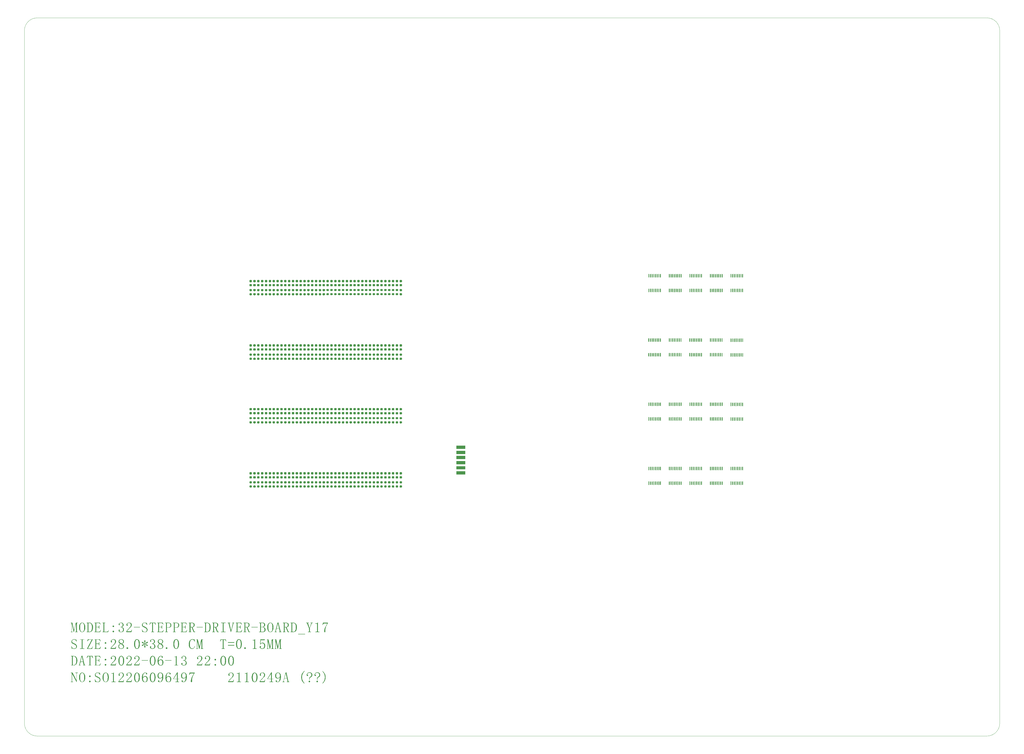
<source format=gbr>
G04 Generated by CircuitCAM Version 4.4*
%FSLAX33Y33*%
%MOMM*%
%ADD1001C,0.000000*%
%LNSolderPasteTop*%
%LPD*%
G36*
G01X-166290Y-97863D02*
X-166283Y-97616D01*
X-166290Y-97399D01*
X-166311Y-97190D01*
X-166345Y-96991D01*
X-166392Y-96800D01*
X-166453Y-96619D01*
X-166528Y-96446D01*
X-166617Y-96283D01*
X-166713Y-96139D01*
X-166820Y-96018D01*
X-166936Y-95918D01*
X-167063Y-95841D01*
X-167201Y-95786D01*
X-167348Y-95753D01*
X-167506Y-95741D01*
X-167656Y-95752D01*
X-167798Y-95783D01*
X-167932Y-95836D01*
X-168057Y-95909D01*
X-168173Y-96004D01*
X-168281Y-96119D01*
X-168381Y-96255D01*
X-168469Y-96409D01*
X-168544Y-96576D01*
X-168605Y-96757D01*
X-168653Y-96952D01*
X-168687Y-97160D01*
X-168707Y-97381D01*
X-168714Y-97616D01*
X-168707Y-97859D01*
X-168686Y-98087D01*
X-168650Y-98300D01*
X-168601Y-98499D01*
X-168537Y-98682D01*
X-168459Y-98851D01*
X-168367Y-99005D01*
X-168261Y-99145D01*
X-168149Y-99264D01*
X-168032Y-99361D01*
X-167909Y-99436D01*
X-167780Y-99490D01*
X-167646Y-99522D01*
X-167506Y-99533D01*
X-167359Y-99523D01*
X-167219Y-99491D01*
X-167086Y-99439D01*
X-166961Y-99365D01*
X-166844Y-99271D01*
X-166734Y-99156D01*
X-166631Y-99019D01*
X-166538Y-98865D01*
X-166461Y-98695D01*
X-166397Y-98510D01*
X-166347Y-98310D01*
X-166312Y-98094D01*
X-166290Y-97863D01*
G37*
%LPC*%
G36*
G01X-168297Y-97616D02*
X-168293Y-97876D01*
X-168279Y-98113D01*
X-168256Y-98329D01*
X-168225Y-98524D01*
X-168184Y-98696D01*
X-168134Y-98848D01*
X-168075Y-98978D01*
X-168009Y-99092D01*
X-167938Y-99188D01*
X-167862Y-99268D01*
X-167780Y-99329D01*
X-167694Y-99373D01*
X-167602Y-99399D01*
X-167506Y-99408D01*
X-167405Y-99400D01*
X-167311Y-99375D01*
X-167222Y-99334D01*
X-167138Y-99277D01*
X-167061Y-99203D01*
X-166989Y-99112D01*
X-166922Y-99005D01*
X-166863Y-98878D01*
X-166813Y-98728D01*
X-166773Y-98553D01*
X-166741Y-98355D01*
X-166718Y-98132D01*
X-166705Y-97886D01*
X-166700Y-97616D01*
X-166704Y-97401D01*
X-166716Y-97197D01*
X-166736Y-97006D01*
X-166764Y-96827D01*
X-166799Y-96661D01*
X-166843Y-96508D01*
X-166894Y-96366D01*
X-166951Y-96241D01*
X-167018Y-96135D01*
X-167095Y-96048D01*
X-167182Y-95981D01*
X-167280Y-95933D01*
X-167388Y-95904D01*
X-167506Y-95894D01*
X-167606Y-95903D01*
X-167701Y-95929D01*
X-167790Y-95973D01*
X-167873Y-96035D01*
X-167951Y-96114D01*
X-168023Y-96211D01*
X-168089Y-96325D01*
X-168144Y-96457D01*
X-168191Y-96606D01*
X-168229Y-96773D01*
X-168259Y-96957D01*
X-168280Y-97160D01*
X-168293Y-97379D01*
X-168297Y-97616D01*
G37*
%LPD*%
G36*
G01X-165396Y-96052D02*
X-165395Y-96075D01*
X-165395Y-99186D01*
X-165395Y-99209D01*
X-165398Y-99230D01*
X-165402Y-99250D01*
X-165408Y-99268D01*
X-165416Y-99284D01*
X-165425Y-99298D01*
X-165436Y-99311D01*
X-165449Y-99326D01*
X-165465Y-99338D01*
X-165482Y-99348D01*
X-165502Y-99356D01*
X-165524Y-99362D01*
X-165548Y-99365D01*
X-165575Y-99366D01*
X-165714Y-99366D01*
X-165714Y-99491D01*
X-164797Y-99491D01*
X-164590Y-99482D01*
X-164398Y-99453D01*
X-164221Y-99405D01*
X-164058Y-99337D01*
X-163910Y-99251D01*
X-163777Y-99145D01*
X-163658Y-99019D01*
X-163555Y-98874D01*
X-163468Y-98707D01*
X-163396Y-98520D01*
X-163341Y-98312D01*
X-163301Y-98082D01*
X-163277Y-97832D01*
X-163269Y-97561D01*
X-163278Y-97309D01*
X-163302Y-97077D01*
X-163343Y-96864D01*
X-163401Y-96672D01*
X-163475Y-96499D01*
X-163565Y-96347D01*
X-163672Y-96214D01*
X-163793Y-96099D01*
X-163924Y-96003D01*
X-164066Y-95924D01*
X-164219Y-95862D01*
X-164382Y-95818D01*
X-164557Y-95792D01*
X-164742Y-95783D01*
X-165714Y-95783D01*
X-165714Y-95908D01*
X-165589Y-95908D01*
X-165562Y-95909D01*
X-165538Y-95912D01*
X-165516Y-95916D01*
X-165496Y-95922D01*
X-165478Y-95929D01*
X-165463Y-95939D01*
X-165450Y-95950D01*
X-165435Y-95963D01*
X-165423Y-95977D01*
X-165413Y-95993D01*
X-165405Y-96011D01*
X-165399Y-96031D01*
X-165396Y-96052D01*
G37*
%LPC*%
G36*
G01X-163686Y-97603D02*
X-163692Y-97344D01*
X-163710Y-97109D01*
X-163740Y-96898D01*
X-163781Y-96709D01*
X-163835Y-96544D01*
X-163900Y-96402D01*
X-163978Y-96283D01*
X-164062Y-96184D01*
X-164155Y-96099D01*
X-164257Y-96031D01*
X-164368Y-95977D01*
X-164488Y-95939D01*
X-164617Y-95916D01*
X-164756Y-95908D01*
X-164798Y-95909D01*
X-164836Y-95912D01*
X-164871Y-95916D01*
X-164903Y-95922D01*
X-164931Y-95929D01*
X-164956Y-95939D01*
X-164978Y-95950D01*
X-164996Y-95963D01*
X-165012Y-95977D01*
X-165025Y-95993D01*
X-165035Y-96011D01*
X-165042Y-96031D01*
X-165046Y-96052D01*
X-165047Y-96075D01*
X-165047Y-99186D01*
X-165046Y-99209D01*
X-165043Y-99230D01*
X-165037Y-99250D01*
X-165029Y-99268D01*
X-165019Y-99284D01*
X-165006Y-99298D01*
X-164992Y-99311D01*
X-164971Y-99326D01*
X-164949Y-99338D01*
X-164925Y-99348D01*
X-164899Y-99356D01*
X-164871Y-99362D01*
X-164842Y-99365D01*
X-164811Y-99366D01*
X-164679Y-99359D01*
X-164554Y-99337D01*
X-164434Y-99300D01*
X-164321Y-99249D01*
X-164215Y-99182D01*
X-164114Y-99101D01*
X-164019Y-99005D01*
X-163931Y-98888D01*
X-163856Y-98743D01*
X-163795Y-98571D01*
X-163747Y-98370D01*
X-163713Y-98142D01*
X-163693Y-97886D01*
X-163686Y-97603D01*
G37*
%LPD*%
G36*
G01X-134478Y-99186D02*
X-134478Y-97755D01*
X-133811Y-97755D01*
X-133690Y-97750D01*
X-133574Y-97734D01*
X-133463Y-97707D01*
X-133355Y-97669D01*
X-133253Y-97621D01*
X-133155Y-97561D01*
X-133061Y-97491D01*
X-132976Y-97411D01*
X-132905Y-97321D01*
X-132846Y-97222D01*
X-132800Y-97113D01*
X-132768Y-96994D01*
X-132748Y-96866D01*
X-132742Y-96728D01*
X-132748Y-96615D01*
X-132767Y-96508D01*
X-132798Y-96405D01*
X-132841Y-96308D01*
X-132898Y-96216D01*
X-132966Y-96129D01*
X-133047Y-96047D01*
X-133136Y-95977D01*
X-133234Y-95918D01*
X-133343Y-95869D01*
X-133462Y-95832D01*
X-133591Y-95805D01*
X-133731Y-95789D01*
X-133881Y-95783D01*
X-135172Y-95783D01*
X-135172Y-95908D01*
X-135033Y-95908D01*
X-135003Y-95909D01*
X-134976Y-95912D01*
X-134951Y-95916D01*
X-134929Y-95922D01*
X-134910Y-95929D01*
X-134894Y-95939D01*
X-134881Y-95950D01*
X-134866Y-95963D01*
X-134853Y-95977D01*
X-134843Y-95993D01*
X-134835Y-96011D01*
X-134830Y-96031D01*
X-134826Y-96052D01*
X-134825Y-96075D01*
X-134825Y-99186D01*
X-134826Y-99209D01*
X-134830Y-99230D01*
X-134835Y-99250D01*
X-134843Y-99268D01*
X-134853Y-99284D01*
X-134866Y-99298D01*
X-134881Y-99311D01*
X-134894Y-99326D01*
X-134910Y-99338D01*
X-134929Y-99348D01*
X-134951Y-99356D01*
X-134976Y-99362D01*
X-135003Y-99365D01*
X-135033Y-99366D01*
X-135172Y-99366D01*
X-135172Y-99491D01*
X-134131Y-99491D01*
X-134131Y-99366D01*
X-134283Y-99366D01*
X-134310Y-99365D01*
X-134336Y-99362D01*
X-134359Y-99356D01*
X-134381Y-99348D01*
X-134401Y-99338D01*
X-134419Y-99326D01*
X-134436Y-99311D01*
X-134447Y-99298D01*
X-134457Y-99284D01*
X-134464Y-99268D01*
X-134470Y-99250D01*
X-134474Y-99230D01*
X-134477Y-99209D01*
X-134478Y-99186D01*
G37*
%LPC*%
G36*
G01X-133950Y-97630D02*
X-133857Y-97626D01*
X-133766Y-97613D01*
X-133680Y-97592D01*
X-133596Y-97562D01*
X-133516Y-97524D01*
X-133440Y-97477D01*
X-133367Y-97422D01*
X-133300Y-97361D01*
X-133244Y-97288D01*
X-133198Y-97204D01*
X-133163Y-97109D01*
X-133137Y-97003D01*
X-133122Y-96885D01*
X-133117Y-96755D01*
X-133121Y-96633D01*
X-133134Y-96521D01*
X-133155Y-96418D01*
X-133185Y-96325D01*
X-133223Y-96241D01*
X-133270Y-96167D01*
X-133325Y-96103D01*
X-133390Y-96051D01*
X-133465Y-96007D01*
X-133550Y-95972D01*
X-133645Y-95944D01*
X-133750Y-95924D01*
X-133866Y-95912D01*
X-133992Y-95908D01*
X-134283Y-95908D01*
X-134310Y-95909D01*
X-134336Y-95912D01*
X-134359Y-95916D01*
X-134381Y-95922D01*
X-134401Y-95929D01*
X-134419Y-95939D01*
X-134436Y-95950D01*
X-134447Y-95963D01*
X-134457Y-95977D01*
X-134464Y-95993D01*
X-134470Y-96011D01*
X-134474Y-96031D01*
X-134477Y-96052D01*
X-134478Y-96075D01*
X-134478Y-97630D01*
X-133950Y-97630D01*
G37*
%LPD*%
G36*
G01X-131422Y-99186D02*
X-131422Y-97755D01*
X-130756Y-97755D01*
X-130635Y-97750D01*
X-130519Y-97734D01*
X-130407Y-97707D01*
X-130300Y-97669D01*
X-130197Y-97621D01*
X-130099Y-97561D01*
X-130006Y-97491D01*
X-129921Y-97411D01*
X-129849Y-97321D01*
X-129790Y-97222D01*
X-129745Y-97113D01*
X-129712Y-96994D01*
X-129693Y-96866D01*
X-129686Y-96728D01*
X-129692Y-96615D01*
X-129711Y-96508D01*
X-129742Y-96405D01*
X-129786Y-96308D01*
X-129842Y-96216D01*
X-129911Y-96129D01*
X-129992Y-96047D01*
X-130080Y-95977D01*
X-130179Y-95918D01*
X-130288Y-95869D01*
X-130407Y-95832D01*
X-130536Y-95805D01*
X-130675Y-95789D01*
X-130825Y-95783D01*
X-132117Y-95783D01*
X-132117Y-95908D01*
X-131978Y-95908D01*
X-131948Y-95909D01*
X-131920Y-95912D01*
X-131895Y-95916D01*
X-131874Y-95922D01*
X-131855Y-95929D01*
X-131838Y-95939D01*
X-131825Y-95950D01*
X-131810Y-95963D01*
X-131798Y-95977D01*
X-131788Y-95993D01*
X-131780Y-96011D01*
X-131774Y-96031D01*
X-131771Y-96052D01*
X-131769Y-96075D01*
X-131769Y-99186D01*
X-131771Y-99209D01*
X-131774Y-99230D01*
X-131780Y-99250D01*
X-131788Y-99268D01*
X-131798Y-99284D01*
X-131810Y-99298D01*
X-131825Y-99311D01*
X-131838Y-99326D01*
X-131855Y-99338D01*
X-131874Y-99348D01*
X-131895Y-99356D01*
X-131920Y-99362D01*
X-131948Y-99365D01*
X-131978Y-99366D01*
X-132117Y-99366D01*
X-132117Y-99491D01*
X-131075Y-99491D01*
X-131075Y-99366D01*
X-131228Y-99366D01*
X-131255Y-99365D01*
X-131280Y-99362D01*
X-131304Y-99356D01*
X-131325Y-99348D01*
X-131345Y-99338D01*
X-131364Y-99326D01*
X-131381Y-99311D01*
X-131392Y-99298D01*
X-131401Y-99284D01*
X-131409Y-99268D01*
X-131415Y-99250D01*
X-131419Y-99230D01*
X-131421Y-99209D01*
X-131422Y-99186D01*
G37*
%LPC*%
G36*
G01X-130894Y-97630D02*
X-130801Y-97626D01*
X-130711Y-97613D01*
X-130624Y-97592D01*
X-130541Y-97562D01*
X-130461Y-97524D01*
X-130384Y-97477D01*
X-130311Y-97422D01*
X-130245Y-97361D01*
X-130189Y-97288D01*
X-130143Y-97204D01*
X-130107Y-97109D01*
X-130082Y-97003D01*
X-130066Y-96885D01*
X-130061Y-96755D01*
X-130065Y-96633D01*
X-130078Y-96521D01*
X-130099Y-96418D01*
X-130129Y-96325D01*
X-130167Y-96241D01*
X-130214Y-96167D01*
X-130269Y-96103D01*
X-130334Y-96051D01*
X-130409Y-96007D01*
X-130494Y-95972D01*
X-130589Y-95944D01*
X-130695Y-95924D01*
X-130810Y-95912D01*
X-130936Y-95908D01*
X-131228Y-95908D01*
X-131255Y-95909D01*
X-131280Y-95912D01*
X-131304Y-95916D01*
X-131325Y-95922D01*
X-131345Y-95929D01*
X-131364Y-95939D01*
X-131381Y-95950D01*
X-131392Y-95963D01*
X-131401Y-95977D01*
X-131409Y-95993D01*
X-131415Y-96011D01*
X-131419Y-96031D01*
X-131421Y-96052D01*
X-131422Y-96075D01*
X-131422Y-97630D01*
X-130894Y-97630D01*
G37*
%LPD*%
G36*
G01X-123677Y-96764D02*
X-123672Y-96644D01*
X-123678Y-96525D01*
X-123695Y-96415D01*
X-123723Y-96313D01*
X-123763Y-96220D01*
X-123814Y-96135D01*
X-123876Y-96059D01*
X-123950Y-95991D01*
X-124034Y-95936D01*
X-124126Y-95889D01*
X-124226Y-95851D01*
X-124336Y-95821D01*
X-124453Y-95800D01*
X-124579Y-95787D01*
X-124714Y-95783D01*
X-125950Y-95783D01*
X-125950Y-95908D01*
X-125825Y-95908D01*
X-125798Y-95909D01*
X-125774Y-95912D01*
X-125752Y-95916D01*
X-125732Y-95922D01*
X-125715Y-95929D01*
X-125699Y-95939D01*
X-125686Y-95950D01*
X-125671Y-95963D01*
X-125659Y-95977D01*
X-125649Y-95993D01*
X-125641Y-96011D01*
X-125635Y-96031D01*
X-125632Y-96052D01*
X-125631Y-96075D01*
X-125631Y-99186D01*
X-125632Y-99209D01*
X-125635Y-99230D01*
X-125641Y-99250D01*
X-125649Y-99268D01*
X-125659Y-99284D01*
X-125671Y-99298D01*
X-125686Y-99311D01*
X-125699Y-99326D01*
X-125715Y-99338D01*
X-125732Y-99348D01*
X-125752Y-99356D01*
X-125774Y-99362D01*
X-125798Y-99365D01*
X-125825Y-99366D01*
X-125950Y-99366D01*
X-125950Y-99491D01*
X-124964Y-99491D01*
X-124964Y-99366D01*
X-125103Y-99366D01*
X-125126Y-99365D01*
X-125148Y-99362D01*
X-125169Y-99356D01*
X-125189Y-99348D01*
X-125208Y-99338D01*
X-125225Y-99326D01*
X-125242Y-99311D01*
X-125253Y-99298D01*
X-125262Y-99284D01*
X-125270Y-99268D01*
X-125276Y-99250D01*
X-125280Y-99230D01*
X-125283Y-99209D01*
X-125283Y-99186D01*
X-125283Y-97630D01*
X-124825Y-97630D01*
X-124061Y-99491D01*
X-123450Y-99491D01*
X-123450Y-99366D01*
X-123589Y-99366D01*
X-123609Y-99366D01*
X-123627Y-99363D01*
X-123646Y-99359D01*
X-123664Y-99353D01*
X-123681Y-99345D01*
X-123698Y-99336D01*
X-123714Y-99325D01*
X-123726Y-99316D01*
X-123739Y-99304D01*
X-123752Y-99291D01*
X-123766Y-99275D01*
X-123781Y-99257D01*
X-123796Y-99236D01*
X-123811Y-99214D01*
X-124464Y-97603D01*
X-124378Y-97587D01*
X-124295Y-97563D01*
X-124215Y-97531D01*
X-124137Y-97491D01*
X-124063Y-97444D01*
X-123991Y-97388D01*
X-123922Y-97325D01*
X-123856Y-97250D01*
X-123800Y-97167D01*
X-123754Y-97077D01*
X-123718Y-96980D01*
X-123693Y-96876D01*
X-123677Y-96764D01*
G37*
%LPC*%
G36*
G01X-125283Y-97505D02*
X-124811Y-97505D01*
X-124722Y-97501D01*
X-124637Y-97488D01*
X-124555Y-97467D01*
X-124478Y-97437D01*
X-124404Y-97399D01*
X-124335Y-97352D01*
X-124270Y-97297D01*
X-124211Y-97237D01*
X-124161Y-97168D01*
X-124120Y-97090D01*
X-124088Y-97002D01*
X-124065Y-96906D01*
X-124052Y-96800D01*
X-124047Y-96686D01*
X-124052Y-96582D01*
X-124064Y-96485D01*
X-124086Y-96395D01*
X-124115Y-96312D01*
X-124154Y-96235D01*
X-124200Y-96166D01*
X-124256Y-96103D01*
X-124315Y-96051D01*
X-124384Y-96007D01*
X-124461Y-95972D01*
X-124546Y-95944D01*
X-124640Y-95924D01*
X-124742Y-95912D01*
X-124853Y-95908D01*
X-125089Y-95908D01*
X-125116Y-95909D01*
X-125141Y-95912D01*
X-125165Y-95916D01*
X-125186Y-95922D01*
X-125207Y-95929D01*
X-125225Y-95939D01*
X-125242Y-95950D01*
X-125253Y-95963D01*
X-125262Y-95977D01*
X-125270Y-95993D01*
X-125276Y-96011D01*
X-125280Y-96031D01*
X-125283Y-96052D01*
X-125283Y-96075D01*
X-125283Y-97505D01*
G37*
%LPD*%
G36*
G01X-119562Y-96052D02*
X-119561Y-96075D01*
X-119561Y-99186D01*
X-119562Y-99209D01*
X-119565Y-99230D01*
X-119569Y-99250D01*
X-119575Y-99268D01*
X-119582Y-99284D01*
X-119592Y-99298D01*
X-119603Y-99311D01*
X-119616Y-99326D01*
X-119631Y-99338D01*
X-119649Y-99348D01*
X-119669Y-99356D01*
X-119691Y-99362D01*
X-119715Y-99365D01*
X-119742Y-99366D01*
X-119881Y-99366D01*
X-119881Y-99491D01*
X-118964Y-99491D01*
X-118757Y-99482D01*
X-118565Y-99453D01*
X-118387Y-99405D01*
X-118225Y-99337D01*
X-118077Y-99251D01*
X-117944Y-99145D01*
X-117825Y-99019D01*
X-117722Y-98874D01*
X-117635Y-98707D01*
X-117563Y-98520D01*
X-117508Y-98312D01*
X-117468Y-98082D01*
X-117444Y-97832D01*
X-117436Y-97561D01*
X-117444Y-97309D01*
X-117469Y-97077D01*
X-117510Y-96864D01*
X-117568Y-96672D01*
X-117642Y-96499D01*
X-117732Y-96347D01*
X-117839Y-96214D01*
X-117959Y-96099D01*
X-118091Y-96003D01*
X-118233Y-95924D01*
X-118385Y-95862D01*
X-118549Y-95818D01*
X-118723Y-95792D01*
X-118908Y-95783D01*
X-119881Y-95783D01*
X-119881Y-95908D01*
X-119756Y-95908D01*
X-119729Y-95909D01*
X-119705Y-95912D01*
X-119682Y-95916D01*
X-119663Y-95922D01*
X-119645Y-95929D01*
X-119630Y-95939D01*
X-119617Y-95950D01*
X-119602Y-95963D01*
X-119590Y-95977D01*
X-119579Y-95993D01*
X-119571Y-96011D01*
X-119566Y-96031D01*
X-119562Y-96052D01*
G37*
%LPC*%
G36*
G01X-117853Y-97603D02*
X-117859Y-97344D01*
X-117877Y-97109D01*
X-117906Y-96898D01*
X-117948Y-96709D01*
X-118002Y-96544D01*
X-118067Y-96402D01*
X-118144Y-96283D01*
X-118228Y-96184D01*
X-118321Y-96099D01*
X-118423Y-96031D01*
X-118535Y-95977D01*
X-118655Y-95939D01*
X-118784Y-95916D01*
X-118922Y-95908D01*
X-118964Y-95909D01*
X-119003Y-95912D01*
X-119038Y-95916D01*
X-119070Y-95922D01*
X-119098Y-95929D01*
X-119123Y-95939D01*
X-119144Y-95950D01*
X-119163Y-95963D01*
X-119179Y-95977D01*
X-119191Y-95993D01*
X-119201Y-96011D01*
X-119208Y-96031D01*
X-119213Y-96052D01*
X-119214Y-96075D01*
X-119214Y-99186D01*
X-119213Y-99209D01*
X-119209Y-99230D01*
X-119204Y-99250D01*
X-119196Y-99268D01*
X-119186Y-99284D01*
X-119173Y-99298D01*
X-119158Y-99311D01*
X-119138Y-99326D01*
X-119115Y-99338D01*
X-119091Y-99348D01*
X-119065Y-99356D01*
X-119038Y-99362D01*
X-119009Y-99365D01*
X-118978Y-99366D01*
X-118846Y-99359D01*
X-118720Y-99337D01*
X-118601Y-99300D01*
X-118488Y-99249D01*
X-118381Y-99182D01*
X-118281Y-99101D01*
X-118186Y-99005D01*
X-118098Y-98888D01*
X-118023Y-98743D01*
X-117962Y-98571D01*
X-117914Y-98370D01*
X-117880Y-98142D01*
X-117860Y-97886D01*
X-117853Y-97603D01*
G37*
%LPD*%
G36*
G01X-114511Y-96764D02*
X-114506Y-96644D01*
X-114511Y-96525D01*
X-114528Y-96415D01*
X-114557Y-96313D01*
X-114596Y-96220D01*
X-114647Y-96135D01*
X-114710Y-96059D01*
X-114783Y-95991D01*
X-114867Y-95936D01*
X-114959Y-95889D01*
X-115060Y-95851D01*
X-115169Y-95821D01*
X-115287Y-95800D01*
X-115413Y-95787D01*
X-115547Y-95783D01*
X-116783Y-95783D01*
X-116783Y-95908D01*
X-116658Y-95908D01*
X-116632Y-95909D01*
X-116607Y-95912D01*
X-116585Y-95916D01*
X-116565Y-95922D01*
X-116548Y-95929D01*
X-116533Y-95939D01*
X-116519Y-95950D01*
X-116505Y-95963D01*
X-116492Y-95977D01*
X-116482Y-95993D01*
X-116474Y-96011D01*
X-116468Y-96031D01*
X-116465Y-96052D01*
X-116464Y-96075D01*
X-116464Y-99186D01*
X-116465Y-99209D01*
X-116468Y-99230D01*
X-116474Y-99250D01*
X-116482Y-99268D01*
X-116492Y-99284D01*
X-116505Y-99298D01*
X-116519Y-99311D01*
X-116533Y-99326D01*
X-116548Y-99338D01*
X-116565Y-99348D01*
X-116585Y-99356D01*
X-116607Y-99362D01*
X-116632Y-99365D01*
X-116658Y-99366D01*
X-116783Y-99366D01*
X-116783Y-99491D01*
X-115797Y-99491D01*
X-115797Y-99366D01*
X-115936Y-99366D01*
X-115959Y-99365D01*
X-115982Y-99362D01*
X-116002Y-99356D01*
X-116022Y-99348D01*
X-116041Y-99338D01*
X-116059Y-99326D01*
X-116075Y-99311D01*
X-116086Y-99298D01*
X-116095Y-99284D01*
X-116103Y-99268D01*
X-116109Y-99250D01*
X-116113Y-99230D01*
X-116116Y-99209D01*
X-116117Y-99186D01*
X-116117Y-97630D01*
X-115658Y-97630D01*
X-114895Y-99491D01*
X-114283Y-99491D01*
X-114283Y-99366D01*
X-114422Y-99366D01*
X-114442Y-99366D01*
X-114461Y-99363D01*
X-114479Y-99359D01*
X-114497Y-99353D01*
X-114514Y-99345D01*
X-114531Y-99336D01*
X-114547Y-99325D01*
X-114559Y-99316D01*
X-114572Y-99304D01*
X-114586Y-99291D01*
X-114599Y-99275D01*
X-114614Y-99257D01*
X-114629Y-99236D01*
X-114644Y-99214D01*
X-115297Y-97603D01*
X-115211Y-97587D01*
X-115128Y-97563D01*
X-115048Y-97531D01*
X-114971Y-97491D01*
X-114896Y-97444D01*
X-114824Y-97388D01*
X-114756Y-97325D01*
X-114689Y-97250D01*
X-114633Y-97167D01*
X-114587Y-97077D01*
X-114552Y-96980D01*
X-114526Y-96876D01*
X-114511Y-96764D01*
G37*
%LPC*%
G36*
G01X-116117Y-97505D02*
X-115644Y-97505D01*
X-115555Y-97501D01*
X-115470Y-97488D01*
X-115389Y-97467D01*
X-115311Y-97437D01*
X-115238Y-97399D01*
X-115168Y-97352D01*
X-115103Y-97297D01*
X-115044Y-97237D01*
X-114994Y-97168D01*
X-114953Y-97090D01*
X-114921Y-97002D01*
X-114899Y-96906D01*
X-114885Y-96800D01*
X-114881Y-96686D01*
X-114885Y-96582D01*
X-114898Y-96485D01*
X-114919Y-96395D01*
X-114949Y-96312D01*
X-114987Y-96235D01*
X-115034Y-96166D01*
X-115089Y-96103D01*
X-115149Y-96051D01*
X-115217Y-96007D01*
X-115294Y-95972D01*
X-115379Y-95944D01*
X-115473Y-95924D01*
X-115575Y-95912D01*
X-115686Y-95908D01*
X-115922Y-95908D01*
X-115949Y-95909D01*
X-115974Y-95912D01*
X-115998Y-95916D01*
X-116020Y-95922D01*
X-116040Y-95929D01*
X-116058Y-95939D01*
X-116075Y-95950D01*
X-116086Y-95963D01*
X-116095Y-95977D01*
X-116103Y-95993D01*
X-116109Y-96011D01*
X-116113Y-96031D01*
X-116116Y-96052D01*
X-116117Y-96075D01*
X-116117Y-97505D01*
G37*
%LPD*%
G36*
G01X-102288Y-96764D02*
X-102283Y-96644D01*
X-102289Y-96525D01*
X-102306Y-96415D01*
X-102334Y-96313D01*
X-102374Y-96220D01*
X-102425Y-96135D01*
X-102487Y-96059D01*
X-102561Y-95991D01*
X-102645Y-95936D01*
X-102737Y-95889D01*
X-102838Y-95851D01*
X-102947Y-95821D01*
X-103064Y-95800D01*
X-103190Y-95787D01*
X-103325Y-95783D01*
X-104561Y-95783D01*
X-104561Y-95908D01*
X-104436Y-95908D01*
X-104410Y-95909D01*
X-104385Y-95912D01*
X-104363Y-95916D01*
X-104343Y-95922D01*
X-104326Y-95929D01*
X-104310Y-95939D01*
X-104297Y-95950D01*
X-104283Y-95963D01*
X-104270Y-95977D01*
X-104260Y-95993D01*
X-104252Y-96011D01*
X-104246Y-96031D01*
X-104243Y-96052D01*
X-104242Y-96075D01*
X-104242Y-99186D01*
X-104243Y-99209D01*
X-104246Y-99230D01*
X-104252Y-99250D01*
X-104260Y-99268D01*
X-104270Y-99284D01*
X-104283Y-99298D01*
X-104297Y-99311D01*
X-104310Y-99326D01*
X-104326Y-99338D01*
X-104343Y-99348D01*
X-104363Y-99356D01*
X-104385Y-99362D01*
X-104410Y-99365D01*
X-104436Y-99366D01*
X-104561Y-99366D01*
X-104561Y-99491D01*
X-103575Y-99491D01*
X-103575Y-99366D01*
X-103714Y-99366D01*
X-103737Y-99365D01*
X-103759Y-99362D01*
X-103780Y-99356D01*
X-103800Y-99348D01*
X-103819Y-99338D01*
X-103836Y-99326D01*
X-103853Y-99311D01*
X-103864Y-99298D01*
X-103873Y-99284D01*
X-103881Y-99268D01*
X-103887Y-99250D01*
X-103891Y-99230D01*
X-103894Y-99209D01*
X-103895Y-99186D01*
X-103895Y-97630D01*
X-103436Y-97630D01*
X-102672Y-99491D01*
X-102061Y-99491D01*
X-102061Y-99366D01*
X-102200Y-99366D01*
X-102220Y-99366D01*
X-102239Y-99363D01*
X-102257Y-99359D01*
X-102275Y-99353D01*
X-102292Y-99345D01*
X-102309Y-99336D01*
X-102325Y-99325D01*
X-102337Y-99316D01*
X-102350Y-99304D01*
X-102363Y-99291D01*
X-102377Y-99275D01*
X-102392Y-99257D01*
X-102407Y-99236D01*
X-102422Y-99214D01*
X-103075Y-97603D01*
X-102989Y-97587D01*
X-102906Y-97563D01*
X-102826Y-97531D01*
X-102749Y-97491D01*
X-102674Y-97444D01*
X-102602Y-97388D01*
X-102533Y-97325D01*
X-102467Y-97250D01*
X-102411Y-97167D01*
X-102365Y-97077D01*
X-102329Y-96980D01*
X-102304Y-96876D01*
X-102288Y-96764D01*
G37*
%LPC*%
G36*
G01X-103895Y-97505D02*
X-103422Y-97505D01*
X-103333Y-97501D01*
X-103248Y-97488D01*
X-103166Y-97467D01*
X-103089Y-97437D01*
X-103016Y-97399D01*
X-102946Y-97352D01*
X-102881Y-97297D01*
X-102822Y-97237D01*
X-102772Y-97168D01*
X-102731Y-97090D01*
X-102699Y-97002D01*
X-102677Y-96906D01*
X-102663Y-96800D01*
X-102658Y-96686D01*
X-102663Y-96582D01*
X-102675Y-96485D01*
X-102697Y-96395D01*
X-102726Y-96312D01*
X-102765Y-96235D01*
X-102811Y-96166D01*
X-102867Y-96103D01*
X-102927Y-96051D01*
X-102995Y-96007D01*
X-103072Y-95972D01*
X-103157Y-95944D01*
X-103251Y-95924D01*
X-103353Y-95912D01*
X-103464Y-95908D01*
X-103700Y-95908D01*
X-103727Y-95909D01*
X-103752Y-95912D01*
X-103776Y-95916D01*
X-103798Y-95922D01*
X-103818Y-95929D01*
X-103836Y-95939D01*
X-103853Y-95950D01*
X-103864Y-95963D01*
X-103873Y-95977D01*
X-103881Y-95993D01*
X-103887Y-96011D01*
X-103891Y-96031D01*
X-103894Y-96052D01*
X-103895Y-96075D01*
X-103895Y-97505D01*
G37*
%LPD*%
G36*
G01X-98547Y-99366D02*
X-98547Y-99491D01*
X-97186Y-99491D01*
X-97040Y-99486D01*
X-96903Y-99470D01*
X-96775Y-99443D01*
X-96656Y-99405D01*
X-96546Y-99357D01*
X-96445Y-99298D01*
X-96353Y-99228D01*
X-96272Y-99149D01*
X-96203Y-99063D01*
X-96147Y-98971D01*
X-96103Y-98872D01*
X-96072Y-98766D01*
X-96054Y-98653D01*
X-96047Y-98533D01*
X-96051Y-98435D01*
X-96062Y-98340D01*
X-96080Y-98248D01*
X-96106Y-98159D01*
X-96139Y-98073D01*
X-96180Y-97989D01*
X-96228Y-97908D01*
X-96282Y-97828D01*
X-96350Y-97754D01*
X-96432Y-97686D01*
X-96527Y-97625D01*
X-96636Y-97569D01*
X-96758Y-97520D01*
X-96895Y-97478D01*
X-96785Y-97433D01*
X-96687Y-97386D01*
X-96600Y-97336D01*
X-96525Y-97285D01*
X-96461Y-97231D01*
X-96408Y-97175D01*
X-96367Y-97116D01*
X-96330Y-97059D01*
X-96299Y-96997D01*
X-96273Y-96932D01*
X-96253Y-96863D01*
X-96239Y-96789D01*
X-96231Y-96712D01*
X-96228Y-96630D01*
X-96233Y-96508D01*
X-96249Y-96396D01*
X-96276Y-96293D01*
X-96314Y-96200D01*
X-96362Y-96116D01*
X-96422Y-96042D01*
X-96492Y-95978D01*
X-96569Y-95926D01*
X-96657Y-95882D01*
X-96757Y-95847D01*
X-96868Y-95819D01*
X-96991Y-95799D01*
X-97124Y-95787D01*
X-97269Y-95783D01*
X-98547Y-95783D01*
X-98547Y-95908D01*
X-98408Y-95908D01*
X-98374Y-95909D01*
X-98343Y-95912D01*
X-98314Y-95916D01*
X-98288Y-95922D01*
X-98265Y-95929D01*
X-98245Y-95939D01*
X-98228Y-95950D01*
X-98213Y-95963D01*
X-98201Y-95977D01*
X-98190Y-95993D01*
X-98182Y-96011D01*
X-98177Y-96031D01*
X-98173Y-96052D01*
X-98172Y-96075D01*
X-98172Y-99186D01*
X-98173Y-99209D01*
X-98177Y-99230D01*
X-98182Y-99250D01*
X-98190Y-99268D01*
X-98201Y-99284D01*
X-98213Y-99298D01*
X-98228Y-99311D01*
X-98241Y-99326D01*
X-98257Y-99338D01*
X-98276Y-99348D01*
X-98298Y-99356D01*
X-98323Y-99362D01*
X-98350Y-99365D01*
X-98381Y-99366D01*
X-98547Y-99366D01*
G37*
%LPC*%
G36*
G01X-97242Y-99366D02*
X-97142Y-99362D01*
X-97048Y-99347D01*
X-96960Y-99323D01*
X-96879Y-99289D01*
X-96804Y-99246D01*
X-96735Y-99193D01*
X-96672Y-99130D01*
X-96617Y-99063D01*
X-96570Y-98988D01*
X-96532Y-98904D01*
X-96502Y-98813D01*
X-96481Y-98714D01*
X-96468Y-98607D01*
X-96464Y-98491D01*
X-96468Y-98358D01*
X-96482Y-98235D01*
X-96505Y-98123D01*
X-96537Y-98022D01*
X-96577Y-97932D01*
X-96627Y-97852D01*
X-96686Y-97783D01*
X-96754Y-97724D01*
X-96830Y-97674D01*
X-96915Y-97633D01*
X-97008Y-97602D01*
X-97110Y-97579D01*
X-97220Y-97565D01*
X-97339Y-97561D01*
X-97825Y-97561D01*
X-97825Y-99186D01*
X-97824Y-99209D01*
X-97822Y-99230D01*
X-97817Y-99250D01*
X-97811Y-99268D01*
X-97804Y-99284D01*
X-97794Y-99298D01*
X-97783Y-99311D01*
X-97767Y-99326D01*
X-97748Y-99338D01*
X-97728Y-99348D01*
X-97706Y-99356D01*
X-97683Y-99362D01*
X-97658Y-99365D01*
X-97631Y-99366D01*
X-97242Y-99366D01*
G37*
G36*
G01X-96603Y-96616D02*
X-96607Y-96510D01*
X-96621Y-96412D01*
X-96644Y-96324D01*
X-96675Y-96245D01*
X-96716Y-96174D01*
X-96766Y-96113D01*
X-96825Y-96061D01*
X-96887Y-96020D01*
X-96955Y-95986D01*
X-97029Y-95958D01*
X-97109Y-95936D01*
X-97194Y-95921D01*
X-97284Y-95911D01*
X-97381Y-95908D01*
X-97645Y-95908D01*
X-97668Y-95909D01*
X-97690Y-95912D01*
X-97711Y-95916D01*
X-97731Y-95922D01*
X-97749Y-95929D01*
X-97767Y-95939D01*
X-97783Y-95950D01*
X-97794Y-95963D01*
X-97804Y-95977D01*
X-97811Y-95993D01*
X-97817Y-96011D01*
X-97822Y-96031D01*
X-97824Y-96052D01*
X-97825Y-96075D01*
X-97825Y-97436D01*
X-97269Y-97436D01*
X-97203Y-97432D01*
X-97137Y-97419D01*
X-97072Y-97398D01*
X-97009Y-97368D01*
X-96946Y-97330D01*
X-96885Y-97283D01*
X-96825Y-97228D01*
X-96766Y-97168D01*
X-96716Y-97098D01*
X-96675Y-97020D01*
X-96644Y-96933D01*
X-96621Y-96836D01*
X-96607Y-96731D01*
X-96603Y-96616D01*
G37*
%LPD*%
G36*
G01X-92957Y-97863D02*
X-92950Y-97616D01*
X-92957Y-97399D01*
X-92977Y-97190D01*
X-93011Y-96991D01*
X-93059Y-96800D01*
X-93120Y-96619D01*
X-93195Y-96446D01*
X-93283Y-96283D01*
X-93380Y-96139D01*
X-93486Y-96018D01*
X-93603Y-95918D01*
X-93730Y-95841D01*
X-93867Y-95786D01*
X-94015Y-95753D01*
X-94172Y-95741D01*
X-94323Y-95752D01*
X-94465Y-95783D01*
X-94598Y-95836D01*
X-94723Y-95909D01*
X-94840Y-96004D01*
X-94948Y-96119D01*
X-95047Y-96255D01*
X-95136Y-96409D01*
X-95211Y-96576D01*
X-95272Y-96757D01*
X-95319Y-96952D01*
X-95353Y-97160D01*
X-95374Y-97381D01*
X-95381Y-97616D01*
X-95374Y-97859D01*
X-95352Y-98087D01*
X-95317Y-98300D01*
X-95267Y-98499D01*
X-95203Y-98682D01*
X-95126Y-98851D01*
X-95033Y-99005D01*
X-94927Y-99145D01*
X-94816Y-99264D01*
X-94698Y-99361D01*
X-94575Y-99436D01*
X-94447Y-99490D01*
X-94312Y-99522D01*
X-94172Y-99533D01*
X-94025Y-99523D01*
X-93885Y-99491D01*
X-93753Y-99439D01*
X-93628Y-99365D01*
X-93510Y-99271D01*
X-93400Y-99156D01*
X-93297Y-99019D01*
X-93205Y-98865D01*
X-93127Y-98695D01*
X-93063Y-98510D01*
X-93014Y-98310D01*
X-92978Y-98094D01*
X-92957Y-97863D01*
G37*
%LPC*%
G36*
G01X-94964Y-97616D02*
X-94959Y-97876D01*
X-94946Y-98113D01*
X-94923Y-98329D01*
X-94891Y-98524D01*
X-94851Y-98696D01*
X-94801Y-98848D01*
X-94742Y-98978D01*
X-94676Y-99092D01*
X-94605Y-99188D01*
X-94528Y-99268D01*
X-94447Y-99329D01*
X-94360Y-99373D01*
X-94269Y-99399D01*
X-94172Y-99408D01*
X-94072Y-99400D01*
X-93977Y-99375D01*
X-93888Y-99334D01*
X-93805Y-99277D01*
X-93727Y-99203D01*
X-93655Y-99112D01*
X-93589Y-99005D01*
X-93530Y-98878D01*
X-93480Y-98728D01*
X-93439Y-98553D01*
X-93408Y-98355D01*
X-93385Y-98132D01*
X-93371Y-97886D01*
X-93367Y-97616D01*
X-93371Y-97401D01*
X-93383Y-97197D01*
X-93402Y-97006D01*
X-93430Y-96827D01*
X-93466Y-96661D01*
X-93510Y-96508D01*
X-93561Y-96366D01*
X-93618Y-96241D01*
X-93685Y-96135D01*
X-93762Y-96048D01*
X-93849Y-95981D01*
X-93947Y-95933D01*
X-94054Y-95904D01*
X-94172Y-95894D01*
X-94273Y-95903D01*
X-94367Y-95929D01*
X-94456Y-95973D01*
X-94540Y-96035D01*
X-94617Y-96114D01*
X-94689Y-96211D01*
X-94756Y-96325D01*
X-94811Y-96457D01*
X-94858Y-96606D01*
X-94896Y-96773D01*
X-94926Y-96957D01*
X-94947Y-97160D01*
X-94960Y-97379D01*
X-94964Y-97616D01*
G37*
%LPD*%
G36*
G01X-91728Y-98089D02*
X-90783Y-98089D01*
X-90561Y-99047D01*
X-90551Y-99089D01*
X-90543Y-99129D01*
X-90538Y-99165D01*
X-90536Y-99199D01*
X-90537Y-99230D01*
X-90541Y-99258D01*
X-90547Y-99283D01*
X-90557Y-99305D01*
X-90572Y-99324D01*
X-90591Y-99339D01*
X-90615Y-99351D01*
X-90644Y-99360D01*
X-90677Y-99365D01*
X-90714Y-99366D01*
X-90797Y-99366D01*
X-90797Y-99491D01*
X-89853Y-99491D01*
X-89853Y-99366D01*
X-89922Y-99366D01*
X-89946Y-99365D01*
X-89969Y-99361D01*
X-89991Y-99354D01*
X-90013Y-99344D01*
X-90034Y-99331D01*
X-90055Y-99315D01*
X-90075Y-99297D01*
X-90094Y-99280D01*
X-90112Y-99260D01*
X-90129Y-99237D01*
X-90145Y-99211D01*
X-90160Y-99182D01*
X-90174Y-99151D01*
X-90186Y-99116D01*
X-91006Y-95672D01*
X-91339Y-95783D01*
X-92186Y-99116D01*
X-92191Y-99154D01*
X-92199Y-99189D01*
X-92208Y-99220D01*
X-92220Y-99248D01*
X-92234Y-99272D01*
X-92251Y-99293D01*
X-92270Y-99311D01*
X-92290Y-99326D01*
X-92310Y-99338D01*
X-92332Y-99348D01*
X-92353Y-99356D01*
X-92376Y-99362D01*
X-92399Y-99365D01*
X-92422Y-99366D01*
X-92478Y-99366D01*
X-92478Y-99491D01*
X-91686Y-99491D01*
X-91686Y-99366D01*
X-91756Y-99366D01*
X-91797Y-99364D01*
X-91834Y-99356D01*
X-91866Y-99344D01*
X-91894Y-99326D01*
X-91917Y-99303D01*
X-91936Y-99275D01*
X-91950Y-99241D01*
X-91960Y-99204D01*
X-91967Y-99164D01*
X-91970Y-99122D01*
X-91970Y-99076D01*
X-91967Y-99027D01*
X-91960Y-98976D01*
X-91950Y-98922D01*
X-91728Y-98089D01*
G37*
%LPC*%
G36*
G01X-91228Y-96144D02*
X-91242Y-96144D01*
X-91700Y-97964D01*
X-90797Y-97964D01*
X-91228Y-96144D01*
G37*
%LPD*%
G36*
G01X-87011Y-96764D02*
X-87006Y-96644D01*
X-87011Y-96525D01*
X-87028Y-96415D01*
X-87057Y-96313D01*
X-87096Y-96220D01*
X-87147Y-96135D01*
X-87210Y-96059D01*
X-87283Y-95991D01*
X-87367Y-95936D01*
X-87459Y-95889D01*
X-87560Y-95851D01*
X-87669Y-95821D01*
X-87787Y-95800D01*
X-87913Y-95787D01*
X-88047Y-95783D01*
X-89283Y-95783D01*
X-89283Y-95908D01*
X-89158Y-95908D01*
X-89132Y-95909D01*
X-89107Y-95912D01*
X-89085Y-95916D01*
X-89065Y-95922D01*
X-89048Y-95929D01*
X-89033Y-95939D01*
X-89019Y-95950D01*
X-89005Y-95963D01*
X-88992Y-95977D01*
X-88982Y-95993D01*
X-88974Y-96011D01*
X-88968Y-96031D01*
X-88965Y-96052D01*
X-88964Y-96075D01*
X-88964Y-99186D01*
X-88965Y-99209D01*
X-88968Y-99230D01*
X-88974Y-99250D01*
X-88982Y-99268D01*
X-88992Y-99284D01*
X-89005Y-99298D01*
X-89019Y-99311D01*
X-89033Y-99326D01*
X-89048Y-99338D01*
X-89065Y-99348D01*
X-89085Y-99356D01*
X-89107Y-99362D01*
X-89132Y-99365D01*
X-89158Y-99366D01*
X-89283Y-99366D01*
X-89283Y-99491D01*
X-88297Y-99491D01*
X-88297Y-99366D01*
X-88436Y-99366D01*
X-88459Y-99365D01*
X-88482Y-99362D01*
X-88502Y-99356D01*
X-88522Y-99348D01*
X-88541Y-99338D01*
X-88559Y-99326D01*
X-88575Y-99311D01*
X-88586Y-99298D01*
X-88595Y-99284D01*
X-88603Y-99268D01*
X-88609Y-99250D01*
X-88613Y-99230D01*
X-88616Y-99209D01*
X-88617Y-99186D01*
X-88617Y-97630D01*
X-88158Y-97630D01*
X-87394Y-99491D01*
X-86783Y-99491D01*
X-86783Y-99366D01*
X-86922Y-99366D01*
X-86942Y-99366D01*
X-86961Y-99363D01*
X-86979Y-99359D01*
X-86997Y-99353D01*
X-87014Y-99345D01*
X-87031Y-99336D01*
X-87047Y-99325D01*
X-87059Y-99316D01*
X-87072Y-99304D01*
X-87086Y-99291D01*
X-87099Y-99275D01*
X-87114Y-99257D01*
X-87129Y-99236D01*
X-87145Y-99214D01*
X-87797Y-97603D01*
X-87711Y-97587D01*
X-87628Y-97563D01*
X-87548Y-97531D01*
X-87471Y-97491D01*
X-87396Y-97444D01*
X-87324Y-97388D01*
X-87256Y-97325D01*
X-87189Y-97250D01*
X-87133Y-97167D01*
X-87087Y-97077D01*
X-87052Y-96980D01*
X-87026Y-96876D01*
X-87011Y-96764D01*
G37*
%LPC*%
G36*
G01X-88617Y-97505D02*
X-88145Y-97505D01*
X-88055Y-97501D01*
X-87970Y-97488D01*
X-87889Y-97467D01*
X-87811Y-97437D01*
X-87738Y-97399D01*
X-87668Y-97352D01*
X-87603Y-97297D01*
X-87544Y-97237D01*
X-87494Y-97168D01*
X-87453Y-97090D01*
X-87421Y-97002D01*
X-87399Y-96906D01*
X-87385Y-96800D01*
X-87381Y-96686D01*
X-87385Y-96582D01*
X-87398Y-96485D01*
X-87419Y-96395D01*
X-87449Y-96312D01*
X-87487Y-96235D01*
X-87534Y-96166D01*
X-87589Y-96103D01*
X-87649Y-96051D01*
X-87717Y-96007D01*
X-87794Y-95972D01*
X-87879Y-95944D01*
X-87973Y-95924D01*
X-88075Y-95912D01*
X-88186Y-95908D01*
X-88422Y-95908D01*
X-88449Y-95909D01*
X-88474Y-95912D01*
X-88498Y-95916D01*
X-88520Y-95922D01*
X-88540Y-95929D01*
X-88558Y-95939D01*
X-88575Y-95950D01*
X-88586Y-95963D01*
X-88595Y-95977D01*
X-88603Y-95993D01*
X-88609Y-96011D01*
X-88613Y-96031D01*
X-88616Y-96052D01*
X-88617Y-96075D01*
X-88617Y-97505D01*
G37*
%LPD*%
G36*
G01X-85951Y-96052D02*
X-85950Y-96075D01*
X-85950Y-99186D01*
X-85951Y-99209D01*
X-85953Y-99230D01*
X-85958Y-99250D01*
X-85964Y-99268D01*
X-85971Y-99284D01*
X-85981Y-99298D01*
X-85992Y-99311D01*
X-86005Y-99326D01*
X-86020Y-99338D01*
X-86038Y-99348D01*
X-86057Y-99356D01*
X-86080Y-99362D01*
X-86104Y-99365D01*
X-86131Y-99366D01*
X-86269Y-99366D01*
X-86269Y-99491D01*
X-85353Y-99491D01*
X-85146Y-99482D01*
X-84954Y-99453D01*
X-84776Y-99405D01*
X-84614Y-99337D01*
X-84466Y-99251D01*
X-84332Y-99145D01*
X-84214Y-99019D01*
X-84111Y-98874D01*
X-84023Y-98707D01*
X-83952Y-98520D01*
X-83896Y-98312D01*
X-83857Y-98082D01*
X-83833Y-97832D01*
X-83825Y-97561D01*
X-83833Y-97309D01*
X-83858Y-97077D01*
X-83899Y-96864D01*
X-83957Y-96672D01*
X-84031Y-96499D01*
X-84121Y-96347D01*
X-84228Y-96214D01*
X-84348Y-96099D01*
X-84480Y-96003D01*
X-84622Y-95924D01*
X-84774Y-95862D01*
X-84938Y-95818D01*
X-85112Y-95792D01*
X-85297Y-95783D01*
X-86269Y-95783D01*
X-86269Y-95908D01*
X-86144Y-95908D01*
X-86118Y-95909D01*
X-86093Y-95912D01*
X-86071Y-95916D01*
X-86052Y-95922D01*
X-86034Y-95929D01*
X-86019Y-95939D01*
X-86006Y-95950D01*
X-85991Y-95963D01*
X-85978Y-95977D01*
X-85968Y-95993D01*
X-85960Y-96011D01*
X-85955Y-96031D01*
X-85951Y-96052D01*
G37*
%LPC*%
G36*
G01X-84242Y-97603D02*
X-84248Y-97344D01*
X-84266Y-97109D01*
X-84295Y-96898D01*
X-84337Y-96709D01*
X-84391Y-96544D01*
X-84456Y-96402D01*
X-84533Y-96283D01*
X-84617Y-96184D01*
X-84710Y-96099D01*
X-84812Y-96031D01*
X-84923Y-95977D01*
X-85044Y-95939D01*
X-85173Y-95916D01*
X-85311Y-95908D01*
X-85353Y-95909D01*
X-85392Y-95912D01*
X-85427Y-95916D01*
X-85459Y-95922D01*
X-85487Y-95929D01*
X-85512Y-95939D01*
X-85533Y-95950D01*
X-85552Y-95963D01*
X-85567Y-95977D01*
X-85580Y-95993D01*
X-85590Y-96011D01*
X-85597Y-96031D01*
X-85601Y-96052D01*
X-85603Y-96075D01*
X-85603Y-99186D01*
X-85602Y-99209D01*
X-85598Y-99230D01*
X-85593Y-99250D01*
X-85585Y-99268D01*
X-85574Y-99284D01*
X-85562Y-99298D01*
X-85547Y-99311D01*
X-85527Y-99326D01*
X-85504Y-99338D01*
X-85480Y-99348D01*
X-85454Y-99356D01*
X-85427Y-99362D01*
X-85398Y-99365D01*
X-85367Y-99366D01*
X-85235Y-99359D01*
X-85109Y-99337D01*
X-84990Y-99300D01*
X-84877Y-99249D01*
X-84770Y-99182D01*
X-84669Y-99101D01*
X-84575Y-99005D01*
X-84487Y-98888D01*
X-84412Y-98743D01*
X-84351Y-98571D01*
X-84303Y-98370D01*
X-84269Y-98142D01*
X-84249Y-97886D01*
X-84242Y-97603D01*
G37*
%LPD*%
G36*
G01X-151192Y-105156D02*
X-151186Y-105040D01*
X-151190Y-104954D01*
X-151201Y-104870D01*
X-151219Y-104788D01*
X-151245Y-104709D01*
X-151278Y-104632D01*
X-151319Y-104557D01*
X-151367Y-104485D01*
X-151419Y-104410D01*
X-151479Y-104337D01*
X-151548Y-104266D01*
X-151625Y-104197D01*
X-151711Y-104129D01*
X-151805Y-104063D01*
X-151908Y-103998D01*
X-151813Y-103950D01*
X-151725Y-103899D01*
X-151644Y-103845D01*
X-151571Y-103790D01*
X-151504Y-103732D01*
X-151446Y-103672D01*
X-151395Y-103610D01*
X-151350Y-103542D01*
X-151313Y-103472D01*
X-151282Y-103402D01*
X-151258Y-103331D01*
X-151241Y-103258D01*
X-151231Y-103184D01*
X-151228Y-103110D01*
X-151234Y-103008D01*
X-151252Y-102911D01*
X-151281Y-102818D01*
X-151323Y-102729D01*
X-151377Y-102643D01*
X-151442Y-102562D01*
X-151519Y-102485D01*
X-151603Y-102418D01*
X-151693Y-102362D01*
X-151791Y-102316D01*
X-151896Y-102280D01*
X-152008Y-102255D01*
X-152128Y-102240D01*
X-152256Y-102235D01*
X-152394Y-102240D01*
X-152523Y-102255D01*
X-152643Y-102280D01*
X-152754Y-102316D01*
X-152857Y-102362D01*
X-152949Y-102418D01*
X-153033Y-102485D01*
X-153107Y-102562D01*
X-153169Y-102643D01*
X-153220Y-102729D01*
X-153260Y-102818D01*
X-153288Y-102911D01*
X-153306Y-103008D01*
X-153311Y-103110D01*
X-153308Y-103191D01*
X-153299Y-103271D01*
X-153283Y-103347D01*
X-153261Y-103420D01*
X-153233Y-103491D01*
X-153199Y-103559D01*
X-153158Y-103623D01*
X-153108Y-103689D01*
X-153052Y-103750D01*
X-152990Y-103808D01*
X-152923Y-103862D01*
X-152849Y-103911D01*
X-152771Y-103957D01*
X-152686Y-103998D01*
X-152782Y-104055D01*
X-152871Y-104115D01*
X-152953Y-104178D01*
X-153029Y-104243D01*
X-153097Y-104312D01*
X-153159Y-104383D01*
X-153214Y-104457D01*
X-153262Y-104534D01*
X-153302Y-104615D01*
X-153336Y-104701D01*
X-153361Y-104790D01*
X-153380Y-104883D01*
X-153391Y-104981D01*
X-153394Y-105082D01*
X-153388Y-105187D01*
X-153368Y-105288D01*
X-153336Y-105385D01*
X-153290Y-105479D01*
X-153232Y-105568D01*
X-153160Y-105653D01*
X-153075Y-105735D01*
X-152981Y-105812D01*
X-152881Y-105877D01*
X-152776Y-105931D01*
X-152665Y-105973D01*
X-152548Y-106002D01*
X-152425Y-106020D01*
X-152297Y-106026D01*
X-152158Y-106020D01*
X-152027Y-106002D01*
X-151904Y-105973D01*
X-151789Y-105931D01*
X-151682Y-105877D01*
X-151583Y-105812D01*
X-151492Y-105735D01*
X-151411Y-105652D01*
X-151342Y-105564D01*
X-151286Y-105471D01*
X-151242Y-105372D01*
X-151211Y-105267D01*
X-151192Y-105156D01*
G37*
%LPC*%
G36*
G01X-153089Y-105082D02*
X-153084Y-105178D01*
X-153071Y-105270D01*
X-153048Y-105356D01*
X-153016Y-105438D01*
X-152976Y-105514D01*
X-152926Y-105585D01*
X-152867Y-105651D01*
X-152801Y-105710D01*
X-152730Y-105760D01*
X-152653Y-105801D01*
X-152572Y-105833D01*
X-152485Y-105855D01*
X-152394Y-105869D01*
X-152297Y-105873D01*
X-152183Y-105869D01*
X-152078Y-105855D01*
X-151983Y-105833D01*
X-151898Y-105801D01*
X-151823Y-105760D01*
X-151756Y-105710D01*
X-151700Y-105651D01*
X-151648Y-105586D01*
X-151605Y-105516D01*
X-151569Y-105443D01*
X-151541Y-105365D01*
X-151521Y-105284D01*
X-151510Y-105199D01*
X-151506Y-105110D01*
X-151511Y-105030D01*
X-151527Y-104952D01*
X-151554Y-104874D01*
X-151592Y-104797D01*
X-151640Y-104720D01*
X-151699Y-104644D01*
X-151770Y-104568D01*
X-151850Y-104494D01*
X-151942Y-104422D01*
X-152044Y-104352D01*
X-152157Y-104284D01*
X-152281Y-104219D01*
X-152416Y-104156D01*
X-152561Y-104096D01*
X-152630Y-104145D01*
X-152695Y-104199D01*
X-152755Y-104256D01*
X-152811Y-104318D01*
X-152862Y-104383D01*
X-152908Y-104453D01*
X-152950Y-104526D01*
X-152987Y-104602D01*
X-153018Y-104679D01*
X-153044Y-104758D01*
X-153063Y-104837D01*
X-153078Y-104917D01*
X-153086Y-104999D01*
X-153089Y-105082D01*
G37*
G36*
G01X-151533Y-103137D02*
X-151537Y-103052D01*
X-151548Y-102970D01*
X-151567Y-102891D01*
X-151592Y-102815D01*
X-151626Y-102743D01*
X-151666Y-102675D01*
X-151714Y-102610D01*
X-151766Y-102551D01*
X-151826Y-102501D01*
X-151895Y-102460D01*
X-151972Y-102428D01*
X-152058Y-102405D01*
X-152153Y-102392D01*
X-152256Y-102387D01*
X-152370Y-102392D01*
X-152473Y-102404D01*
X-152567Y-102426D01*
X-152650Y-102455D01*
X-152723Y-102494D01*
X-152786Y-102540D01*
X-152839Y-102596D01*
X-152883Y-102659D01*
X-152921Y-102724D01*
X-152951Y-102789D01*
X-152975Y-102854D01*
X-152992Y-102920D01*
X-153002Y-102987D01*
X-153006Y-103054D01*
X-153001Y-103121D01*
X-152986Y-103188D01*
X-152962Y-103254D01*
X-152929Y-103319D01*
X-152885Y-103384D01*
X-152832Y-103449D01*
X-152769Y-103512D01*
X-152694Y-103578D01*
X-152610Y-103642D01*
X-152517Y-103702D01*
X-152416Y-103759D01*
X-152306Y-103814D01*
X-152188Y-103866D01*
X-152061Y-103915D01*
X-151989Y-103878D01*
X-151922Y-103838D01*
X-151860Y-103795D01*
X-151805Y-103750D01*
X-151755Y-103701D01*
X-151711Y-103650D01*
X-151672Y-103596D01*
X-151635Y-103539D01*
X-151604Y-103479D01*
X-151579Y-103416D01*
X-151559Y-103351D01*
X-151545Y-103282D01*
X-151536Y-103211D01*
X-151533Y-103137D01*
G37*
%LPD*%
G36*
G01X-146266Y-106016D02*
X-146131Y-106026D01*
X-145999Y-106016D01*
X-145873Y-105984D01*
X-145754Y-105932D01*
X-145641Y-105858D01*
X-145534Y-105764D01*
X-145433Y-105649D01*
X-145339Y-105512D01*
X-145254Y-105358D01*
X-145182Y-105188D01*
X-145124Y-105003D01*
X-145078Y-104803D01*
X-145046Y-104587D01*
X-145026Y-104356D01*
X-145020Y-104110D01*
X-145026Y-103864D01*
X-145046Y-103633D01*
X-145078Y-103419D01*
X-145124Y-103221D01*
X-145182Y-103038D01*
X-145254Y-102871D01*
X-145339Y-102721D01*
X-145433Y-102592D01*
X-145534Y-102483D01*
X-145641Y-102393D01*
X-145754Y-102324D01*
X-145873Y-102274D01*
X-145999Y-102244D01*
X-146131Y-102235D01*
X-146270Y-102245D01*
X-146402Y-102276D01*
X-146526Y-102329D01*
X-146643Y-102402D01*
X-146753Y-102497D01*
X-146855Y-102612D01*
X-146950Y-102748D01*
X-147031Y-102902D01*
X-147100Y-103069D01*
X-147156Y-103250D01*
X-147199Y-103445D01*
X-147231Y-103653D01*
X-147249Y-103874D01*
X-147256Y-104110D01*
X-147249Y-104363D01*
X-147230Y-104599D01*
X-147197Y-104819D01*
X-147151Y-105021D01*
X-147093Y-105206D01*
X-147021Y-105375D01*
X-146936Y-105526D01*
X-146841Y-105659D01*
X-146740Y-105771D01*
X-146632Y-105863D01*
X-146517Y-105934D01*
X-146395Y-105985D01*
X-146266Y-106016D01*
G37*
%LPC*%
G36*
G01X-146131Y-102415D02*
X-146216Y-102424D01*
X-146297Y-102453D01*
X-146375Y-102499D01*
X-146448Y-102565D01*
X-146518Y-102649D01*
X-146583Y-102752D01*
X-146645Y-102873D01*
X-146696Y-103011D01*
X-146740Y-103161D01*
X-146775Y-103325D01*
X-146803Y-103502D01*
X-146823Y-103691D01*
X-146835Y-103894D01*
X-146839Y-104110D01*
X-146835Y-104336D01*
X-146823Y-104548D01*
X-146803Y-104746D01*
X-146775Y-104928D01*
X-146740Y-105096D01*
X-146696Y-105249D01*
X-146645Y-105387D01*
X-146583Y-105509D01*
X-146518Y-105612D01*
X-146448Y-105696D01*
X-146375Y-105761D01*
X-146297Y-105808D01*
X-146216Y-105836D01*
X-146131Y-105846D01*
X-146042Y-105836D01*
X-145959Y-105808D01*
X-145882Y-105761D01*
X-145811Y-105696D01*
X-145745Y-105612D01*
X-145685Y-105509D01*
X-145631Y-105387D01*
X-145579Y-105249D01*
X-145535Y-105096D01*
X-145500Y-104928D01*
X-145472Y-104746D01*
X-145452Y-104548D01*
X-145440Y-104336D01*
X-145436Y-104110D01*
X-145440Y-103894D01*
X-145451Y-103691D01*
X-145469Y-103502D01*
X-145495Y-103325D01*
X-145528Y-103161D01*
X-145569Y-103011D01*
X-145617Y-102873D01*
X-145668Y-102752D01*
X-145727Y-102649D01*
X-145793Y-102565D01*
X-145866Y-102499D01*
X-145947Y-102453D01*
X-146035Y-102424D01*
X-146131Y-102415D01*
G37*
%LPD*%
G36*
G01X-135915Y-105156D02*
X-135908Y-105040D01*
X-135912Y-104954D01*
X-135923Y-104870D01*
X-135942Y-104788D01*
X-135967Y-104709D01*
X-136001Y-104632D01*
X-136041Y-104557D01*
X-136089Y-104485D01*
X-136141Y-104410D01*
X-136201Y-104337D01*
X-136270Y-104266D01*
X-136347Y-104197D01*
X-136433Y-104129D01*
X-136528Y-104063D01*
X-136631Y-103998D01*
X-136535Y-103950D01*
X-136447Y-103899D01*
X-136366Y-103845D01*
X-136293Y-103790D01*
X-136227Y-103732D01*
X-136168Y-103672D01*
X-136117Y-103610D01*
X-136073Y-103542D01*
X-136035Y-103472D01*
X-136004Y-103402D01*
X-135981Y-103331D01*
X-135964Y-103258D01*
X-135953Y-103184D01*
X-135950Y-103110D01*
X-135956Y-103008D01*
X-135974Y-102911D01*
X-136004Y-102818D01*
X-136045Y-102729D01*
X-136099Y-102643D01*
X-136164Y-102562D01*
X-136242Y-102485D01*
X-136325Y-102418D01*
X-136415Y-102362D01*
X-136513Y-102316D01*
X-136618Y-102280D01*
X-136731Y-102255D01*
X-136851Y-102240D01*
X-136978Y-102235D01*
X-137116Y-102240D01*
X-137245Y-102255D01*
X-137366Y-102280D01*
X-137477Y-102316D01*
X-137579Y-102362D01*
X-137672Y-102418D01*
X-137756Y-102485D01*
X-137829Y-102562D01*
X-137892Y-102643D01*
X-137943Y-102729D01*
X-137982Y-102818D01*
X-138011Y-102911D01*
X-138028Y-103008D01*
X-138033Y-103110D01*
X-138030Y-103191D01*
X-138021Y-103271D01*
X-138005Y-103347D01*
X-137984Y-103420D01*
X-137955Y-103491D01*
X-137921Y-103559D01*
X-137881Y-103623D01*
X-137830Y-103689D01*
X-137774Y-103750D01*
X-137712Y-103808D01*
X-137645Y-103862D01*
X-137572Y-103911D01*
X-137493Y-103957D01*
X-137408Y-103998D01*
X-137504Y-104055D01*
X-137593Y-104115D01*
X-137675Y-104178D01*
X-137751Y-104243D01*
X-137819Y-104312D01*
X-137881Y-104383D01*
X-137936Y-104457D01*
X-137984Y-104534D01*
X-138025Y-104615D01*
X-138058Y-104701D01*
X-138084Y-104790D01*
X-138102Y-104883D01*
X-138113Y-104981D01*
X-138117Y-105082D01*
X-138110Y-105187D01*
X-138091Y-105288D01*
X-138058Y-105385D01*
X-138012Y-105479D01*
X-137954Y-105568D01*
X-137882Y-105653D01*
X-137797Y-105735D01*
X-137703Y-105812D01*
X-137603Y-105877D01*
X-137498Y-105931D01*
X-137387Y-105973D01*
X-137270Y-106002D01*
X-137148Y-106020D01*
X-137020Y-106026D01*
X-136881Y-106020D01*
X-136750Y-106002D01*
X-136627Y-105973D01*
X-136512Y-105931D01*
X-136404Y-105877D01*
X-136305Y-105812D01*
X-136214Y-105735D01*
X-136133Y-105652D01*
X-136064Y-105564D01*
X-136008Y-105471D01*
X-135965Y-105372D01*
X-135933Y-105267D01*
X-135915Y-105156D01*
G37*
%LPC*%
G36*
G01X-137811Y-105082D02*
X-137807Y-105178D01*
X-137793Y-105270D01*
X-137770Y-105356D01*
X-137739Y-105438D01*
X-137698Y-105514D01*
X-137648Y-105585D01*
X-137589Y-105651D01*
X-137523Y-105710D01*
X-137452Y-105760D01*
X-137376Y-105801D01*
X-137294Y-105833D01*
X-137208Y-105855D01*
X-137116Y-105869D01*
X-137020Y-105873D01*
X-136905Y-105869D01*
X-136801Y-105855D01*
X-136706Y-105833D01*
X-136620Y-105801D01*
X-136545Y-105760D01*
X-136479Y-105710D01*
X-136422Y-105651D01*
X-136371Y-105586D01*
X-136327Y-105516D01*
X-136291Y-105443D01*
X-136264Y-105365D01*
X-136244Y-105284D01*
X-136232Y-105199D01*
X-136228Y-105110D01*
X-136233Y-105030D01*
X-136249Y-104952D01*
X-136276Y-104874D01*
X-136314Y-104797D01*
X-136362Y-104720D01*
X-136422Y-104644D01*
X-136492Y-104568D01*
X-136573Y-104494D01*
X-136664Y-104422D01*
X-136766Y-104352D01*
X-136879Y-104284D01*
X-137003Y-104219D01*
X-137138Y-104156D01*
X-137283Y-104096D01*
X-137353Y-104145D01*
X-137417Y-104199D01*
X-137477Y-104256D01*
X-137533Y-104318D01*
X-137584Y-104383D01*
X-137630Y-104453D01*
X-137672Y-104526D01*
X-137709Y-104602D01*
X-137740Y-104679D01*
X-137766Y-104758D01*
X-137786Y-104837D01*
X-137800Y-104917D01*
X-137808Y-104999D01*
X-137811Y-105082D01*
G37*
G36*
G01X-136256Y-103137D02*
X-136259Y-103052D01*
X-136270Y-102970D01*
X-136289Y-102891D01*
X-136315Y-102815D01*
X-136348Y-102743D01*
X-136388Y-102675D01*
X-136436Y-102610D01*
X-136488Y-102551D01*
X-136548Y-102501D01*
X-136617Y-102460D01*
X-136695Y-102428D01*
X-136781Y-102405D01*
X-136875Y-102392D01*
X-136978Y-102387D01*
X-137092Y-102392D01*
X-137196Y-102404D01*
X-137289Y-102426D01*
X-137372Y-102455D01*
X-137446Y-102494D01*
X-137508Y-102540D01*
X-137561Y-102596D01*
X-137605Y-102659D01*
X-137643Y-102724D01*
X-137673Y-102789D01*
X-137697Y-102854D01*
X-137714Y-102920D01*
X-137724Y-102987D01*
X-137728Y-103054D01*
X-137723Y-103121D01*
X-137709Y-103188D01*
X-137684Y-103254D01*
X-137651Y-103319D01*
X-137607Y-103384D01*
X-137554Y-103449D01*
X-137492Y-103512D01*
X-137416Y-103578D01*
X-137332Y-103642D01*
X-137239Y-103702D01*
X-137138Y-103759D01*
X-137028Y-103814D01*
X-136910Y-103866D01*
X-136783Y-103915D01*
X-136711Y-103878D01*
X-136644Y-103838D01*
X-136583Y-103795D01*
X-136527Y-103750D01*
X-136477Y-103701D01*
X-136433Y-103650D01*
X-136395Y-103596D01*
X-136358Y-103539D01*
X-136326Y-103479D01*
X-136301Y-103416D01*
X-136281Y-103351D01*
X-136267Y-103282D01*
X-136258Y-103211D01*
X-136256Y-103137D01*
G37*
%LPD*%
G36*
G01X-130988Y-106016D02*
X-130853Y-106026D01*
X-130721Y-106016D01*
X-130595Y-105984D01*
X-130476Y-105932D01*
X-130363Y-105858D01*
X-130256Y-105764D01*
X-130156Y-105649D01*
X-130061Y-105512D01*
X-129976Y-105358D01*
X-129905Y-105188D01*
X-129846Y-105003D01*
X-129800Y-104803D01*
X-129768Y-104587D01*
X-129748Y-104356D01*
X-129742Y-104110D01*
X-129748Y-103864D01*
X-129768Y-103633D01*
X-129800Y-103419D01*
X-129846Y-103221D01*
X-129905Y-103038D01*
X-129976Y-102871D01*
X-130061Y-102721D01*
X-130156Y-102592D01*
X-130256Y-102483D01*
X-130363Y-102393D01*
X-130476Y-102324D01*
X-130595Y-102274D01*
X-130721Y-102244D01*
X-130853Y-102235D01*
X-130992Y-102245D01*
X-131124Y-102276D01*
X-131248Y-102329D01*
X-131365Y-102402D01*
X-131475Y-102497D01*
X-131577Y-102612D01*
X-131672Y-102748D01*
X-131753Y-102902D01*
X-131822Y-103069D01*
X-131878Y-103250D01*
X-131922Y-103445D01*
X-131953Y-103653D01*
X-131972Y-103874D01*
X-131978Y-104110D01*
X-131971Y-104363D01*
X-131952Y-104599D01*
X-131919Y-104819D01*
X-131874Y-105021D01*
X-131815Y-105206D01*
X-131743Y-105375D01*
X-131658Y-105526D01*
X-131564Y-105659D01*
X-131462Y-105771D01*
X-131354Y-105863D01*
X-131239Y-105934D01*
X-131117Y-105985D01*
X-130988Y-106016D01*
G37*
%LPC*%
G36*
G01X-130853Y-102415D02*
X-130938Y-102424D01*
X-131020Y-102453D01*
X-131097Y-102499D01*
X-131170Y-102565D01*
X-131240Y-102649D01*
X-131305Y-102752D01*
X-131367Y-102873D01*
X-131418Y-103011D01*
X-131462Y-103161D01*
X-131498Y-103325D01*
X-131525Y-103502D01*
X-131545Y-103691D01*
X-131557Y-103894D01*
X-131561Y-104110D01*
X-131557Y-104336D01*
X-131545Y-104548D01*
X-131525Y-104746D01*
X-131498Y-104928D01*
X-131462Y-105096D01*
X-131418Y-105249D01*
X-131367Y-105387D01*
X-131305Y-105509D01*
X-131240Y-105612D01*
X-131170Y-105696D01*
X-131097Y-105761D01*
X-131020Y-105808D01*
X-130938Y-105836D01*
X-130853Y-105846D01*
X-130764Y-105836D01*
X-130682Y-105808D01*
X-130605Y-105761D01*
X-130533Y-105696D01*
X-130467Y-105612D01*
X-130407Y-105509D01*
X-130353Y-105387D01*
X-130301Y-105249D01*
X-130258Y-105096D01*
X-130222Y-104928D01*
X-130194Y-104746D01*
X-130174Y-104548D01*
X-130162Y-104336D01*
X-130158Y-104110D01*
X-130162Y-103894D01*
X-130173Y-103691D01*
X-130192Y-103502D01*
X-130217Y-103325D01*
X-130251Y-103161D01*
X-130291Y-103011D01*
X-130339Y-102873D01*
X-130390Y-102752D01*
X-130449Y-102649D01*
X-130515Y-102565D01*
X-130588Y-102499D01*
X-130669Y-102453D01*
X-130757Y-102424D01*
X-130853Y-102415D01*
G37*
%LPD*%
G36*
G01X-106544Y-106016D02*
X-106408Y-106026D01*
X-106277Y-106016D01*
X-106151Y-105984D01*
X-106032Y-105932D01*
X-105919Y-105858D01*
X-105812Y-105764D01*
X-105711Y-105649D01*
X-105617Y-105512D01*
X-105532Y-105358D01*
X-105460Y-105188D01*
X-105402Y-105003D01*
X-105356Y-104803D01*
X-105323Y-104587D01*
X-105304Y-104356D01*
X-105297Y-104110D01*
X-105304Y-103864D01*
X-105323Y-103633D01*
X-105356Y-103419D01*
X-105402Y-103221D01*
X-105460Y-103038D01*
X-105532Y-102871D01*
X-105617Y-102721D01*
X-105711Y-102592D01*
X-105812Y-102483D01*
X-105919Y-102393D01*
X-106032Y-102324D01*
X-106151Y-102274D01*
X-106277Y-102244D01*
X-106408Y-102235D01*
X-106548Y-102245D01*
X-106679Y-102276D01*
X-106804Y-102329D01*
X-106921Y-102402D01*
X-107031Y-102497D01*
X-107133Y-102612D01*
X-107228Y-102748D01*
X-107309Y-102902D01*
X-107377Y-103069D01*
X-107434Y-103250D01*
X-107477Y-103445D01*
X-107508Y-103653D01*
X-107527Y-103874D01*
X-107533Y-104110D01*
X-107527Y-104363D01*
X-107507Y-104599D01*
X-107475Y-104819D01*
X-107429Y-105021D01*
X-107370Y-105206D01*
X-107299Y-105375D01*
X-107214Y-105526D01*
X-107119Y-105659D01*
X-107018Y-105771D01*
X-106910Y-105863D01*
X-106794Y-105934D01*
X-106673Y-105985D01*
X-106544Y-106016D01*
G37*
%LPC*%
G36*
G01X-106408Y-102415D02*
X-106494Y-102424D01*
X-106575Y-102453D01*
X-106652Y-102499D01*
X-106726Y-102565D01*
X-106795Y-102649D01*
X-106861Y-102752D01*
X-106922Y-102873D01*
X-106974Y-103011D01*
X-107018Y-103161D01*
X-107053Y-103325D01*
X-107081Y-103502D01*
X-107101Y-103691D01*
X-107113Y-103894D01*
X-107117Y-104110D01*
X-107113Y-104336D01*
X-107101Y-104548D01*
X-107081Y-104746D01*
X-107053Y-104928D01*
X-107018Y-105096D01*
X-106974Y-105249D01*
X-106922Y-105387D01*
X-106861Y-105509D01*
X-106795Y-105612D01*
X-106726Y-105696D01*
X-106652Y-105761D01*
X-106575Y-105808D01*
X-106494Y-105836D01*
X-106408Y-105846D01*
X-106320Y-105836D01*
X-106237Y-105808D01*
X-106160Y-105761D01*
X-106089Y-105696D01*
X-106023Y-105612D01*
X-105963Y-105509D01*
X-105908Y-105387D01*
X-105857Y-105249D01*
X-105813Y-105096D01*
X-105777Y-104928D01*
X-105750Y-104746D01*
X-105730Y-104548D01*
X-105718Y-104336D01*
X-105714Y-104110D01*
X-105718Y-103894D01*
X-105729Y-103691D01*
X-105747Y-103502D01*
X-105773Y-103325D01*
X-105806Y-103161D01*
X-105847Y-103011D01*
X-105894Y-102873D01*
X-105946Y-102752D01*
X-106004Y-102649D01*
X-106071Y-102565D01*
X-106144Y-102499D01*
X-106225Y-102453D01*
X-106313Y-102424D01*
X-106408Y-102415D01*
G37*
%LPD*%
G36*
G01X-171507Y-109038D02*
X-171506Y-109061D01*
X-171506Y-112172D01*
X-171506Y-112195D01*
X-171509Y-112216D01*
X-171513Y-112236D01*
X-171519Y-112254D01*
X-171527Y-112270D01*
X-171536Y-112284D01*
X-171547Y-112297D01*
X-171560Y-112312D01*
X-171576Y-112324D01*
X-171593Y-112334D01*
X-171613Y-112342D01*
X-171635Y-112348D01*
X-171660Y-112351D01*
X-171686Y-112353D01*
X-171825Y-112353D01*
X-171825Y-112478D01*
X-170908Y-112478D01*
X-170701Y-112468D01*
X-170509Y-112439D01*
X-170332Y-112391D01*
X-170169Y-112323D01*
X-170021Y-112237D01*
X-169888Y-112131D01*
X-169769Y-112005D01*
X-169666Y-111860D01*
X-169579Y-111694D01*
X-169508Y-111506D01*
X-169452Y-111298D01*
X-169412Y-111069D01*
X-169389Y-110818D01*
X-169381Y-110547D01*
X-169389Y-110295D01*
X-169413Y-110063D01*
X-169455Y-109851D01*
X-169512Y-109658D01*
X-169586Y-109486D01*
X-169677Y-109333D01*
X-169783Y-109200D01*
X-169904Y-109086D01*
X-170035Y-108989D01*
X-170177Y-108910D01*
X-170330Y-108848D01*
X-170493Y-108804D01*
X-170668Y-108778D01*
X-170853Y-108769D01*
X-171825Y-108769D01*
X-171825Y-108894D01*
X-171700Y-108894D01*
X-171673Y-108895D01*
X-171649Y-108898D01*
X-171627Y-108902D01*
X-171607Y-108908D01*
X-171590Y-108916D01*
X-171574Y-108925D01*
X-171561Y-108936D01*
X-171546Y-108949D01*
X-171534Y-108963D01*
X-171524Y-108979D01*
X-171516Y-108997D01*
X-171510Y-109017D01*
X-171507Y-109038D01*
G37*
%LPC*%
G36*
G01X-169797Y-110589D02*
X-169803Y-110330D01*
X-169821Y-110096D01*
X-169851Y-109884D01*
X-169893Y-109695D01*
X-169946Y-109530D01*
X-170012Y-109388D01*
X-170089Y-109269D01*
X-170173Y-109170D01*
X-170266Y-109086D01*
X-170368Y-109017D01*
X-170479Y-108963D01*
X-170599Y-108925D01*
X-170728Y-108902D01*
X-170867Y-108894D01*
X-170909Y-108895D01*
X-170947Y-108898D01*
X-170982Y-108902D01*
X-171014Y-108908D01*
X-171042Y-108916D01*
X-171067Y-108925D01*
X-171089Y-108936D01*
X-171107Y-108949D01*
X-171123Y-108963D01*
X-171136Y-108979D01*
X-171146Y-108997D01*
X-171153Y-109017D01*
X-171157Y-109038D01*
X-171158Y-109061D01*
X-171158Y-112172D01*
X-171157Y-112195D01*
X-171154Y-112216D01*
X-171148Y-112236D01*
X-171140Y-112254D01*
X-171130Y-112270D01*
X-171118Y-112284D01*
X-171103Y-112297D01*
X-171082Y-112312D01*
X-171060Y-112324D01*
X-171036Y-112334D01*
X-171010Y-112342D01*
X-170982Y-112348D01*
X-170953Y-112351D01*
X-170922Y-112353D01*
X-170790Y-112345D01*
X-170665Y-112323D01*
X-170546Y-112286D01*
X-170432Y-112235D01*
X-170326Y-112168D01*
X-170225Y-112087D01*
X-170131Y-111991D01*
X-170042Y-111874D01*
X-169967Y-111730D01*
X-169906Y-111557D01*
X-169859Y-111357D01*
X-169824Y-111128D01*
X-169804Y-110872D01*
X-169797Y-110589D01*
G37*
%LPD*%
G36*
G01X-168117Y-111075D02*
X-167172Y-111075D01*
X-166950Y-112033D01*
X-166940Y-112075D01*
X-166932Y-112115D01*
X-166927Y-112151D01*
X-166925Y-112185D01*
X-166926Y-112216D01*
X-166930Y-112244D01*
X-166936Y-112269D01*
X-166946Y-112291D01*
X-166961Y-112310D01*
X-166980Y-112325D01*
X-167004Y-112337D01*
X-167033Y-112346D01*
X-167065Y-112351D01*
X-167103Y-112353D01*
X-167186Y-112353D01*
X-167186Y-112478D01*
X-166242Y-112478D01*
X-166242Y-112353D01*
X-166311Y-112353D01*
X-166335Y-112351D01*
X-166358Y-112347D01*
X-166380Y-112340D01*
X-166402Y-112330D01*
X-166423Y-112317D01*
X-166444Y-112302D01*
X-166464Y-112283D01*
X-166483Y-112266D01*
X-166501Y-112246D01*
X-166518Y-112223D01*
X-166534Y-112197D01*
X-166549Y-112168D01*
X-166563Y-112137D01*
X-166575Y-112103D01*
X-167395Y-108658D01*
X-167728Y-108769D01*
X-168575Y-112103D01*
X-168580Y-112141D01*
X-168588Y-112175D01*
X-168597Y-112206D01*
X-168609Y-112234D01*
X-168623Y-112258D01*
X-168640Y-112279D01*
X-168658Y-112297D01*
X-168679Y-112312D01*
X-168699Y-112324D01*
X-168720Y-112334D01*
X-168742Y-112342D01*
X-168765Y-112348D01*
X-168788Y-112351D01*
X-168811Y-112353D01*
X-168867Y-112353D01*
X-168867Y-112478D01*
X-168075Y-112478D01*
X-168075Y-112353D01*
X-168144Y-112353D01*
X-168186Y-112350D01*
X-168223Y-112342D01*
X-168255Y-112330D01*
X-168283Y-112312D01*
X-168306Y-112289D01*
X-168325Y-112261D01*
X-168339Y-112228D01*
X-168349Y-112190D01*
X-168356Y-112150D01*
X-168359Y-112108D01*
X-168359Y-112062D01*
X-168356Y-112014D01*
X-168349Y-111962D01*
X-168339Y-111908D01*
X-168117Y-111075D01*
G37*
%LPC*%
G36*
G01X-167617Y-109130D02*
X-167631Y-109130D01*
X-168089Y-110950D01*
X-167186Y-110950D01*
X-167617Y-109130D01*
G37*
%LPD*%
G36*
G01X-152377Y-112509D02*
X-152242Y-112519D01*
X-152110Y-112509D01*
X-151984Y-112477D01*
X-151865Y-112425D01*
X-151752Y-112351D01*
X-151645Y-112257D01*
X-151544Y-112142D01*
X-151450Y-112005D01*
X-151365Y-111851D01*
X-151294Y-111681D01*
X-151235Y-111496D01*
X-151189Y-111296D01*
X-151157Y-111080D01*
X-151137Y-110849D01*
X-151131Y-110603D01*
X-151137Y-110357D01*
X-151157Y-110126D01*
X-151189Y-109912D01*
X-151235Y-109714D01*
X-151294Y-109531D01*
X-151365Y-109365D01*
X-151450Y-109214D01*
X-151544Y-109085D01*
X-151645Y-108976D01*
X-151752Y-108886D01*
X-151865Y-108817D01*
X-151984Y-108767D01*
X-152110Y-108738D01*
X-152242Y-108728D01*
X-152381Y-108738D01*
X-152513Y-108770D01*
X-152637Y-108822D01*
X-152754Y-108895D01*
X-152864Y-108990D01*
X-152966Y-109105D01*
X-153061Y-109241D01*
X-153142Y-109395D01*
X-153211Y-109562D01*
X-153267Y-109743D01*
X-153311Y-109938D01*
X-153342Y-110146D01*
X-153360Y-110367D01*
X-153367Y-110603D01*
X-153360Y-110856D01*
X-153341Y-111092D01*
X-153308Y-111312D01*
X-153262Y-111514D01*
X-153204Y-111700D01*
X-153132Y-111868D01*
X-153047Y-112019D01*
X-152953Y-112152D01*
X-152851Y-112264D01*
X-152743Y-112356D01*
X-152628Y-112427D01*
X-152506Y-112478D01*
X-152377Y-112509D01*
G37*
%LPC*%
G36*
G01X-152242Y-108908D02*
X-152327Y-108918D01*
X-152408Y-108946D01*
X-152486Y-108992D01*
X-152559Y-109058D01*
X-152629Y-109142D01*
X-152694Y-109245D01*
X-152756Y-109366D01*
X-152807Y-109504D01*
X-152851Y-109654D01*
X-152887Y-109818D01*
X-152914Y-109995D01*
X-152934Y-110184D01*
X-152946Y-110387D01*
X-152950Y-110603D01*
X-152946Y-110829D01*
X-152934Y-111041D01*
X-152914Y-111239D01*
X-152887Y-111421D01*
X-152851Y-111589D01*
X-152807Y-111742D01*
X-152756Y-111880D01*
X-152694Y-112002D01*
X-152629Y-112105D01*
X-152559Y-112189D01*
X-152486Y-112255D01*
X-152408Y-112301D01*
X-152327Y-112329D01*
X-152242Y-112339D01*
X-152153Y-112329D01*
X-152071Y-112301D01*
X-151993Y-112255D01*
X-151922Y-112189D01*
X-151856Y-112105D01*
X-151796Y-112002D01*
X-151742Y-111880D01*
X-151690Y-111742D01*
X-151646Y-111589D01*
X-151611Y-111421D01*
X-151583Y-111239D01*
X-151563Y-111041D01*
X-151551Y-110829D01*
X-151547Y-110603D01*
X-151551Y-110387D01*
X-151562Y-110184D01*
X-151580Y-109995D01*
X-151606Y-109818D01*
X-151639Y-109654D01*
X-151680Y-109504D01*
X-151728Y-109366D01*
X-151779Y-109245D01*
X-151838Y-109142D01*
X-151904Y-109058D01*
X-151977Y-108992D01*
X-152058Y-108946D01*
X-152146Y-108918D01*
X-152242Y-108908D01*
G37*
%LPD*%
G36*
G01X-140155Y-112509D02*
X-140019Y-112519D01*
X-139888Y-112509D01*
X-139762Y-112477D01*
X-139643Y-112425D01*
X-139530Y-112351D01*
X-139423Y-112257D01*
X-139322Y-112142D01*
X-139228Y-112005D01*
X-139143Y-111851D01*
X-139071Y-111681D01*
X-139013Y-111496D01*
X-138967Y-111296D01*
X-138934Y-111080D01*
X-138915Y-110849D01*
X-138908Y-110603D01*
X-138915Y-110357D01*
X-138934Y-110126D01*
X-138967Y-109912D01*
X-139013Y-109714D01*
X-139071Y-109531D01*
X-139143Y-109365D01*
X-139228Y-109214D01*
X-139322Y-109085D01*
X-139423Y-108976D01*
X-139530Y-108886D01*
X-139643Y-108817D01*
X-139762Y-108767D01*
X-139888Y-108738D01*
X-140019Y-108728D01*
X-140159Y-108738D01*
X-140290Y-108770D01*
X-140415Y-108822D01*
X-140532Y-108895D01*
X-140642Y-108990D01*
X-140744Y-109105D01*
X-140839Y-109241D01*
X-140920Y-109395D01*
X-140989Y-109562D01*
X-141045Y-109743D01*
X-141088Y-109938D01*
X-141120Y-110146D01*
X-141138Y-110367D01*
X-141144Y-110603D01*
X-141138Y-110856D01*
X-141118Y-111092D01*
X-141086Y-111312D01*
X-141040Y-111514D01*
X-140982Y-111700D01*
X-140910Y-111868D01*
X-140825Y-112019D01*
X-140730Y-112152D01*
X-140629Y-112264D01*
X-140521Y-112356D01*
X-140406Y-112427D01*
X-140284Y-112478D01*
X-140155Y-112509D01*
G37*
%LPC*%
G36*
G01X-140019Y-108908D02*
X-140105Y-108918D01*
X-140186Y-108946D01*
X-140264Y-108992D01*
X-140337Y-109058D01*
X-140406Y-109142D01*
X-140472Y-109245D01*
X-140533Y-109366D01*
X-140585Y-109504D01*
X-140629Y-109654D01*
X-140664Y-109818D01*
X-140692Y-109995D01*
X-140712Y-110184D01*
X-140724Y-110387D01*
X-140728Y-110603D01*
X-140724Y-110829D01*
X-140712Y-111041D01*
X-140692Y-111239D01*
X-140664Y-111421D01*
X-140629Y-111589D01*
X-140585Y-111742D01*
X-140533Y-111880D01*
X-140472Y-112002D01*
X-140406Y-112105D01*
X-140337Y-112189D01*
X-140264Y-112255D01*
X-140186Y-112301D01*
X-140105Y-112329D01*
X-140019Y-112339D01*
X-139931Y-112329D01*
X-139848Y-112301D01*
X-139771Y-112255D01*
X-139700Y-112189D01*
X-139634Y-112105D01*
X-139574Y-112002D01*
X-139519Y-111880D01*
X-139468Y-111742D01*
X-139424Y-111589D01*
X-139389Y-111421D01*
X-139361Y-111239D01*
X-139341Y-111041D01*
X-139329Y-110829D01*
X-139325Y-110603D01*
X-139329Y-110387D01*
X-139340Y-110184D01*
X-139358Y-109995D01*
X-139384Y-109818D01*
X-139417Y-109654D01*
X-139458Y-109504D01*
X-139506Y-109366D01*
X-139557Y-109245D01*
X-139616Y-109142D01*
X-139682Y-109058D01*
X-139755Y-108992D01*
X-139836Y-108946D01*
X-139924Y-108918D01*
X-140019Y-108908D01*
G37*
%LPD*%
G36*
G01X-136694Y-110123D02*
X-136839Y-110116D01*
X-136910Y-110119D01*
X-136981Y-110128D01*
X-137051Y-110142D01*
X-137120Y-110162D01*
X-137189Y-110187D01*
X-137257Y-110219D01*
X-137325Y-110255D01*
X-137387Y-110298D01*
X-137444Y-110346D01*
X-137498Y-110400D01*
X-137547Y-110459D01*
X-137593Y-110525D01*
X-137635Y-110596D01*
X-137672Y-110672D01*
X-137667Y-110367D01*
X-137652Y-110094D01*
X-137626Y-109853D01*
X-137591Y-109645D01*
X-137545Y-109469D01*
X-137489Y-109325D01*
X-137422Y-109214D01*
X-137345Y-109125D01*
X-137264Y-109050D01*
X-137178Y-108989D01*
X-137089Y-108942D01*
X-136996Y-108908D01*
X-136898Y-108887D01*
X-136797Y-108880D01*
X-136748Y-108881D01*
X-136704Y-108884D01*
X-136665Y-108888D01*
X-136632Y-108894D01*
X-136603Y-108902D01*
X-136580Y-108911D01*
X-136561Y-108922D01*
X-136543Y-108939D01*
X-136527Y-108957D01*
X-136514Y-108977D01*
X-136504Y-108999D01*
X-136497Y-109023D01*
X-136493Y-109048D01*
X-136492Y-109075D01*
X-136492Y-109087D01*
X-136493Y-109099D01*
X-136494Y-109111D01*
X-136496Y-109122D01*
X-136499Y-109134D01*
X-136502Y-109146D01*
X-136506Y-109158D01*
X-136506Y-109170D01*
X-136506Y-109182D01*
X-136506Y-109194D01*
X-136506Y-109206D01*
X-136506Y-109218D01*
X-136506Y-109230D01*
X-136506Y-109241D01*
X-136505Y-109272D01*
X-136502Y-109300D01*
X-136498Y-109327D01*
X-136492Y-109350D01*
X-136484Y-109372D01*
X-136475Y-109391D01*
X-136464Y-109408D01*
X-136447Y-109423D01*
X-136428Y-109435D01*
X-136406Y-109446D01*
X-136382Y-109454D01*
X-136356Y-109459D01*
X-136328Y-109463D01*
X-136297Y-109464D01*
X-136259Y-109462D01*
X-136225Y-109458D01*
X-136194Y-109451D01*
X-136166Y-109441D01*
X-136141Y-109428D01*
X-136120Y-109413D01*
X-136103Y-109394D01*
X-136088Y-109373D01*
X-136076Y-109350D01*
X-136065Y-109325D01*
X-136057Y-109297D01*
X-136052Y-109267D01*
X-136048Y-109234D01*
X-136047Y-109200D01*
X-136051Y-109160D01*
X-136063Y-109118D01*
X-136083Y-109076D01*
X-136111Y-109032D01*
X-136146Y-108987D01*
X-136190Y-108941D01*
X-136242Y-108894D01*
X-136296Y-108850D01*
X-136355Y-108813D01*
X-136419Y-108782D01*
X-136489Y-108758D01*
X-136563Y-108741D01*
X-136643Y-108731D01*
X-136728Y-108728D01*
X-136901Y-108738D01*
X-137065Y-108771D01*
X-137218Y-108825D01*
X-137360Y-108900D01*
X-137493Y-108997D01*
X-137616Y-109115D01*
X-137728Y-109255D01*
X-137824Y-109416D01*
X-137905Y-109596D01*
X-137971Y-109794D01*
X-138023Y-110013D01*
X-138059Y-110250D01*
X-138082Y-110507D01*
X-138089Y-110783D01*
X-138083Y-111017D01*
X-138065Y-111234D01*
X-138035Y-111435D01*
X-137994Y-111620D01*
X-137940Y-111788D01*
X-137875Y-111940D01*
X-137797Y-112075D01*
X-137704Y-112193D01*
X-137600Y-112293D01*
X-137484Y-112374D01*
X-137357Y-112438D01*
X-137219Y-112483D01*
X-137069Y-112510D01*
X-136908Y-112519D01*
X-136791Y-112513D01*
X-136678Y-112493D01*
X-136569Y-112461D01*
X-136464Y-112415D01*
X-136363Y-112356D01*
X-136266Y-112285D01*
X-136172Y-112200D01*
X-136088Y-112102D01*
X-136016Y-111991D01*
X-135957Y-111867D01*
X-135912Y-111730D01*
X-135879Y-111580D01*
X-135859Y-111418D01*
X-135853Y-111241D01*
X-135858Y-111116D01*
X-135872Y-110995D01*
X-135896Y-110878D01*
X-135930Y-110765D01*
X-135973Y-110656D01*
X-136026Y-110551D01*
X-136089Y-110450D01*
X-136159Y-110361D01*
X-136241Y-110287D01*
X-136336Y-110225D01*
X-136443Y-110178D01*
X-136562Y-110144D01*
X-136694Y-110123D01*
G37*
%LPC*%
G36*
G01X-137672Y-110991D02*
X-137668Y-111172D01*
X-137654Y-111341D01*
X-137631Y-111497D01*
X-137600Y-111642D01*
X-137559Y-111775D01*
X-137509Y-111896D01*
X-137450Y-112005D01*
X-137385Y-112101D01*
X-137315Y-112182D01*
X-137242Y-112249D01*
X-137164Y-112300D01*
X-137083Y-112337D01*
X-136998Y-112359D01*
X-136908Y-112366D01*
X-136817Y-112361D01*
X-136732Y-112346D01*
X-136653Y-112321D01*
X-136582Y-112285D01*
X-136517Y-112239D01*
X-136459Y-112183D01*
X-136408Y-112116D01*
X-136360Y-112041D01*
X-136320Y-111949D01*
X-136287Y-111840D01*
X-136261Y-111715D01*
X-136243Y-111574D01*
X-136232Y-111416D01*
X-136228Y-111241D01*
X-136232Y-111122D01*
X-136244Y-111011D01*
X-136264Y-110908D01*
X-136291Y-110813D01*
X-136327Y-110726D01*
X-136371Y-110646D01*
X-136422Y-110575D01*
X-136476Y-110512D01*
X-136532Y-110459D01*
X-136592Y-110416D01*
X-136656Y-110382D01*
X-136723Y-110358D01*
X-136793Y-110344D01*
X-136867Y-110339D01*
X-136933Y-110342D01*
X-136998Y-110350D01*
X-137061Y-110364D01*
X-137123Y-110384D01*
X-137183Y-110410D01*
X-137241Y-110441D01*
X-137297Y-110478D01*
X-137356Y-110522D01*
X-137413Y-110576D01*
X-137468Y-110640D01*
X-137522Y-110713D01*
X-137574Y-110796D01*
X-137624Y-110889D01*
X-137672Y-110991D01*
G37*
%LPD*%
G36*
G01X-112655Y-112509D02*
X-112519Y-112519D01*
X-112388Y-112509D01*
X-112262Y-112477D01*
X-112143Y-112425D01*
X-112030Y-112351D01*
X-111923Y-112257D01*
X-111822Y-112142D01*
X-111728Y-112005D01*
X-111643Y-111851D01*
X-111571Y-111681D01*
X-111513Y-111496D01*
X-111467Y-111296D01*
X-111434Y-111080D01*
X-111415Y-110849D01*
X-111408Y-110603D01*
X-111415Y-110357D01*
X-111434Y-110126D01*
X-111467Y-109912D01*
X-111513Y-109714D01*
X-111571Y-109531D01*
X-111643Y-109365D01*
X-111728Y-109214D01*
X-111822Y-109085D01*
X-111923Y-108976D01*
X-112030Y-108886D01*
X-112143Y-108817D01*
X-112262Y-108767D01*
X-112388Y-108738D01*
X-112519Y-108728D01*
X-112659Y-108738D01*
X-112790Y-108770D01*
X-112915Y-108822D01*
X-113032Y-108895D01*
X-113142Y-108990D01*
X-113244Y-109105D01*
X-113339Y-109241D01*
X-113420Y-109395D01*
X-113489Y-109562D01*
X-113545Y-109743D01*
X-113588Y-109938D01*
X-113620Y-110146D01*
X-113638Y-110367D01*
X-113644Y-110603D01*
X-113638Y-110856D01*
X-113618Y-111092D01*
X-113586Y-111312D01*
X-113540Y-111514D01*
X-113482Y-111700D01*
X-113410Y-111868D01*
X-113325Y-112019D01*
X-113230Y-112152D01*
X-113129Y-112264D01*
X-113021Y-112356D01*
X-112906Y-112427D01*
X-112784Y-112478D01*
X-112655Y-112509D01*
G37*
%LPC*%
G36*
G01X-112519Y-108908D02*
X-112605Y-108918D01*
X-112686Y-108946D01*
X-112764Y-108992D01*
X-112837Y-109058D01*
X-112906Y-109142D01*
X-112972Y-109245D01*
X-113033Y-109366D01*
X-113085Y-109504D01*
X-113129Y-109654D01*
X-113164Y-109818D01*
X-113192Y-109995D01*
X-113212Y-110184D01*
X-113224Y-110387D01*
X-113228Y-110603D01*
X-113224Y-110829D01*
X-113212Y-111041D01*
X-113192Y-111239D01*
X-113164Y-111421D01*
X-113129Y-111589D01*
X-113085Y-111742D01*
X-113033Y-111880D01*
X-112972Y-112002D01*
X-112906Y-112105D01*
X-112837Y-112189D01*
X-112764Y-112255D01*
X-112686Y-112301D01*
X-112605Y-112329D01*
X-112519Y-112339D01*
X-112431Y-112329D01*
X-112348Y-112301D01*
X-112271Y-112255D01*
X-112200Y-112189D01*
X-112134Y-112105D01*
X-112074Y-112002D01*
X-112020Y-111880D01*
X-111968Y-111742D01*
X-111924Y-111589D01*
X-111889Y-111421D01*
X-111861Y-111239D01*
X-111841Y-111041D01*
X-111829Y-110829D01*
X-111825Y-110603D01*
X-111829Y-110387D01*
X-111840Y-110184D01*
X-111858Y-109995D01*
X-111884Y-109818D01*
X-111917Y-109654D01*
X-111958Y-109504D01*
X-112006Y-109366D01*
X-112057Y-109245D01*
X-112116Y-109142D01*
X-112182Y-109058D01*
X-112255Y-108992D01*
X-112336Y-108946D01*
X-112424Y-108918D01*
X-112519Y-108908D01*
G37*
%LPD*%
G36*
G01X-109599Y-112509D02*
X-109464Y-112519D01*
X-109332Y-112509D01*
X-109207Y-112477D01*
X-109087Y-112425D01*
X-108974Y-112351D01*
X-108867Y-112257D01*
X-108767Y-112142D01*
X-108672Y-112005D01*
X-108588Y-111851D01*
X-108516Y-111681D01*
X-108457Y-111496D01*
X-108412Y-111296D01*
X-108379Y-111080D01*
X-108359Y-110849D01*
X-108353Y-110603D01*
X-108359Y-110357D01*
X-108379Y-110126D01*
X-108412Y-109912D01*
X-108457Y-109714D01*
X-108516Y-109531D01*
X-108588Y-109365D01*
X-108672Y-109214D01*
X-108767Y-109085D01*
X-108867Y-108976D01*
X-108974Y-108886D01*
X-109087Y-108817D01*
X-109207Y-108767D01*
X-109332Y-108738D01*
X-109464Y-108728D01*
X-109603Y-108738D01*
X-109735Y-108770D01*
X-109859Y-108822D01*
X-109976Y-108895D01*
X-110086Y-108990D01*
X-110188Y-109105D01*
X-110283Y-109241D01*
X-110364Y-109395D01*
X-110433Y-109562D01*
X-110489Y-109743D01*
X-110533Y-109938D01*
X-110564Y-110146D01*
X-110583Y-110367D01*
X-110589Y-110603D01*
X-110582Y-110856D01*
X-110563Y-111092D01*
X-110530Y-111312D01*
X-110485Y-111514D01*
X-110426Y-111700D01*
X-110354Y-111868D01*
X-110270Y-112019D01*
X-110175Y-112152D01*
X-110073Y-112264D01*
X-109965Y-112356D01*
X-109850Y-112427D01*
X-109728Y-112478D01*
X-109599Y-112509D01*
G37*
%LPC*%
G36*
G01X-109464Y-108908D02*
X-109549Y-108918D01*
X-109631Y-108946D01*
X-109708Y-108992D01*
X-109781Y-109058D01*
X-109851Y-109142D01*
X-109916Y-109245D01*
X-109978Y-109366D01*
X-110029Y-109504D01*
X-110073Y-109654D01*
X-110109Y-109818D01*
X-110137Y-109995D01*
X-110156Y-110184D01*
X-110168Y-110387D01*
X-110172Y-110603D01*
X-110168Y-110829D01*
X-110156Y-111041D01*
X-110137Y-111239D01*
X-110109Y-111421D01*
X-110073Y-111589D01*
X-110029Y-111742D01*
X-109978Y-111880D01*
X-109916Y-112002D01*
X-109851Y-112105D01*
X-109781Y-112189D01*
X-109708Y-112255D01*
X-109631Y-112301D01*
X-109549Y-112329D01*
X-109464Y-112339D01*
X-109376Y-112329D01*
X-109293Y-112301D01*
X-109216Y-112255D01*
X-109144Y-112189D01*
X-109078Y-112105D01*
X-109018Y-112002D01*
X-108964Y-111880D01*
X-108912Y-111742D01*
X-108869Y-111589D01*
X-108833Y-111421D01*
X-108805Y-111239D01*
X-108785Y-111041D01*
X-108773Y-110829D01*
X-108769Y-110603D01*
X-108773Y-110387D01*
X-108784Y-110184D01*
X-108803Y-109995D01*
X-108828Y-109818D01*
X-108862Y-109654D01*
X-108902Y-109504D01*
X-108950Y-109366D01*
X-109001Y-109245D01*
X-109060Y-109142D01*
X-109126Y-109058D01*
X-109199Y-108992D01*
X-109280Y-108946D01*
X-109368Y-108918D01*
X-109464Y-108908D01*
G37*
%LPD*%
G36*
G01X-166290Y-117342D02*
X-166283Y-117096D01*
X-166290Y-116878D01*
X-166311Y-116669D01*
X-166345Y-116470D01*
X-166392Y-116279D01*
X-166453Y-116098D01*
X-166528Y-115926D01*
X-166617Y-115762D01*
X-166713Y-115619D01*
X-166820Y-115497D01*
X-166936Y-115398D01*
X-167063Y-115320D01*
X-167201Y-115265D01*
X-167348Y-115232D01*
X-167506Y-115221D01*
X-167656Y-115231D01*
X-167798Y-115263D01*
X-167932Y-115315D01*
X-168057Y-115388D01*
X-168173Y-115483D01*
X-168281Y-115598D01*
X-168381Y-115735D01*
X-168469Y-115888D01*
X-168544Y-116055D01*
X-168605Y-116236D01*
X-168653Y-116431D01*
X-168687Y-116639D01*
X-168707Y-116860D01*
X-168714Y-117096D01*
X-168707Y-117338D01*
X-168686Y-117566D01*
X-168650Y-117779D01*
X-168601Y-117978D01*
X-168537Y-118161D01*
X-168459Y-118330D01*
X-168367Y-118485D01*
X-168261Y-118625D01*
X-168149Y-118743D01*
X-168032Y-118840D01*
X-167909Y-118915D01*
X-167780Y-118969D01*
X-167646Y-119002D01*
X-167506Y-119012D01*
X-167359Y-119002D01*
X-167219Y-118970D01*
X-167086Y-118918D01*
X-166961Y-118845D01*
X-166844Y-118750D01*
X-166734Y-118635D01*
X-166631Y-118498D01*
X-166538Y-118344D01*
X-166461Y-118174D01*
X-166397Y-117989D01*
X-166347Y-117789D01*
X-166312Y-117573D01*
X-166290Y-117342D01*
G37*
%LPC*%
G36*
G01X-168297Y-117096D02*
X-168293Y-117355D01*
X-168279Y-117592D01*
X-168256Y-117808D01*
X-168225Y-118003D01*
X-168184Y-118176D01*
X-168134Y-118327D01*
X-168075Y-118457D01*
X-168009Y-118571D01*
X-167938Y-118668D01*
X-167862Y-118747D01*
X-167780Y-118808D01*
X-167694Y-118852D01*
X-167602Y-118879D01*
X-167506Y-118887D01*
X-167405Y-118879D01*
X-167311Y-118854D01*
X-167222Y-118813D01*
X-167138Y-118756D01*
X-167061Y-118682D01*
X-166989Y-118591D01*
X-166922Y-118485D01*
X-166863Y-118358D01*
X-166813Y-118207D01*
X-166773Y-118032D01*
X-166741Y-117834D01*
X-166718Y-117612D01*
X-166705Y-117365D01*
X-166700Y-117096D01*
X-166704Y-116880D01*
X-166716Y-116676D01*
X-166736Y-116485D01*
X-166764Y-116307D01*
X-166799Y-116140D01*
X-166843Y-115987D01*
X-166894Y-115846D01*
X-166951Y-115720D01*
X-167018Y-115614D01*
X-167095Y-115528D01*
X-167182Y-115460D01*
X-167280Y-115412D01*
X-167388Y-115383D01*
X-167506Y-115373D01*
X-167606Y-115382D01*
X-167701Y-115409D01*
X-167790Y-115453D01*
X-167873Y-115514D01*
X-167951Y-115593D01*
X-168023Y-115690D01*
X-168089Y-115804D01*
X-168144Y-115936D01*
X-168191Y-116085D01*
X-168229Y-116252D01*
X-168259Y-116437D01*
X-168280Y-116639D01*
X-168293Y-116858D01*
X-168297Y-117096D01*
G37*
%LPD*%
G36*
G01X-157124Y-117342D02*
X-157117Y-117096D01*
X-157124Y-116878D01*
X-157144Y-116669D01*
X-157178Y-116470D01*
X-157226Y-116279D01*
X-157287Y-116098D01*
X-157362Y-115926D01*
X-157450Y-115762D01*
X-157546Y-115619D01*
X-157653Y-115497D01*
X-157770Y-115398D01*
X-157897Y-115320D01*
X-158034Y-115265D01*
X-158181Y-115232D01*
X-158339Y-115221D01*
X-158489Y-115231D01*
X-158631Y-115263D01*
X-158765Y-115315D01*
X-158890Y-115388D01*
X-159006Y-115483D01*
X-159114Y-115598D01*
X-159214Y-115735D01*
X-159302Y-115888D01*
X-159377Y-116055D01*
X-159438Y-116236D01*
X-159486Y-116431D01*
X-159520Y-116639D01*
X-159540Y-116860D01*
X-159547Y-117096D01*
X-159540Y-117338D01*
X-159519Y-117566D01*
X-159483Y-117779D01*
X-159434Y-117978D01*
X-159370Y-118161D01*
X-159292Y-118330D01*
X-159200Y-118485D01*
X-159094Y-118625D01*
X-158982Y-118743D01*
X-158865Y-118840D01*
X-158742Y-118915D01*
X-158613Y-118969D01*
X-158479Y-119002D01*
X-158339Y-119012D01*
X-158192Y-119002D01*
X-158052Y-118970D01*
X-157920Y-118918D01*
X-157795Y-118845D01*
X-157677Y-118750D01*
X-157567Y-118635D01*
X-157464Y-118498D01*
X-157372Y-118344D01*
X-157294Y-118174D01*
X-157230Y-117989D01*
X-157180Y-117789D01*
X-157145Y-117573D01*
X-157124Y-117342D01*
G37*
%LPC*%
G36*
G01X-159131Y-117096D02*
X-159126Y-117355D01*
X-159112Y-117592D01*
X-159090Y-117808D01*
X-159058Y-118003D01*
X-159017Y-118176D01*
X-158967Y-118327D01*
X-158908Y-118457D01*
X-158842Y-118571D01*
X-158771Y-118668D01*
X-158695Y-118747D01*
X-158614Y-118808D01*
X-158527Y-118852D01*
X-158436Y-118879D01*
X-158339Y-118887D01*
X-158239Y-118879D01*
X-158144Y-118854D01*
X-158055Y-118813D01*
X-157972Y-118756D01*
X-157894Y-118682D01*
X-157822Y-118591D01*
X-157756Y-118485D01*
X-157697Y-118358D01*
X-157647Y-118207D01*
X-157606Y-118032D01*
X-157574Y-117834D01*
X-157552Y-117612D01*
X-157538Y-117365D01*
X-157533Y-117096D01*
X-157537Y-116880D01*
X-157549Y-116676D01*
X-157569Y-116485D01*
X-157597Y-116307D01*
X-157633Y-116140D01*
X-157676Y-115987D01*
X-157728Y-115846D01*
X-157785Y-115720D01*
X-157851Y-115614D01*
X-157929Y-115528D01*
X-158016Y-115460D01*
X-158113Y-115412D01*
X-158221Y-115383D01*
X-158339Y-115373D01*
X-158439Y-115382D01*
X-158534Y-115409D01*
X-158623Y-115453D01*
X-158706Y-115514D01*
X-158784Y-115593D01*
X-158856Y-115690D01*
X-158922Y-115804D01*
X-158978Y-115936D01*
X-159024Y-116085D01*
X-159063Y-116252D01*
X-159092Y-116437D01*
X-159114Y-116639D01*
X-159126Y-116858D01*
X-159131Y-117096D01*
G37*
%LPD*%
G36*
G01X-146266Y-119002D02*
X-146131Y-119012D01*
X-145999Y-119002D01*
X-145873Y-118970D01*
X-145754Y-118918D01*
X-145641Y-118845D01*
X-145534Y-118750D01*
X-145433Y-118635D01*
X-145339Y-118498D01*
X-145254Y-118344D01*
X-145182Y-118174D01*
X-145124Y-117989D01*
X-145078Y-117789D01*
X-145046Y-117573D01*
X-145026Y-117342D01*
X-145020Y-117096D01*
X-145026Y-116850D01*
X-145046Y-116619D01*
X-145078Y-116405D01*
X-145124Y-116207D01*
X-145182Y-116024D01*
X-145254Y-115858D01*
X-145339Y-115707D01*
X-145433Y-115578D01*
X-145534Y-115469D01*
X-145641Y-115379D01*
X-145754Y-115310D01*
X-145873Y-115260D01*
X-145999Y-115231D01*
X-146131Y-115221D01*
X-146270Y-115231D01*
X-146402Y-115263D01*
X-146526Y-115315D01*
X-146643Y-115388D01*
X-146753Y-115483D01*
X-146855Y-115598D01*
X-146950Y-115735D01*
X-147031Y-115888D01*
X-147100Y-116055D01*
X-147156Y-116236D01*
X-147199Y-116431D01*
X-147231Y-116639D01*
X-147249Y-116860D01*
X-147256Y-117096D01*
X-147249Y-117349D01*
X-147230Y-117585D01*
X-147197Y-117805D01*
X-147151Y-118007D01*
X-147093Y-118193D01*
X-147021Y-118361D01*
X-146936Y-118512D01*
X-146841Y-118645D01*
X-146740Y-118757D01*
X-146632Y-118849D01*
X-146517Y-118920D01*
X-146395Y-118972D01*
X-146266Y-119002D01*
G37*
%LPC*%
G36*
G01X-146131Y-115401D02*
X-146216Y-115411D01*
X-146297Y-115439D01*
X-146375Y-115485D01*
X-146448Y-115551D01*
X-146518Y-115635D01*
X-146583Y-115738D01*
X-146645Y-115860D01*
X-146696Y-115997D01*
X-146740Y-116148D01*
X-146775Y-116311D01*
X-146803Y-116488D01*
X-146823Y-116677D01*
X-146835Y-116880D01*
X-146839Y-117096D01*
X-146835Y-117322D01*
X-146823Y-117534D01*
X-146803Y-117732D01*
X-146775Y-117914D01*
X-146740Y-118082D01*
X-146696Y-118235D01*
X-146645Y-118373D01*
X-146583Y-118495D01*
X-146518Y-118598D01*
X-146448Y-118682D01*
X-146375Y-118748D01*
X-146297Y-118794D01*
X-146216Y-118822D01*
X-146131Y-118832D01*
X-146042Y-118822D01*
X-145959Y-118794D01*
X-145882Y-118748D01*
X-145811Y-118682D01*
X-145745Y-118598D01*
X-145685Y-118495D01*
X-145631Y-118373D01*
X-145579Y-118235D01*
X-145535Y-118082D01*
X-145500Y-117914D01*
X-145472Y-117732D01*
X-145452Y-117534D01*
X-145440Y-117322D01*
X-145436Y-117096D01*
X-145440Y-116880D01*
X-145451Y-116677D01*
X-145469Y-116488D01*
X-145495Y-116311D01*
X-145528Y-116148D01*
X-145569Y-115997D01*
X-145617Y-115860D01*
X-145668Y-115738D01*
X-145727Y-115635D01*
X-145793Y-115551D01*
X-145866Y-115485D01*
X-145947Y-115439D01*
X-146035Y-115411D01*
X-146131Y-115401D01*
G37*
%LPD*%
G36*
G01X-142806Y-116616D02*
X-142950Y-116610D01*
X-143021Y-116612D01*
X-143092Y-116621D01*
X-143162Y-116635D01*
X-143231Y-116655D01*
X-143300Y-116680D01*
X-143368Y-116712D01*
X-143436Y-116748D01*
X-143498Y-116791D01*
X-143555Y-116839D01*
X-143609Y-116893D01*
X-143658Y-116953D01*
X-143704Y-117018D01*
X-143746Y-117089D01*
X-143783Y-117165D01*
X-143778Y-116860D01*
X-143763Y-116587D01*
X-143737Y-116346D01*
X-143702Y-116138D01*
X-143656Y-115962D01*
X-143600Y-115818D01*
X-143533Y-115707D01*
X-143456Y-115618D01*
X-143375Y-115543D01*
X-143289Y-115482D01*
X-143200Y-115435D01*
X-143107Y-115401D01*
X-143010Y-115380D01*
X-142908Y-115373D01*
X-142859Y-115374D01*
X-142815Y-115377D01*
X-142777Y-115381D01*
X-142743Y-115387D01*
X-142714Y-115395D01*
X-142691Y-115404D01*
X-142672Y-115415D01*
X-142654Y-115432D01*
X-142638Y-115450D01*
X-142626Y-115470D01*
X-142616Y-115492D01*
X-142608Y-115516D01*
X-142604Y-115541D01*
X-142603Y-115568D01*
X-142603Y-115580D01*
X-142604Y-115592D01*
X-142605Y-115604D01*
X-142607Y-115615D01*
X-142610Y-115627D01*
X-142613Y-115639D01*
X-142617Y-115651D01*
X-142617Y-115663D01*
X-142617Y-115675D01*
X-142617Y-115687D01*
X-142617Y-115699D01*
X-142617Y-115711D01*
X-142617Y-115723D01*
X-142617Y-115735D01*
X-142616Y-115765D01*
X-142613Y-115793D01*
X-142609Y-115820D01*
X-142603Y-115843D01*
X-142595Y-115865D01*
X-142586Y-115884D01*
X-142575Y-115901D01*
X-142558Y-115916D01*
X-142539Y-115928D01*
X-142517Y-115939D01*
X-142493Y-115947D01*
X-142467Y-115952D01*
X-142439Y-115956D01*
X-142408Y-115957D01*
X-142370Y-115955D01*
X-142336Y-115951D01*
X-142305Y-115944D01*
X-142277Y-115934D01*
X-142252Y-115921D01*
X-142232Y-115906D01*
X-142214Y-115887D01*
X-142199Y-115866D01*
X-142187Y-115843D01*
X-142177Y-115818D01*
X-142169Y-115790D01*
X-142163Y-115760D01*
X-142160Y-115727D01*
X-142158Y-115693D01*
X-142162Y-115653D01*
X-142174Y-115611D01*
X-142194Y-115569D01*
X-142222Y-115525D01*
X-142258Y-115480D01*
X-142301Y-115434D01*
X-142353Y-115387D01*
X-142407Y-115343D01*
X-142466Y-115306D01*
X-142531Y-115275D01*
X-142600Y-115251D01*
X-142675Y-115234D01*
X-142754Y-115224D01*
X-142839Y-115221D01*
X-143012Y-115231D01*
X-143176Y-115264D01*
X-143329Y-115318D01*
X-143472Y-115393D01*
X-143604Y-115490D01*
X-143727Y-115608D01*
X-143839Y-115748D01*
X-143935Y-115909D01*
X-144016Y-116089D01*
X-144082Y-116288D01*
X-144134Y-116506D01*
X-144171Y-116743D01*
X-144193Y-117000D01*
X-144200Y-117276D01*
X-144194Y-117510D01*
X-144176Y-117727D01*
X-144146Y-117928D01*
X-144105Y-118113D01*
X-144051Y-118281D01*
X-143986Y-118433D01*
X-143908Y-118568D01*
X-143815Y-118686D01*
X-143711Y-118786D01*
X-143595Y-118867D01*
X-143468Y-118931D01*
X-143330Y-118976D01*
X-143180Y-119003D01*
X-143019Y-119012D01*
X-142902Y-119006D01*
X-142789Y-118986D01*
X-142680Y-118954D01*
X-142575Y-118908D01*
X-142474Y-118849D01*
X-142377Y-118778D01*
X-142283Y-118693D01*
X-142199Y-118595D01*
X-142127Y-118484D01*
X-142068Y-118360D01*
X-142023Y-118223D01*
X-141990Y-118074D01*
X-141970Y-117911D01*
X-141964Y-117735D01*
X-141969Y-117610D01*
X-141983Y-117489D01*
X-142007Y-117371D01*
X-142041Y-117258D01*
X-142084Y-117149D01*
X-142137Y-117044D01*
X-142200Y-116943D01*
X-142270Y-116854D01*
X-142352Y-116780D01*
X-142447Y-116718D01*
X-142554Y-116671D01*
X-142673Y-116637D01*
X-142806Y-116616D01*
G37*
%LPC*%
G36*
G01X-143783Y-117485D02*
X-143779Y-117665D01*
X-143765Y-117834D01*
X-143743Y-117990D01*
X-143711Y-118135D01*
X-143670Y-118268D01*
X-143620Y-118389D01*
X-143561Y-118498D01*
X-143496Y-118594D01*
X-143426Y-118675D01*
X-143353Y-118742D01*
X-143275Y-118793D01*
X-143194Y-118830D01*
X-143109Y-118852D01*
X-143019Y-118860D01*
X-142928Y-118854D01*
X-142843Y-118839D01*
X-142764Y-118814D01*
X-142693Y-118778D01*
X-142628Y-118732D01*
X-142571Y-118676D01*
X-142520Y-118610D01*
X-142472Y-118534D01*
X-142431Y-118442D01*
X-142398Y-118333D01*
X-142372Y-118208D01*
X-142354Y-118067D01*
X-142343Y-117909D01*
X-142339Y-117735D01*
X-142343Y-117615D01*
X-142355Y-117504D01*
X-142375Y-117401D01*
X-142402Y-117306D01*
X-142438Y-117219D01*
X-142482Y-117139D01*
X-142533Y-117068D01*
X-142587Y-117005D01*
X-142643Y-116952D01*
X-142703Y-116909D01*
X-142767Y-116875D01*
X-142834Y-116851D01*
X-142904Y-116837D01*
X-142978Y-116832D01*
X-143044Y-116835D01*
X-143109Y-116843D01*
X-143173Y-116857D01*
X-143234Y-116877D01*
X-143294Y-116903D01*
X-143352Y-116934D01*
X-143408Y-116971D01*
X-143467Y-117015D01*
X-143524Y-117069D01*
X-143579Y-117133D01*
X-143633Y-117206D01*
X-143685Y-117290D01*
X-143735Y-117382D01*
X-143783Y-117485D01*
G37*
%LPD*%
G36*
G01X-140155Y-119002D02*
X-140019Y-119012D01*
X-139888Y-119002D01*
X-139762Y-118970D01*
X-139643Y-118918D01*
X-139530Y-118845D01*
X-139423Y-118750D01*
X-139322Y-118635D01*
X-139228Y-118498D01*
X-139143Y-118344D01*
X-139071Y-118174D01*
X-139013Y-117989D01*
X-138967Y-117789D01*
X-138934Y-117573D01*
X-138915Y-117342D01*
X-138908Y-117096D01*
X-138915Y-116850D01*
X-138934Y-116619D01*
X-138967Y-116405D01*
X-139013Y-116207D01*
X-139071Y-116024D01*
X-139143Y-115858D01*
X-139228Y-115707D01*
X-139322Y-115578D01*
X-139423Y-115469D01*
X-139530Y-115379D01*
X-139643Y-115310D01*
X-139762Y-115260D01*
X-139888Y-115231D01*
X-140019Y-115221D01*
X-140159Y-115231D01*
X-140290Y-115263D01*
X-140415Y-115315D01*
X-140532Y-115388D01*
X-140642Y-115483D01*
X-140744Y-115598D01*
X-140839Y-115735D01*
X-140920Y-115888D01*
X-140989Y-116055D01*
X-141045Y-116236D01*
X-141088Y-116431D01*
X-141120Y-116639D01*
X-141138Y-116860D01*
X-141144Y-117096D01*
X-141138Y-117349D01*
X-141118Y-117585D01*
X-141086Y-117805D01*
X-141040Y-118007D01*
X-140982Y-118193D01*
X-140910Y-118361D01*
X-140825Y-118512D01*
X-140730Y-118645D01*
X-140629Y-118757D01*
X-140521Y-118849D01*
X-140406Y-118920D01*
X-140284Y-118972D01*
X-140155Y-119002D01*
G37*
%LPC*%
G36*
G01X-140019Y-115401D02*
X-140105Y-115411D01*
X-140186Y-115439D01*
X-140264Y-115485D01*
X-140337Y-115551D01*
X-140406Y-115635D01*
X-140472Y-115738D01*
X-140533Y-115860D01*
X-140585Y-115997D01*
X-140629Y-116148D01*
X-140664Y-116311D01*
X-140692Y-116488D01*
X-140712Y-116677D01*
X-140724Y-116880D01*
X-140728Y-117096D01*
X-140724Y-117322D01*
X-140712Y-117534D01*
X-140692Y-117732D01*
X-140664Y-117914D01*
X-140629Y-118082D01*
X-140585Y-118235D01*
X-140533Y-118373D01*
X-140472Y-118495D01*
X-140406Y-118598D01*
X-140337Y-118682D01*
X-140264Y-118748D01*
X-140186Y-118794D01*
X-140105Y-118822D01*
X-140019Y-118832D01*
X-139931Y-118822D01*
X-139848Y-118794D01*
X-139771Y-118748D01*
X-139700Y-118682D01*
X-139634Y-118598D01*
X-139574Y-118495D01*
X-139519Y-118373D01*
X-139468Y-118235D01*
X-139424Y-118082D01*
X-139389Y-117914D01*
X-139361Y-117732D01*
X-139341Y-117534D01*
X-139329Y-117322D01*
X-139325Y-117096D01*
X-139329Y-116880D01*
X-139340Y-116677D01*
X-139358Y-116488D01*
X-139384Y-116311D01*
X-139417Y-116148D01*
X-139458Y-115997D01*
X-139506Y-115860D01*
X-139557Y-115738D01*
X-139616Y-115635D01*
X-139682Y-115551D01*
X-139755Y-115485D01*
X-139836Y-115439D01*
X-139924Y-115411D01*
X-140019Y-115401D01*
G37*
%LPD*%
G36*
G01X-137292Y-117576D02*
X-137172Y-117582D01*
X-137080Y-117578D01*
X-136992Y-117567D01*
X-136910Y-117549D01*
X-136832Y-117523D01*
X-136760Y-117490D01*
X-136693Y-117449D01*
X-136631Y-117401D01*
X-136569Y-117352D01*
X-136513Y-117298D01*
X-136461Y-117240D01*
X-136413Y-117179D01*
X-136370Y-117114D01*
X-136331Y-117044D01*
X-136297Y-116971D01*
X-136317Y-117248D01*
X-136344Y-117502D01*
X-136378Y-117733D01*
X-136420Y-117939D01*
X-136469Y-118121D01*
X-136525Y-118280D01*
X-136589Y-118415D01*
X-136660Y-118533D01*
X-136736Y-118633D01*
X-136819Y-118714D01*
X-136909Y-118778D01*
X-137004Y-118823D01*
X-137106Y-118850D01*
X-137214Y-118860D01*
X-137230Y-118859D01*
X-137246Y-118858D01*
X-137262Y-118857D01*
X-137277Y-118855D01*
X-137293Y-118852D01*
X-137309Y-118849D01*
X-137325Y-118846D01*
X-137340Y-118841D01*
X-137355Y-118837D01*
X-137368Y-118831D01*
X-137379Y-118825D01*
X-137390Y-118819D01*
X-137400Y-118812D01*
X-137408Y-118804D01*
X-137413Y-118799D01*
X-137417Y-118793D01*
X-137423Y-118784D01*
X-137429Y-118775D01*
X-137435Y-118763D01*
X-137442Y-118750D01*
X-137450Y-118735D01*
X-137454Y-118718D01*
X-137457Y-118701D01*
X-137459Y-118682D01*
X-137461Y-118662D01*
X-137463Y-118641D01*
X-137464Y-118619D01*
X-137464Y-118596D01*
X-137465Y-118561D01*
X-137468Y-118526D01*
X-137474Y-118494D01*
X-137482Y-118462D01*
X-137492Y-118431D01*
X-137505Y-118402D01*
X-137519Y-118373D01*
X-137533Y-118348D01*
X-137550Y-118326D01*
X-137571Y-118308D01*
X-137594Y-118294D01*
X-137622Y-118284D01*
X-137652Y-118278D01*
X-137686Y-118276D01*
X-137724Y-118278D01*
X-137759Y-118283D01*
X-137790Y-118292D01*
X-137818Y-118303D01*
X-137842Y-118319D01*
X-137863Y-118337D01*
X-137881Y-118360D01*
X-137892Y-118383D01*
X-137901Y-118407D01*
X-137909Y-118431D01*
X-137915Y-118455D01*
X-137919Y-118479D01*
X-137921Y-118502D01*
X-137922Y-118526D01*
X-137918Y-118588D01*
X-137906Y-118645D01*
X-137887Y-118699D01*
X-137859Y-118748D01*
X-137823Y-118794D01*
X-137779Y-118836D01*
X-137728Y-118873D01*
X-137667Y-118910D01*
X-137602Y-118941D01*
X-137534Y-118967D01*
X-137463Y-118987D01*
X-137388Y-119001D01*
X-137309Y-119009D01*
X-137228Y-119012D01*
X-137055Y-119000D01*
X-136892Y-118964D01*
X-136741Y-118903D01*
X-136600Y-118817D01*
X-136470Y-118708D01*
X-136350Y-118574D01*
X-136242Y-118415D01*
X-136146Y-118238D01*
X-136065Y-118048D01*
X-135999Y-117845D01*
X-135947Y-117628D01*
X-135910Y-117399D01*
X-135888Y-117157D01*
X-135881Y-116901D01*
X-135887Y-116675D01*
X-135906Y-116465D01*
X-135937Y-116270D01*
X-135980Y-116092D01*
X-136037Y-115929D01*
X-136105Y-115782D01*
X-136186Y-115651D01*
X-136278Y-115537D01*
X-136380Y-115440D01*
X-136491Y-115361D01*
X-136612Y-115300D01*
X-136743Y-115256D01*
X-136883Y-115229D01*
X-137033Y-115221D01*
X-137179Y-115227D01*
X-137315Y-115248D01*
X-137440Y-115282D01*
X-137555Y-115329D01*
X-137660Y-115391D01*
X-137754Y-115466D01*
X-137839Y-115554D01*
X-137913Y-115657D01*
X-137975Y-115767D01*
X-138026Y-115885D01*
X-138066Y-116010D01*
X-138094Y-116142D01*
X-138111Y-116282D01*
X-138117Y-116429D01*
X-138112Y-116597D01*
X-138096Y-116750D01*
X-138071Y-116889D01*
X-138035Y-117014D01*
X-137989Y-117125D01*
X-137933Y-117222D01*
X-137867Y-117304D01*
X-137788Y-117378D01*
X-137702Y-117440D01*
X-137610Y-117491D01*
X-137511Y-117531D01*
X-137405Y-117559D01*
X-137292Y-117576D01*
G37*
%LPC*%
G36*
G01X-137742Y-116401D02*
X-137738Y-116535D01*
X-137727Y-116660D01*
X-137709Y-116775D01*
X-137683Y-116880D01*
X-137650Y-116975D01*
X-137609Y-117061D01*
X-137561Y-117137D01*
X-137508Y-117204D01*
X-137450Y-117260D01*
X-137389Y-117306D01*
X-137323Y-117341D01*
X-137254Y-117367D01*
X-137180Y-117382D01*
X-137103Y-117387D01*
X-137013Y-117381D01*
X-136927Y-117362D01*
X-136844Y-117331D01*
X-136765Y-117288D01*
X-136689Y-117231D01*
X-136616Y-117163D01*
X-136547Y-117082D01*
X-136481Y-116995D01*
X-136425Y-116911D01*
X-136379Y-116828D01*
X-136343Y-116746D01*
X-136318Y-116667D01*
X-136302Y-116589D01*
X-136297Y-116512D01*
X-136301Y-116369D01*
X-136312Y-116235D01*
X-136330Y-116108D01*
X-136356Y-115989D01*
X-136389Y-115877D01*
X-136430Y-115774D01*
X-136478Y-115679D01*
X-136530Y-115598D01*
X-136591Y-115529D01*
X-136662Y-115473D01*
X-136741Y-115430D01*
X-136829Y-115398D01*
X-136927Y-115380D01*
X-137033Y-115373D01*
X-137136Y-115379D01*
X-137231Y-115397D01*
X-137317Y-115427D01*
X-137394Y-115469D01*
X-137463Y-115522D01*
X-137523Y-115588D01*
X-137575Y-115665D01*
X-137619Y-115752D01*
X-137657Y-115844D01*
X-137687Y-115943D01*
X-137711Y-116048D01*
X-137728Y-116160D01*
X-137738Y-116277D01*
X-137742Y-116401D01*
G37*
%LPD*%
G36*
G01X-133639Y-116616D02*
X-133783Y-116610D01*
X-133855Y-116612D01*
X-133925Y-116621D01*
X-133995Y-116635D01*
X-134065Y-116655D01*
X-134133Y-116680D01*
X-134202Y-116712D01*
X-134270Y-116748D01*
X-134331Y-116791D01*
X-134389Y-116839D01*
X-134442Y-116893D01*
X-134492Y-116953D01*
X-134537Y-117018D01*
X-134579Y-117089D01*
X-134617Y-117165D01*
X-134612Y-116860D01*
X-134596Y-116587D01*
X-134571Y-116346D01*
X-134535Y-116138D01*
X-134489Y-115962D01*
X-134433Y-115818D01*
X-134367Y-115707D01*
X-134289Y-115618D01*
X-134208Y-115543D01*
X-134123Y-115482D01*
X-134033Y-115435D01*
X-133940Y-115401D01*
X-133843Y-115380D01*
X-133742Y-115373D01*
X-133693Y-115374D01*
X-133649Y-115377D01*
X-133610Y-115381D01*
X-133576Y-115387D01*
X-133548Y-115395D01*
X-133524Y-115404D01*
X-133506Y-115415D01*
X-133487Y-115432D01*
X-133472Y-115450D01*
X-133459Y-115470D01*
X-133449Y-115492D01*
X-133442Y-115516D01*
X-133438Y-115541D01*
X-133436Y-115568D01*
X-133436Y-115580D01*
X-133437Y-115592D01*
X-133439Y-115604D01*
X-133441Y-115615D01*
X-133443Y-115627D01*
X-133446Y-115639D01*
X-133450Y-115651D01*
X-133450Y-115663D01*
X-133450Y-115675D01*
X-133450Y-115687D01*
X-133450Y-115699D01*
X-133450Y-115711D01*
X-133450Y-115723D01*
X-133450Y-115735D01*
X-133449Y-115765D01*
X-133447Y-115793D01*
X-133442Y-115820D01*
X-133436Y-115843D01*
X-133429Y-115865D01*
X-133419Y-115884D01*
X-133408Y-115901D01*
X-133391Y-115916D01*
X-133372Y-115928D01*
X-133351Y-115939D01*
X-133327Y-115947D01*
X-133301Y-115952D01*
X-133272Y-115956D01*
X-133242Y-115957D01*
X-133204Y-115955D01*
X-133169Y-115951D01*
X-133138Y-115944D01*
X-133110Y-115934D01*
X-133086Y-115921D01*
X-133065Y-115906D01*
X-133047Y-115887D01*
X-133033Y-115866D01*
X-133020Y-115843D01*
X-133010Y-115818D01*
X-133002Y-115790D01*
X-132996Y-115760D01*
X-132993Y-115727D01*
X-132992Y-115693D01*
X-132996Y-115653D01*
X-133008Y-115611D01*
X-133027Y-115569D01*
X-133055Y-115525D01*
X-133091Y-115480D01*
X-133135Y-115434D01*
X-133186Y-115387D01*
X-133240Y-115343D01*
X-133300Y-115306D01*
X-133364Y-115275D01*
X-133433Y-115251D01*
X-133508Y-115234D01*
X-133588Y-115224D01*
X-133672Y-115221D01*
X-133846Y-115231D01*
X-134009Y-115264D01*
X-134162Y-115318D01*
X-134305Y-115393D01*
X-134438Y-115490D01*
X-134560Y-115608D01*
X-134672Y-115748D01*
X-134768Y-115909D01*
X-134849Y-116089D01*
X-134915Y-116288D01*
X-134967Y-116506D01*
X-135004Y-116743D01*
X-135026Y-117000D01*
X-135033Y-117276D01*
X-135027Y-117510D01*
X-135010Y-117727D01*
X-134980Y-117928D01*
X-134938Y-118113D01*
X-134885Y-118281D01*
X-134819Y-118433D01*
X-134742Y-118568D01*
X-134649Y-118686D01*
X-134544Y-118786D01*
X-134429Y-118867D01*
X-134302Y-118931D01*
X-134163Y-118976D01*
X-134014Y-119003D01*
X-133853Y-119012D01*
X-133736Y-119006D01*
X-133623Y-118986D01*
X-133514Y-118954D01*
X-133408Y-118908D01*
X-133307Y-118849D01*
X-133210Y-118778D01*
X-133117Y-118693D01*
X-133032Y-118595D01*
X-132960Y-118484D01*
X-132902Y-118360D01*
X-132856Y-118223D01*
X-132823Y-118074D01*
X-132804Y-117911D01*
X-132797Y-117735D01*
X-132802Y-117610D01*
X-132817Y-117489D01*
X-132841Y-117371D01*
X-132874Y-117258D01*
X-132918Y-117149D01*
X-132971Y-117044D01*
X-133033Y-116943D01*
X-133103Y-116854D01*
X-133185Y-116780D01*
X-133280Y-116718D01*
X-133387Y-116671D01*
X-133507Y-116637D01*
X-133639Y-116616D01*
G37*
%LPC*%
G36*
G01X-134617Y-117485D02*
X-134612Y-117665D01*
X-134599Y-117834D01*
X-134576Y-117990D01*
X-134544Y-118135D01*
X-134503Y-118268D01*
X-134453Y-118389D01*
X-134394Y-118498D01*
X-134329Y-118594D01*
X-134260Y-118675D01*
X-134186Y-118742D01*
X-134109Y-118793D01*
X-134027Y-118830D01*
X-133942Y-118852D01*
X-133853Y-118860D01*
X-133761Y-118854D01*
X-133676Y-118839D01*
X-133598Y-118814D01*
X-133526Y-118778D01*
X-133462Y-118732D01*
X-133404Y-118676D01*
X-133353Y-118610D01*
X-133305Y-118534D01*
X-133264Y-118442D01*
X-133231Y-118333D01*
X-133205Y-118208D01*
X-133187Y-118067D01*
X-133176Y-117909D01*
X-133172Y-117735D01*
X-133176Y-117615D01*
X-133188Y-117504D01*
X-133208Y-117401D01*
X-133236Y-117306D01*
X-133271Y-117219D01*
X-133315Y-117139D01*
X-133367Y-117068D01*
X-133420Y-117005D01*
X-133477Y-116952D01*
X-133537Y-116909D01*
X-133600Y-116875D01*
X-133667Y-116851D01*
X-133737Y-116837D01*
X-133811Y-116832D01*
X-133878Y-116835D01*
X-133943Y-116843D01*
X-134006Y-116857D01*
X-134067Y-116877D01*
X-134127Y-116903D01*
X-134185Y-116934D01*
X-134242Y-116971D01*
X-134300Y-117015D01*
X-134357Y-117069D01*
X-134413Y-117133D01*
X-134466Y-117206D01*
X-134518Y-117290D01*
X-134568Y-117382D01*
X-134617Y-117485D01*
G37*
%LPD*%
G36*
G01X-130254Y-118596D02*
X-130256Y-118554D01*
X-130256Y-117832D01*
X-129672Y-117832D01*
X-129672Y-117707D01*
X-130256Y-117707D01*
X-130256Y-115207D01*
X-130464Y-115207D01*
X-132047Y-117721D01*
X-132047Y-117832D01*
X-130603Y-117832D01*
X-130603Y-118554D01*
X-130604Y-118596D01*
X-130608Y-118633D01*
X-130616Y-118667D01*
X-130626Y-118697D01*
X-130638Y-118723D01*
X-130654Y-118744D01*
X-130672Y-118762D01*
X-130698Y-118781D01*
X-130727Y-118796D01*
X-130759Y-118809D01*
X-130795Y-118819D01*
X-130834Y-118826D01*
X-130876Y-118830D01*
X-130922Y-118832D01*
X-131158Y-118832D01*
X-131158Y-118957D01*
X-129728Y-118957D01*
X-129728Y-118832D01*
X-129922Y-118832D01*
X-129965Y-118830D01*
X-130004Y-118826D01*
X-130040Y-118819D01*
X-130074Y-118809D01*
X-130105Y-118796D01*
X-130133Y-118781D01*
X-130158Y-118762D01*
X-130184Y-118744D01*
X-130206Y-118723D01*
X-130224Y-118697D01*
X-130238Y-118667D01*
X-130248Y-118633D01*
X-130254Y-118596D01*
G37*
%LPC*%
G36*
G01X-130617Y-115748D02*
X-131853Y-117707D01*
X-130603Y-117707D01*
X-130603Y-115748D01*
X-130617Y-115748D01*
G37*
%LPD*%
G36*
G01X-128125Y-117576D02*
X-128006Y-117582D01*
X-127913Y-117578D01*
X-127825Y-117567D01*
X-127743Y-117549D01*
X-127665Y-117523D01*
X-127593Y-117490D01*
X-127526Y-117449D01*
X-127464Y-117401D01*
X-127403Y-117352D01*
X-127346Y-117298D01*
X-127294Y-117240D01*
X-127246Y-117179D01*
X-127203Y-117114D01*
X-127165Y-117044D01*
X-127131Y-116971D01*
X-127150Y-117248D01*
X-127177Y-117502D01*
X-127211Y-117733D01*
X-127253Y-117939D01*
X-127302Y-118121D01*
X-127358Y-118280D01*
X-127422Y-118415D01*
X-127493Y-118533D01*
X-127570Y-118633D01*
X-127653Y-118714D01*
X-127742Y-118778D01*
X-127838Y-118823D01*
X-127939Y-118850D01*
X-128047Y-118860D01*
X-128063Y-118859D01*
X-128079Y-118858D01*
X-128095Y-118857D01*
X-128111Y-118855D01*
X-128127Y-118852D01*
X-128143Y-118849D01*
X-128158Y-118846D01*
X-128174Y-118841D01*
X-128188Y-118837D01*
X-128201Y-118831D01*
X-128213Y-118825D01*
X-128224Y-118819D01*
X-128233Y-118812D01*
X-128242Y-118804D01*
X-128246Y-118799D01*
X-128251Y-118793D01*
X-128256Y-118784D01*
X-128262Y-118775D01*
X-128269Y-118763D01*
X-128276Y-118750D01*
X-128283Y-118735D01*
X-128287Y-118718D01*
X-128290Y-118701D01*
X-128293Y-118682D01*
X-128295Y-118662D01*
X-128296Y-118641D01*
X-128297Y-118619D01*
X-128297Y-118596D01*
X-128298Y-118561D01*
X-128302Y-118526D01*
X-128307Y-118494D01*
X-128315Y-118462D01*
X-128326Y-118431D01*
X-128338Y-118402D01*
X-128353Y-118373D01*
X-128366Y-118348D01*
X-128383Y-118326D01*
X-128404Y-118308D01*
X-128428Y-118294D01*
X-128455Y-118284D01*
X-128485Y-118278D01*
X-128520Y-118276D01*
X-128557Y-118278D01*
X-128592Y-118283D01*
X-128623Y-118292D01*
X-128651Y-118303D01*
X-128675Y-118319D01*
X-128696Y-118337D01*
X-128714Y-118360D01*
X-128725Y-118383D01*
X-128734Y-118407D01*
X-128742Y-118431D01*
X-128748Y-118455D01*
X-128752Y-118479D01*
X-128755Y-118502D01*
X-128756Y-118526D01*
X-128752Y-118588D01*
X-128740Y-118645D01*
X-128720Y-118699D01*
X-128692Y-118748D01*
X-128656Y-118794D01*
X-128613Y-118836D01*
X-128561Y-118873D01*
X-128500Y-118910D01*
X-128435Y-118941D01*
X-128367Y-118967D01*
X-128296Y-118987D01*
X-128221Y-119001D01*
X-128143Y-119009D01*
X-128061Y-119012D01*
X-127888Y-119000D01*
X-127726Y-118964D01*
X-127574Y-118903D01*
X-127433Y-118817D01*
X-127303Y-118708D01*
X-127184Y-118574D01*
X-127075Y-118415D01*
X-126979Y-118238D01*
X-126898Y-118048D01*
X-126832Y-117845D01*
X-126780Y-117628D01*
X-126743Y-117399D01*
X-126721Y-117157D01*
X-126714Y-116901D01*
X-126720Y-116675D01*
X-126739Y-116465D01*
X-126770Y-116270D01*
X-126814Y-116092D01*
X-126870Y-115929D01*
X-126938Y-115782D01*
X-127019Y-115651D01*
X-127112Y-115537D01*
X-127213Y-115440D01*
X-127325Y-115361D01*
X-127446Y-115300D01*
X-127576Y-115256D01*
X-127717Y-115229D01*
X-127867Y-115221D01*
X-128012Y-115227D01*
X-128148Y-115248D01*
X-128273Y-115282D01*
X-128388Y-115329D01*
X-128493Y-115391D01*
X-128588Y-115466D01*
X-128672Y-115554D01*
X-128746Y-115657D01*
X-128808Y-115767D01*
X-128859Y-115885D01*
X-128899Y-116010D01*
X-128927Y-116142D01*
X-128944Y-116282D01*
X-128950Y-116429D01*
X-128945Y-116597D01*
X-128930Y-116750D01*
X-128904Y-116889D01*
X-128868Y-117014D01*
X-128823Y-117125D01*
X-128766Y-117222D01*
X-128700Y-117304D01*
X-128621Y-117378D01*
X-128536Y-117440D01*
X-128443Y-117491D01*
X-128344Y-117531D01*
X-128238Y-117559D01*
X-128125Y-117576D01*
G37*
%LPC*%
G36*
G01X-128575Y-116401D02*
X-128571Y-116535D01*
X-128560Y-116660D01*
X-128542Y-116775D01*
X-128516Y-116880D01*
X-128483Y-116975D01*
X-128442Y-117061D01*
X-128394Y-117137D01*
X-128341Y-117204D01*
X-128283Y-117260D01*
X-128222Y-117306D01*
X-128156Y-117341D01*
X-128087Y-117367D01*
X-128014Y-117382D01*
X-127936Y-117387D01*
X-127847Y-117381D01*
X-127760Y-117362D01*
X-127678Y-117331D01*
X-127598Y-117288D01*
X-127522Y-117231D01*
X-127450Y-117163D01*
X-127381Y-117082D01*
X-127314Y-116995D01*
X-127258Y-116911D01*
X-127212Y-116828D01*
X-127177Y-116746D01*
X-127151Y-116667D01*
X-127136Y-116589D01*
X-127131Y-116512D01*
X-127134Y-116369D01*
X-127145Y-116235D01*
X-127164Y-116108D01*
X-127190Y-115989D01*
X-127223Y-115877D01*
X-127263Y-115774D01*
X-127311Y-115679D01*
X-127363Y-115598D01*
X-127425Y-115529D01*
X-127495Y-115473D01*
X-127574Y-115430D01*
X-127663Y-115398D01*
X-127760Y-115380D01*
X-127867Y-115373D01*
X-127970Y-115379D01*
X-128064Y-115397D01*
X-128150Y-115427D01*
X-128227Y-115469D01*
X-128296Y-115522D01*
X-128357Y-115588D01*
X-128408Y-115665D01*
X-128453Y-115752D01*
X-128490Y-115844D01*
X-128521Y-115943D01*
X-128544Y-116048D01*
X-128561Y-116160D01*
X-128572Y-116277D01*
X-128575Y-116401D01*
G37*
%LPD*%
G36*
G01X-100433Y-119002D02*
X-100297Y-119012D01*
X-100165Y-119002D01*
X-100040Y-118970D01*
X-99921Y-118918D01*
X-99807Y-118845D01*
X-99701Y-118750D01*
X-99600Y-118635D01*
X-99506Y-118498D01*
X-99421Y-118344D01*
X-99349Y-118174D01*
X-99290Y-117989D01*
X-99245Y-117789D01*
X-99212Y-117573D01*
X-99193Y-117342D01*
X-99186Y-117096D01*
X-99193Y-116850D01*
X-99212Y-116619D01*
X-99245Y-116405D01*
X-99290Y-116207D01*
X-99349Y-116024D01*
X-99421Y-115858D01*
X-99506Y-115707D01*
X-99600Y-115578D01*
X-99701Y-115469D01*
X-99807Y-115379D01*
X-99921Y-115310D01*
X-100040Y-115260D01*
X-100165Y-115231D01*
X-100297Y-115221D01*
X-100436Y-115231D01*
X-100568Y-115263D01*
X-100693Y-115315D01*
X-100810Y-115388D01*
X-100919Y-115483D01*
X-101022Y-115598D01*
X-101117Y-115735D01*
X-101198Y-115888D01*
X-101266Y-116055D01*
X-101323Y-116236D01*
X-101366Y-116431D01*
X-101397Y-116639D01*
X-101416Y-116860D01*
X-101422Y-117096D01*
X-101416Y-117349D01*
X-101396Y-117585D01*
X-101364Y-117805D01*
X-101318Y-118007D01*
X-101259Y-118193D01*
X-101188Y-118361D01*
X-101103Y-118512D01*
X-101008Y-118645D01*
X-100907Y-118757D01*
X-100798Y-118849D01*
X-100683Y-118920D01*
X-100561Y-118972D01*
X-100433Y-119002D01*
G37*
%LPC*%
G36*
G01X-100297Y-115401D02*
X-100383Y-115411D01*
X-100464Y-115439D01*
X-100541Y-115485D01*
X-100615Y-115551D01*
X-100684Y-115635D01*
X-100750Y-115738D01*
X-100811Y-115860D01*
X-100863Y-115997D01*
X-100906Y-116148D01*
X-100942Y-116311D01*
X-100970Y-116488D01*
X-100990Y-116677D01*
X-101002Y-116880D01*
X-101006Y-117096D01*
X-101002Y-117322D01*
X-100990Y-117534D01*
X-100970Y-117732D01*
X-100942Y-117914D01*
X-100906Y-118082D01*
X-100863Y-118235D01*
X-100811Y-118373D01*
X-100750Y-118495D01*
X-100684Y-118598D01*
X-100615Y-118682D01*
X-100541Y-118748D01*
X-100464Y-118794D01*
X-100383Y-118822D01*
X-100297Y-118832D01*
X-100209Y-118822D01*
X-100126Y-118794D01*
X-100049Y-118748D01*
X-99978Y-118682D01*
X-99912Y-118598D01*
X-99852Y-118495D01*
X-99797Y-118373D01*
X-99746Y-118235D01*
X-99702Y-118082D01*
X-99666Y-117914D01*
X-99639Y-117732D01*
X-99619Y-117534D01*
X-99607Y-117322D01*
X-99603Y-117096D01*
X-99607Y-116880D01*
X-99618Y-116677D01*
X-99636Y-116488D01*
X-99662Y-116311D01*
X-99695Y-116148D01*
X-99735Y-115997D01*
X-99783Y-115860D01*
X-99835Y-115738D01*
X-99893Y-115635D01*
X-99959Y-115551D01*
X-100033Y-115485D01*
X-100114Y-115439D01*
X-100202Y-115411D01*
X-100297Y-115401D01*
G37*
%LPD*%
G36*
G01X-93587Y-118596D02*
X-93589Y-118554D01*
X-93589Y-117832D01*
X-93006Y-117832D01*
X-93006Y-117707D01*
X-93589Y-117707D01*
X-93589Y-115207D01*
X-93797Y-115207D01*
X-95381Y-117721D01*
X-95381Y-117832D01*
X-93936Y-117832D01*
X-93936Y-118554D01*
X-93938Y-118596D01*
X-93942Y-118633D01*
X-93949Y-118667D01*
X-93959Y-118697D01*
X-93972Y-118723D01*
X-93987Y-118744D01*
X-94006Y-118762D01*
X-94031Y-118781D01*
X-94060Y-118796D01*
X-94092Y-118809D01*
X-94128Y-118819D01*
X-94167Y-118826D01*
X-94210Y-118830D01*
X-94256Y-118832D01*
X-94492Y-118832D01*
X-94492Y-118957D01*
X-93061Y-118957D01*
X-93061Y-118832D01*
X-93256Y-118832D01*
X-93298Y-118830D01*
X-93337Y-118826D01*
X-93374Y-118819D01*
X-93408Y-118809D01*
X-93438Y-118796D01*
X-93466Y-118781D01*
X-93492Y-118762D01*
X-93518Y-118744D01*
X-93539Y-118723D01*
X-93557Y-118697D01*
X-93571Y-118667D01*
X-93581Y-118633D01*
X-93587Y-118596D01*
G37*
%LPC*%
G36*
G01X-93950Y-115748D02*
X-95186Y-117707D01*
X-93936Y-117707D01*
X-93936Y-115748D01*
X-93950Y-115748D01*
G37*
%LPD*%
G36*
G01X-91459Y-117576D02*
X-91339Y-117582D01*
X-91246Y-117578D01*
X-91159Y-117567D01*
X-91076Y-117549D01*
X-90999Y-117523D01*
X-90927Y-117490D01*
X-90859Y-117449D01*
X-90797Y-117401D01*
X-90736Y-117352D01*
X-90679Y-117298D01*
X-90627Y-117240D01*
X-90580Y-117179D01*
X-90537Y-117114D01*
X-90498Y-117044D01*
X-90464Y-116971D01*
X-90484Y-117248D01*
X-90510Y-117502D01*
X-90545Y-117733D01*
X-90586Y-117939D01*
X-90635Y-118121D01*
X-90692Y-118280D01*
X-90756Y-118415D01*
X-90826Y-118533D01*
X-90903Y-118633D01*
X-90986Y-118714D01*
X-91075Y-118778D01*
X-91171Y-118823D01*
X-91273Y-118850D01*
X-91381Y-118860D01*
X-91396Y-118859D01*
X-91412Y-118858D01*
X-91428Y-118857D01*
X-91444Y-118855D01*
X-91460Y-118852D01*
X-91476Y-118849D01*
X-91492Y-118846D01*
X-91507Y-118841D01*
X-91521Y-118837D01*
X-91534Y-118831D01*
X-91546Y-118825D01*
X-91557Y-118819D01*
X-91567Y-118812D01*
X-91575Y-118804D01*
X-91579Y-118799D01*
X-91584Y-118793D01*
X-91590Y-118784D01*
X-91595Y-118775D01*
X-91602Y-118763D01*
X-91609Y-118750D01*
X-91617Y-118735D01*
X-91620Y-118718D01*
X-91624Y-118701D01*
X-91626Y-118682D01*
X-91628Y-118662D01*
X-91629Y-118641D01*
X-91630Y-118619D01*
X-91631Y-118596D01*
X-91632Y-118561D01*
X-91635Y-118526D01*
X-91641Y-118494D01*
X-91649Y-118462D01*
X-91659Y-118431D01*
X-91671Y-118402D01*
X-91686Y-118373D01*
X-91700Y-118348D01*
X-91717Y-118326D01*
X-91737Y-118308D01*
X-91761Y-118294D01*
X-91788Y-118284D01*
X-91819Y-118278D01*
X-91853Y-118276D01*
X-91891Y-118278D01*
X-91925Y-118283D01*
X-91957Y-118292D01*
X-91984Y-118303D01*
X-92009Y-118319D01*
X-92030Y-118337D01*
X-92047Y-118360D01*
X-92058Y-118383D01*
X-92068Y-118407D01*
X-92075Y-118431D01*
X-92081Y-118455D01*
X-92086Y-118479D01*
X-92088Y-118502D01*
X-92089Y-118526D01*
X-92085Y-118588D01*
X-92073Y-118645D01*
X-92053Y-118699D01*
X-92025Y-118748D01*
X-91990Y-118794D01*
X-91946Y-118836D01*
X-91895Y-118873D01*
X-91833Y-118910D01*
X-91769Y-118941D01*
X-91701Y-118967D01*
X-91629Y-118987D01*
X-91554Y-119001D01*
X-91476Y-119009D01*
X-91394Y-119012D01*
X-91221Y-119000D01*
X-91059Y-118964D01*
X-90907Y-118903D01*
X-90766Y-118817D01*
X-90636Y-118708D01*
X-90517Y-118574D01*
X-90408Y-118415D01*
X-90313Y-118238D01*
X-90232Y-118048D01*
X-90165Y-117845D01*
X-90114Y-117628D01*
X-90077Y-117399D01*
X-90055Y-117157D01*
X-90047Y-116901D01*
X-90054Y-116675D01*
X-90072Y-116465D01*
X-90103Y-116270D01*
X-90147Y-116092D01*
X-90203Y-115929D01*
X-90272Y-115782D01*
X-90353Y-115651D01*
X-90445Y-115537D01*
X-90547Y-115440D01*
X-90658Y-115361D01*
X-90779Y-115300D01*
X-90910Y-115256D01*
X-91050Y-115229D01*
X-91200Y-115221D01*
X-91346Y-115227D01*
X-91481Y-115248D01*
X-91607Y-115282D01*
X-91722Y-115329D01*
X-91826Y-115391D01*
X-91921Y-115466D01*
X-92006Y-115554D01*
X-92079Y-115657D01*
X-92142Y-115767D01*
X-92193Y-115885D01*
X-92232Y-116010D01*
X-92261Y-116142D01*
X-92278Y-116282D01*
X-92283Y-116429D01*
X-92278Y-116597D01*
X-92263Y-116750D01*
X-92237Y-116889D01*
X-92202Y-117014D01*
X-92156Y-117125D01*
X-92100Y-117222D01*
X-92033Y-117304D01*
X-91955Y-117378D01*
X-91869Y-117440D01*
X-91777Y-117491D01*
X-91677Y-117531D01*
X-91571Y-117559D01*
X-91459Y-117576D01*
G37*
%LPC*%
G36*
G01X-91908Y-116401D02*
X-91905Y-116535D01*
X-91894Y-116660D01*
X-91875Y-116775D01*
X-91849Y-116880D01*
X-91816Y-116975D01*
X-91776Y-117061D01*
X-91728Y-117137D01*
X-91674Y-117204D01*
X-91617Y-117260D01*
X-91555Y-117306D01*
X-91490Y-117341D01*
X-91420Y-117367D01*
X-91347Y-117382D01*
X-91270Y-117387D01*
X-91180Y-117381D01*
X-91094Y-117362D01*
X-91011Y-117331D01*
X-90932Y-117288D01*
X-90856Y-117231D01*
X-90783Y-117163D01*
X-90714Y-117082D01*
X-90648Y-116995D01*
X-90591Y-116911D01*
X-90546Y-116828D01*
X-90510Y-116746D01*
X-90484Y-116667D01*
X-90469Y-116589D01*
X-90464Y-116512D01*
X-90468Y-116369D01*
X-90479Y-116235D01*
X-90497Y-116108D01*
X-90523Y-115989D01*
X-90556Y-115877D01*
X-90597Y-115774D01*
X-90645Y-115679D01*
X-90697Y-115598D01*
X-90758Y-115529D01*
X-90828Y-115473D01*
X-90908Y-115430D01*
X-90996Y-115398D01*
X-91093Y-115380D01*
X-91200Y-115373D01*
X-91303Y-115379D01*
X-91397Y-115397D01*
X-91483Y-115427D01*
X-91561Y-115469D01*
X-91629Y-115522D01*
X-91690Y-115588D01*
X-91742Y-115665D01*
X-91786Y-115752D01*
X-91823Y-115844D01*
X-91854Y-115943D01*
X-91878Y-116048D01*
X-91895Y-116160D01*
X-91905Y-116277D01*
X-91908Y-116401D01*
G37*
%LPD*%
G36*
G01X-88672Y-117568D02*
X-87728Y-117568D01*
X-87506Y-118526D01*
X-87495Y-118568D01*
X-87487Y-118608D01*
X-87483Y-118644D01*
X-87481Y-118678D01*
X-87482Y-118709D01*
X-87485Y-118737D01*
X-87492Y-118762D01*
X-87502Y-118784D01*
X-87517Y-118803D01*
X-87536Y-118818D01*
X-87560Y-118830D01*
X-87588Y-118839D01*
X-87621Y-118844D01*
X-87658Y-118846D01*
X-87742Y-118846D01*
X-87742Y-118971D01*
X-86797Y-118971D01*
X-86797Y-118846D01*
X-86867Y-118846D01*
X-86890Y-118844D01*
X-86913Y-118840D01*
X-86936Y-118833D01*
X-86957Y-118823D01*
X-86979Y-118810D01*
X-86999Y-118795D01*
X-87020Y-118776D01*
X-87039Y-118759D01*
X-87057Y-118739D01*
X-87074Y-118716D01*
X-87090Y-118690D01*
X-87105Y-118661D01*
X-87118Y-118630D01*
X-87131Y-118596D01*
X-87950Y-115151D01*
X-88283Y-115262D01*
X-89131Y-118596D01*
X-89136Y-118634D01*
X-89143Y-118668D01*
X-89153Y-118699D01*
X-89165Y-118727D01*
X-89179Y-118752D01*
X-89195Y-118773D01*
X-89214Y-118790D01*
X-89234Y-118805D01*
X-89255Y-118817D01*
X-89276Y-118828D01*
X-89298Y-118835D01*
X-89320Y-118841D01*
X-89343Y-118845D01*
X-89367Y-118846D01*
X-89422Y-118846D01*
X-89422Y-118971D01*
X-88631Y-118971D01*
X-88631Y-118846D01*
X-88700Y-118846D01*
X-88741Y-118843D01*
X-88778Y-118835D01*
X-88811Y-118823D01*
X-88838Y-118805D01*
X-88862Y-118782D01*
X-88880Y-118754D01*
X-88895Y-118721D01*
X-88905Y-118684D01*
X-88912Y-118644D01*
X-88915Y-118601D01*
X-88915Y-118555D01*
X-88912Y-118507D01*
X-88905Y-118455D01*
X-88895Y-118401D01*
X-88672Y-117568D01*
G37*
%LPC*%
G36*
G01X-88172Y-115623D02*
X-88186Y-115623D01*
X-88644Y-117443D01*
X-87742Y-117443D01*
X-88172Y-115623D01*
G37*
%LPD*%
G36*
G01X57981Y40037D02*
G75*
G03X57821Y40197I-160J0D01*
G74*
G01*
G75*
G03X57661Y40037I0J-160D01*
G74*
G01*
X57661Y38882D01*
G75*
G03X57821Y38722I160J0D01*
G74*
G01*
G75*
G03X57981Y38882I0J160D01*
G74*
G01*
X57981Y40037D01*
G37*
G36*
G01X57331Y40037D02*
G75*
G03X57171Y40197I-160J0D01*
G74*
G01*
G75*
G03X57011Y40037I0J-160D01*
G74*
G01*
X57011Y38882D01*
G75*
G03X57171Y38722I160J0D01*
G74*
G01*
G75*
G03X57331Y38882I0J160D01*
G74*
G01*
X57331Y40037D01*
G37*
G36*
G01X56681Y40037D02*
G75*
G03X56521Y40197I-160J0D01*
G74*
G01*
G75*
G03X56361Y40037I0J-160D01*
G74*
G01*
X56361Y38882D01*
G75*
G03X56521Y38722I160J0D01*
G74*
G01*
G75*
G03X56681Y38882I0J160D01*
G74*
G01*
X56681Y40037D01*
G37*
G36*
G01X56031Y40037D02*
G75*
G03X55871Y40197I-160J0D01*
G74*
G01*
G75*
G03X55711Y40037I0J-160D01*
G74*
G01*
X55711Y38882D01*
G75*
G03X55871Y38722I160J0D01*
G74*
G01*
G75*
G03X56031Y38882I0J160D01*
G74*
G01*
X56031Y40037D01*
G37*
G36*
G01X55381Y40037D02*
G75*
G03X55221Y40197I-160J0D01*
G74*
G01*
G75*
G03X55061Y40037I0J-160D01*
G74*
G01*
X55061Y38882D01*
G75*
G03X55221Y38722I160J0D01*
G74*
G01*
G75*
G03X55381Y38882I0J160D01*
G74*
G01*
X55381Y40037D01*
G37*
G36*
G01X54731Y40037D02*
G75*
G03X54571Y40197I-160J0D01*
G74*
G01*
G75*
G03X54411Y40037I0J-160D01*
G74*
G01*
X54411Y38882D01*
G75*
G03X54571Y38722I160J0D01*
G74*
G01*
G75*
G03X54731Y38882I0J160D01*
G74*
G01*
X54731Y40037D01*
G37*
G36*
G01X54081Y40037D02*
G75*
G03X53921Y40197I-160J0D01*
G74*
G01*
G75*
G03X53761Y40037I0J-160D01*
G74*
G01*
X53761Y38882D01*
G75*
G03X53921Y38722I160J0D01*
G74*
G01*
G75*
G03X54081Y38882I0J160D01*
G74*
G01*
X54081Y40037D01*
G37*
G36*
G01X53431Y40037D02*
G75*
G03X53271Y40197I-160J0D01*
G74*
G01*
G75*
G03X53111Y40037I0J-160D01*
G74*
G01*
X53111Y38882D01*
G75*
G03X53271Y38722I160J0D01*
G74*
G01*
G75*
G03X53431Y38882I0J160D01*
G74*
G01*
X53431Y40037D01*
G37*
G36*
G01X89981Y40036D02*
G75*
G03X89821Y40196I-160J0D01*
G74*
G01*
G75*
G03X89661Y40036I0J-160D01*
G74*
G01*
X89661Y38881D01*
G75*
G03X89821Y38721I160J0D01*
G74*
G01*
G75*
G03X89981Y38881I0J160D01*
G74*
G01*
X89981Y40036D01*
G37*
G36*
G01X89331Y40036D02*
G75*
G03X89171Y40196I-160J0D01*
G74*
G01*
G75*
G03X89011Y40036I0J-160D01*
G74*
G01*
X89011Y38881D01*
G75*
G03X89171Y38721I160J0D01*
G74*
G01*
G75*
G03X89331Y38881I0J160D01*
G74*
G01*
X89331Y40036D01*
G37*
G36*
G01X88681Y40036D02*
G75*
G03X88521Y40196I-160J0D01*
G74*
G01*
G75*
G03X88361Y40036I0J-160D01*
G74*
G01*
X88361Y38881D01*
G75*
G03X88521Y38721I160J0D01*
G74*
G01*
G75*
G03X88681Y38881I0J160D01*
G74*
G01*
X88681Y40036D01*
G37*
G36*
G01X88031Y40036D02*
G75*
G03X87871Y40196I-160J0D01*
G74*
G01*
G75*
G03X87711Y40036I0J-160D01*
G74*
G01*
X87711Y38881D01*
G75*
G03X87871Y38721I160J0D01*
G74*
G01*
G75*
G03X88031Y38881I0J160D01*
G74*
G01*
X88031Y40036D01*
G37*
G36*
G01X87381Y40036D02*
G75*
G03X87221Y40196I-160J0D01*
G74*
G01*
G75*
G03X87061Y40036I0J-160D01*
G74*
G01*
X87061Y38881D01*
G75*
G03X87221Y38721I160J0D01*
G74*
G01*
G75*
G03X87381Y38881I0J160D01*
G74*
G01*
X87381Y40036D01*
G37*
G36*
G01X86731Y40036D02*
G75*
G03X86571Y40196I-160J0D01*
G74*
G01*
G75*
G03X86411Y40036I0J-160D01*
G74*
G01*
X86411Y38881D01*
G75*
G03X86571Y38721I160J0D01*
G74*
G01*
G75*
G03X86731Y38881I0J160D01*
G74*
G01*
X86731Y40036D01*
G37*
G36*
G01X86081Y40036D02*
G75*
G03X85921Y40196I-160J0D01*
G74*
G01*
G75*
G03X85761Y40036I0J-160D01*
G74*
G01*
X85761Y38881D01*
G75*
G03X85921Y38721I160J0D01*
G74*
G01*
G75*
G03X86081Y38881I0J160D01*
G74*
G01*
X86081Y40036D01*
G37*
G36*
G01X85431Y40036D02*
G75*
G03X85271Y40196I-160J0D01*
G74*
G01*
G75*
G03X85111Y40036I0J-160D01*
G74*
G01*
X85111Y38881D01*
G75*
G03X85271Y38721I160J0D01*
G74*
G01*
G75*
G03X85431Y38881I0J160D01*
G74*
G01*
X85431Y40036D01*
G37*
G36*
G01X81981Y40036D02*
G75*
G03X81821Y40196I-160J0D01*
G74*
G01*
G75*
G03X81661Y40036I0J-160D01*
G74*
G01*
X81661Y38881D01*
G75*
G03X81821Y38721I160J0D01*
G74*
G01*
G75*
G03X81981Y38881I0J160D01*
G74*
G01*
X81981Y40036D01*
G37*
G36*
G01X81331Y40036D02*
G75*
G03X81171Y40196I-160J0D01*
G74*
G01*
G75*
G03X81011Y40036I0J-160D01*
G74*
G01*
X81011Y38881D01*
G75*
G03X81171Y38721I160J0D01*
G74*
G01*
G75*
G03X81331Y38881I0J160D01*
G74*
G01*
X81331Y40036D01*
G37*
G36*
G01X80681Y40036D02*
G75*
G03X80521Y40196I-160J0D01*
G74*
G01*
G75*
G03X80361Y40036I0J-160D01*
G74*
G01*
X80361Y38881D01*
G75*
G03X80521Y38721I160J0D01*
G74*
G01*
G75*
G03X80681Y38881I0J160D01*
G74*
G01*
X80681Y40036D01*
G37*
G36*
G01X80031Y40036D02*
G75*
G03X79871Y40196I-160J0D01*
G74*
G01*
G75*
G03X79711Y40036I0J-160D01*
G74*
G01*
X79711Y38881D01*
G75*
G03X79871Y38721I160J0D01*
G74*
G01*
G75*
G03X80031Y38881I0J160D01*
G74*
G01*
X80031Y40036D01*
G37*
G36*
G01X79381Y40036D02*
G75*
G03X79221Y40196I-160J0D01*
G74*
G01*
G75*
G03X79061Y40036I0J-160D01*
G74*
G01*
X79061Y38881D01*
G75*
G03X79221Y38721I160J0D01*
G74*
G01*
G75*
G03X79381Y38881I0J160D01*
G74*
G01*
X79381Y40036D01*
G37*
G36*
G01X78731Y40036D02*
G75*
G03X78571Y40196I-160J0D01*
G74*
G01*
G75*
G03X78411Y40036I0J-160D01*
G74*
G01*
X78411Y38881D01*
G75*
G03X78571Y38721I160J0D01*
G74*
G01*
G75*
G03X78731Y38881I0J160D01*
G74*
G01*
X78731Y40036D01*
G37*
G36*
G01X78081Y40036D02*
G75*
G03X77921Y40196I-160J0D01*
G74*
G01*
G75*
G03X77761Y40036I0J-160D01*
G74*
G01*
X77761Y38881D01*
G75*
G03X77921Y38721I160J0D01*
G74*
G01*
G75*
G03X78081Y38881I0J160D01*
G74*
G01*
X78081Y40036D01*
G37*
G36*
G01X77431Y40036D02*
G75*
G03X77271Y40196I-160J0D01*
G74*
G01*
G75*
G03X77111Y40036I0J-160D01*
G74*
G01*
X77111Y38881D01*
G75*
G03X77271Y38721I160J0D01*
G74*
G01*
G75*
G03X77431Y38881I0J160D01*
G74*
G01*
X77431Y40036D01*
G37*
G36*
G01X73981Y40036D02*
G75*
G03X73821Y40196I-160J0D01*
G74*
G01*
G75*
G03X73661Y40036I0J-160D01*
G74*
G01*
X73661Y38881D01*
G75*
G03X73821Y38721I160J0D01*
G74*
G01*
G75*
G03X73981Y38881I0J160D01*
G74*
G01*
X73981Y40036D01*
G37*
G36*
G01X73331Y40036D02*
G75*
G03X73171Y40196I-160J0D01*
G74*
G01*
G75*
G03X73011Y40036I0J-160D01*
G74*
G01*
X73011Y38881D01*
G75*
G03X73171Y38721I160J0D01*
G74*
G01*
G75*
G03X73331Y38881I0J160D01*
G74*
G01*
X73331Y40036D01*
G37*
G36*
G01X72681Y40036D02*
G75*
G03X72521Y40196I-160J0D01*
G74*
G01*
G75*
G03X72361Y40036I0J-160D01*
G74*
G01*
X72361Y38881D01*
G75*
G03X72521Y38721I160J0D01*
G74*
G01*
G75*
G03X72681Y38881I0J160D01*
G74*
G01*
X72681Y40036D01*
G37*
G36*
G01X72031Y40036D02*
G75*
G03X71871Y40196I-160J0D01*
G74*
G01*
G75*
G03X71711Y40036I0J-160D01*
G74*
G01*
X71711Y38881D01*
G75*
G03X71871Y38721I160J0D01*
G74*
G01*
G75*
G03X72031Y38881I0J160D01*
G74*
G01*
X72031Y40036D01*
G37*
G36*
G01X71381Y40036D02*
G75*
G03X71221Y40196I-160J0D01*
G74*
G01*
G75*
G03X71061Y40036I0J-160D01*
G74*
G01*
X71061Y38881D01*
G75*
G03X71221Y38721I160J0D01*
G74*
G01*
G75*
G03X71381Y38881I0J160D01*
G74*
G01*
X71381Y40036D01*
G37*
G36*
G01X70731Y40036D02*
G75*
G03X70571Y40196I-160J0D01*
G74*
G01*
G75*
G03X70411Y40036I0J-160D01*
G74*
G01*
X70411Y38881D01*
G75*
G03X70571Y38721I160J0D01*
G74*
G01*
G75*
G03X70731Y38881I0J160D01*
G74*
G01*
X70731Y40036D01*
G37*
G36*
G01X70081Y40036D02*
G75*
G03X69921Y40196I-160J0D01*
G74*
G01*
G75*
G03X69761Y40036I0J-160D01*
G74*
G01*
X69761Y38881D01*
G75*
G03X69921Y38721I160J0D01*
G74*
G01*
G75*
G03X70081Y38881I0J160D01*
G74*
G01*
X70081Y40036D01*
G37*
G36*
G01X69431Y40036D02*
G75*
G03X69271Y40196I-160J0D01*
G74*
G01*
G75*
G03X69111Y40036I0J-160D01*
G74*
G01*
X69111Y38881D01*
G75*
G03X69271Y38721I160J0D01*
G74*
G01*
G75*
G03X69431Y38881I0J160D01*
G74*
G01*
X69431Y40036D01*
G37*
G36*
G01X65981Y40036D02*
G75*
G03X65821Y40196I-160J0D01*
G74*
G01*
G75*
G03X65661Y40036I0J-160D01*
G74*
G01*
X65661Y38881D01*
G75*
G03X65821Y38721I160J0D01*
G74*
G01*
G75*
G03X65981Y38881I0J160D01*
G74*
G01*
X65981Y40036D01*
G37*
G36*
G01X65331Y40036D02*
G75*
G03X65171Y40196I-160J0D01*
G74*
G01*
G75*
G03X65011Y40036I0J-160D01*
G74*
G01*
X65011Y38881D01*
G75*
G03X65171Y38721I160J0D01*
G74*
G01*
G75*
G03X65331Y38881I0J160D01*
G74*
G01*
X65331Y40036D01*
G37*
G36*
G01X64681Y40036D02*
G75*
G03X64521Y40196I-160J0D01*
G74*
G01*
G75*
G03X64361Y40036I0J-160D01*
G74*
G01*
X64361Y38881D01*
G75*
G03X64521Y38721I160J0D01*
G74*
G01*
G75*
G03X64681Y38881I0J160D01*
G74*
G01*
X64681Y40036D01*
G37*
G36*
G01X64031Y40036D02*
G75*
G03X63871Y40196I-160J0D01*
G74*
G01*
G75*
G03X63711Y40036I0J-160D01*
G74*
G01*
X63711Y38881D01*
G75*
G03X63871Y38721I160J0D01*
G74*
G01*
G75*
G03X64031Y38881I0J160D01*
G74*
G01*
X64031Y40036D01*
G37*
G36*
G01X63381Y40036D02*
G75*
G03X63221Y40196I-160J0D01*
G74*
G01*
G75*
G03X63061Y40036I0J-160D01*
G74*
G01*
X63061Y38881D01*
G75*
G03X63221Y38721I160J0D01*
G74*
G01*
G75*
G03X63381Y38881I0J160D01*
G74*
G01*
X63381Y40036D01*
G37*
G36*
G01X62731Y40036D02*
G75*
G03X62571Y40196I-160J0D01*
G74*
G01*
G75*
G03X62411Y40036I0J-160D01*
G74*
G01*
X62411Y38881D01*
G75*
G03X62571Y38721I160J0D01*
G74*
G01*
G75*
G03X62731Y38881I0J160D01*
G74*
G01*
X62731Y40036D01*
G37*
G36*
G01X62081Y40036D02*
G75*
G03X61921Y40196I-160J0D01*
G74*
G01*
G75*
G03X61761Y40036I0J-160D01*
G74*
G01*
X61761Y38881D01*
G75*
G03X61921Y38721I160J0D01*
G74*
G01*
G75*
G03X62081Y38881I0J160D01*
G74*
G01*
X62081Y40036D01*
G37*
G36*
G01X61431Y40036D02*
G75*
G03X61271Y40196I-160J0D01*
G74*
G01*
G75*
G03X61111Y40036I0J-160D01*
G74*
G01*
X61111Y38881D01*
G75*
G03X61271Y38721I160J0D01*
G74*
G01*
G75*
G03X61431Y38881I0J160D01*
G74*
G01*
X61431Y40036D01*
G37*
G36*
G01X-42885Y37586D02*
G75*
G03X-43104Y37805I-219J0D01*
G74*
G01*
X-43612Y37805D01*
G75*
G03X-43831Y37586I0J-219D01*
G74*
G01*
X-43831Y37149D01*
G75*
G03X-43612Y36930I219J0D01*
G74*
G01*
X-43104Y36930D01*
G75*
G03X-42885Y37149I0J218D01*
G74*
G01*
X-42885Y37586D01*
G37*
G36*
G01X-44383Y37586D02*
G75*
G03X-44602Y37805I-219J0D01*
G74*
G01*
X-45110Y37805D01*
G75*
G03X-45329Y37586I0J-219D01*
G74*
G01*
X-45329Y37149D01*
G75*
G03X-45110Y36930I219J0D01*
G74*
G01*
X-44602Y36930D01*
G75*
G03X-44383Y37149I0J218D01*
G74*
G01*
X-44383Y37586D01*
G37*
G36*
G01X-45882Y37586D02*
G75*
G03X-46101Y37805I-219J0D01*
G74*
G01*
X-46609Y37805D01*
G75*
G03X-46828Y37586I0J-219D01*
G74*
G01*
X-46828Y37149D01*
G75*
G03X-46609Y36930I219J0D01*
G74*
G01*
X-46101Y36930D01*
G75*
G03X-45882Y37149I0J218D01*
G74*
G01*
X-45882Y37586D01*
G37*
G36*
G01X-47381Y37586D02*
G75*
G03X-47600Y37805I-219J0D01*
G74*
G01*
X-48108Y37805D01*
G75*
G03X-48327Y37586I0J-219D01*
G74*
G01*
X-48327Y37149D01*
G75*
G03X-48108Y36930I219J0D01*
G74*
G01*
X-47600Y36930D01*
G75*
G03X-47381Y37149I0J218D01*
G74*
G01*
X-47381Y37586D01*
G37*
G36*
G01X-48879Y37586D02*
G75*
G03X-49098Y37805I-219J0D01*
G74*
G01*
X-49606Y37805D01*
G75*
G03X-49825Y37586I0J-219D01*
G74*
G01*
X-49825Y37149D01*
G75*
G03X-49606Y36930I219J0D01*
G74*
G01*
X-49098Y36930D01*
G75*
G03X-48879Y37149I0J218D01*
G74*
G01*
X-48879Y37586D01*
G37*
G36*
G01X-50378Y37586D02*
G75*
G03X-50597Y37805I-219J0D01*
G74*
G01*
X-51105Y37805D01*
G75*
G03X-51324Y37586I0J-219D01*
G74*
G01*
X-51324Y37149D01*
G75*
G03X-51105Y36930I219J0D01*
G74*
G01*
X-50597Y36930D01*
G75*
G03X-50378Y37149I0J218D01*
G74*
G01*
X-50378Y37586D01*
G37*
G36*
G01X-51876Y37586D02*
G75*
G03X-52095Y37805I-219J0D01*
G74*
G01*
X-52603Y37805D01*
G75*
G03X-52822Y37586I0J-219D01*
G74*
G01*
X-52822Y37149D01*
G75*
G03X-52603Y36930I219J0D01*
G74*
G01*
X-52095Y36930D01*
G75*
G03X-51876Y37149I0J218D01*
G74*
G01*
X-51876Y37586D01*
G37*
G36*
G01X-53375Y37586D02*
G75*
G03X-53594Y37805I-219J0D01*
G74*
G01*
X-54102Y37805D01*
G75*
G03X-54321Y37586I0J-219D01*
G74*
G01*
X-54321Y37149D01*
G75*
G03X-54102Y36930I219J0D01*
G74*
G01*
X-53594Y36930D01*
G75*
G03X-53375Y37149I0J218D01*
G74*
G01*
X-53375Y37586D01*
G37*
G36*
G01X-54874Y37586D02*
G75*
G03X-55093Y37805I-219J0D01*
G74*
G01*
X-55601Y37805D01*
G75*
G03X-55820Y37586I0J-219D01*
G74*
G01*
X-55820Y37149D01*
G75*
G03X-55601Y36930I219J0D01*
G74*
G01*
X-55093Y36930D01*
G75*
G03X-54874Y37149I0J218D01*
G74*
G01*
X-54874Y37586D01*
G37*
G36*
G01X-56372Y37586D02*
G75*
G03X-56591Y37805I-219J0D01*
G74*
G01*
X-57099Y37805D01*
G75*
G03X-57318Y37586I0J-219D01*
G74*
G01*
X-57318Y37149D01*
G75*
G03X-57099Y36930I219J0D01*
G74*
G01*
X-56591Y36930D01*
G75*
G03X-56372Y37149I0J218D01*
G74*
G01*
X-56372Y37586D01*
G37*
G36*
G01X-57871Y37586D02*
G75*
G03X-58090Y37805I-219J0D01*
G74*
G01*
X-58598Y37805D01*
G75*
G03X-58817Y37586I0J-219D01*
G74*
G01*
X-58817Y37149D01*
G75*
G03X-58598Y36930I219J0D01*
G74*
G01*
X-58090Y36930D01*
G75*
G03X-57871Y37149I0J218D01*
G74*
G01*
X-57871Y37586D01*
G37*
G36*
G01X-59369Y37586D02*
G75*
G03X-59588Y37805I-219J0D01*
G74*
G01*
X-60096Y37805D01*
G75*
G03X-60315Y37586I0J-219D01*
G74*
G01*
X-60315Y37149D01*
G75*
G03X-60096Y36930I219J0D01*
G74*
G01*
X-59588Y36930D01*
G75*
G03X-59369Y37149I0J218D01*
G74*
G01*
X-59369Y37586D01*
G37*
G36*
G01X-60868Y37586D02*
G75*
G03X-61087Y37805I-219J0D01*
G74*
G01*
X-61595Y37805D01*
G75*
G03X-61814Y37586I0J-219D01*
G74*
G01*
X-61814Y37149D01*
G75*
G03X-61595Y36930I219J0D01*
G74*
G01*
X-61087Y36930D01*
G75*
G03X-60868Y37149I0J218D01*
G74*
G01*
X-60868Y37586D01*
G37*
G36*
G01X-62367Y37586D02*
G75*
G03X-62586Y37805I-219J0D01*
G74*
G01*
X-63094Y37805D01*
G75*
G03X-63313Y37586I0J-219D01*
G74*
G01*
X-63313Y37149D01*
G75*
G03X-63094Y36930I219J0D01*
G74*
G01*
X-62586Y36930D01*
G75*
G03X-62367Y37149I0J218D01*
G74*
G01*
X-62367Y37586D01*
G37*
G36*
G01X-63865Y37586D02*
G75*
G03X-64084Y37805I-219J0D01*
G74*
G01*
X-64592Y37805D01*
G75*
G03X-64811Y37586I0J-219D01*
G74*
G01*
X-64811Y37149D01*
G75*
G03X-64592Y36930I219J0D01*
G74*
G01*
X-64084Y36930D01*
G75*
G03X-63865Y37149I0J218D01*
G74*
G01*
X-63865Y37586D01*
G37*
G36*
G01X-65364Y37586D02*
G75*
G03X-65583Y37805I-219J0D01*
G74*
G01*
X-66091Y37805D01*
G75*
G03X-66310Y37586I0J-219D01*
G74*
G01*
X-66310Y37149D01*
G75*
G03X-66091Y36930I219J0D01*
G74*
G01*
X-65583Y36930D01*
G75*
G03X-65364Y37149I0J218D01*
G74*
G01*
X-65364Y37586D01*
G37*
G36*
G01X-66862Y37586D02*
G75*
G03X-67081Y37805I-219J0D01*
G74*
G01*
X-67589Y37805D01*
G75*
G03X-67808Y37586I0J-219D01*
G74*
G01*
X-67808Y37149D01*
G75*
G03X-67589Y36930I219J0D01*
G74*
G01*
X-67081Y36930D01*
G75*
G03X-66862Y37149I0J218D01*
G74*
G01*
X-66862Y37586D01*
G37*
G36*
G01X-68361Y37586D02*
G75*
G03X-68580Y37805I-219J0D01*
G74*
G01*
X-69088Y37805D01*
G75*
G03X-69307Y37586I0J-219D01*
G74*
G01*
X-69307Y37149D01*
G75*
G03X-69088Y36930I219J0D01*
G74*
G01*
X-68580Y36930D01*
G75*
G03X-68361Y37149I0J218D01*
G74*
G01*
X-68361Y37586D01*
G37*
G36*
G01X-69885Y37586D02*
G75*
G03X-70104Y37805I-219J0D01*
G74*
G01*
X-70612Y37805D01*
G75*
G03X-70831Y37586I0J-219D01*
G74*
G01*
X-70831Y37149D01*
G75*
G03X-70612Y36930I219J0D01*
G74*
G01*
X-70104Y36930D01*
G75*
G03X-69885Y37149I0J218D01*
G74*
G01*
X-69885Y37586D01*
G37*
G36*
G01X-71384Y37586D02*
G75*
G03X-71603Y37805I-219J0D01*
G74*
G01*
X-72111Y37805D01*
G75*
G03X-72330Y37586I0J-219D01*
G74*
G01*
X-72330Y37149D01*
G75*
G03X-72111Y36930I219J0D01*
G74*
G01*
X-71603Y36930D01*
G75*
G03X-71384Y37149I0J218D01*
G74*
G01*
X-71384Y37586D01*
G37*
G36*
G01X-72882Y37586D02*
G75*
G03X-73101Y37805I-219J0D01*
G74*
G01*
X-73609Y37805D01*
G75*
G03X-73828Y37586I0J-219D01*
G74*
G01*
X-73828Y37149D01*
G75*
G03X-73609Y36930I219J0D01*
G74*
G01*
X-73101Y36930D01*
G75*
G03X-72882Y37149I0J218D01*
G74*
G01*
X-72882Y37586D01*
G37*
G36*
G01X-74381Y37586D02*
G75*
G03X-74600Y37805I-219J0D01*
G74*
G01*
X-75108Y37805D01*
G75*
G03X-75327Y37586I0J-219D01*
G74*
G01*
X-75327Y37149D01*
G75*
G03X-75108Y36930I219J0D01*
G74*
G01*
X-74600Y36930D01*
G75*
G03X-74381Y37149I0J218D01*
G74*
G01*
X-74381Y37586D01*
G37*
G36*
G01X-75879Y37586D02*
G75*
G03X-76098Y37805I-219J0D01*
G74*
G01*
X-76606Y37805D01*
G75*
G03X-76825Y37586I0J-219D01*
G74*
G01*
X-76825Y37149D01*
G75*
G03X-76606Y36930I219J0D01*
G74*
G01*
X-76098Y36930D01*
G75*
G03X-75879Y37149I0J218D01*
G74*
G01*
X-75879Y37586D01*
G37*
G36*
G01X-77378Y37586D02*
G75*
G03X-77597Y37805I-219J0D01*
G74*
G01*
X-78105Y37805D01*
G75*
G03X-78324Y37586I0J-219D01*
G74*
G01*
X-78324Y37149D01*
G75*
G03X-78105Y36930I219J0D01*
G74*
G01*
X-77597Y36930D01*
G75*
G03X-77378Y37149I0J218D01*
G74*
G01*
X-77378Y37586D01*
G37*
G36*
G01X-78877Y37586D02*
G75*
G03X-79096Y37805I-219J0D01*
G74*
G01*
X-79604Y37805D01*
G75*
G03X-79823Y37586I0J-219D01*
G74*
G01*
X-79823Y37149D01*
G75*
G03X-79604Y36930I219J0D01*
G74*
G01*
X-79096Y36930D01*
G75*
G03X-78877Y37149I0J218D01*
G74*
G01*
X-78877Y37586D01*
G37*
G36*
G01X-80375Y37586D02*
G75*
G03X-80594Y37805I-219J0D01*
G74*
G01*
X-81102Y37805D01*
G75*
G03X-81321Y37586I0J-219D01*
G74*
G01*
X-81321Y37149D01*
G75*
G03X-81102Y36930I219J0D01*
G74*
G01*
X-80594Y36930D01*
G75*
G03X-80375Y37149I0J218D01*
G74*
G01*
X-80375Y37586D01*
G37*
G36*
G01X-81874Y37586D02*
G75*
G03X-82093Y37805I-219J0D01*
G74*
G01*
X-82601Y37805D01*
G75*
G03X-82820Y37586I0J-219D01*
G74*
G01*
X-82820Y37149D01*
G75*
G03X-82601Y36930I219J0D01*
G74*
G01*
X-82093Y36930D01*
G75*
G03X-81874Y37149I0J218D01*
G74*
G01*
X-81874Y37586D01*
G37*
G36*
G01X-83372Y37586D02*
G75*
G03X-83591Y37805I-219J0D01*
G74*
G01*
X-84099Y37805D01*
G75*
G03X-84318Y37586I0J-219D01*
G74*
G01*
X-84318Y37149D01*
G75*
G03X-84099Y36930I219J0D01*
G74*
G01*
X-83591Y36930D01*
G75*
G03X-83372Y37149I0J218D01*
G74*
G01*
X-83372Y37586D01*
G37*
G36*
G01X-84871Y37586D02*
G75*
G03X-85090Y37805I-219J0D01*
G74*
G01*
X-85598Y37805D01*
G75*
G03X-85817Y37586I0J-219D01*
G74*
G01*
X-85817Y37149D01*
G75*
G03X-85598Y36930I219J0D01*
G74*
G01*
X-85090Y36930D01*
G75*
G03X-84871Y37149I0J218D01*
G74*
G01*
X-84871Y37586D01*
G37*
G36*
G01X-86370Y37586D02*
G75*
G03X-86589Y37805I-219J0D01*
G74*
G01*
X-87097Y37805D01*
G75*
G03X-87316Y37586I0J-219D01*
G74*
G01*
X-87316Y37149D01*
G75*
G03X-87097Y36930I219J0D01*
G74*
G01*
X-86589Y36930D01*
G75*
G03X-86370Y37149I0J218D01*
G74*
G01*
X-86370Y37586D01*
G37*
G36*
G01X-87868Y37586D02*
G75*
G03X-88087Y37805I-219J0D01*
G74*
G01*
X-88595Y37805D01*
G75*
G03X-88814Y37586I0J-219D01*
G74*
G01*
X-88814Y37149D01*
G75*
G03X-88595Y36930I219J0D01*
G74*
G01*
X-88087Y36930D01*
G75*
G03X-87868Y37149I0J218D01*
G74*
G01*
X-87868Y37586D01*
G37*
G36*
G01X-89367Y37586D02*
G75*
G03X-89586Y37805I-219J0D01*
G74*
G01*
X-90094Y37805D01*
G75*
G03X-90313Y37586I0J-219D01*
G74*
G01*
X-90313Y37149D01*
G75*
G03X-90094Y36930I219J0D01*
G74*
G01*
X-89586Y36930D01*
G75*
G03X-89367Y37149I0J218D01*
G74*
G01*
X-89367Y37586D01*
G37*
G36*
G01X-90865Y37586D02*
G75*
G03X-91084Y37805I-219J0D01*
G74*
G01*
X-91592Y37805D01*
G75*
G03X-91811Y37586I0J-219D01*
G74*
G01*
X-91811Y37149D01*
G75*
G03X-91592Y36930I219J0D01*
G74*
G01*
X-91084Y36930D01*
G75*
G03X-90865Y37149I0J218D01*
G74*
G01*
X-90865Y37586D01*
G37*
G36*
G01X-92364Y37586D02*
G75*
G03X-92583Y37805I-219J0D01*
G74*
G01*
X-93091Y37805D01*
G75*
G03X-93310Y37586I0J-219D01*
G74*
G01*
X-93310Y37149D01*
G75*
G03X-93091Y36930I219J0D01*
G74*
G01*
X-92583Y36930D01*
G75*
G03X-92364Y37149I0J218D01*
G74*
G01*
X-92364Y37586D01*
G37*
G36*
G01X-93863Y37586D02*
G75*
G03X-94082Y37805I-219J0D01*
G74*
G01*
X-94590Y37805D01*
G75*
G03X-94809Y37586I0J-219D01*
G74*
G01*
X-94809Y37149D01*
G75*
G03X-94590Y36930I219J0D01*
G74*
G01*
X-94082Y36930D01*
G75*
G03X-93863Y37149I0J218D01*
G74*
G01*
X-93863Y37586D01*
G37*
G36*
G01X-95361Y37586D02*
G75*
G03X-95580Y37805I-219J0D01*
G74*
G01*
X-96088Y37805D01*
G75*
G03X-96307Y37586I0J-219D01*
G74*
G01*
X-96307Y37149D01*
G75*
G03X-96088Y36930I219J0D01*
G74*
G01*
X-95580Y36930D01*
G75*
G03X-95361Y37149I0J218D01*
G74*
G01*
X-95361Y37586D01*
G37*
G36*
G01X-96885Y37586D02*
G75*
G03X-97104Y37805I-219J0D01*
G74*
G01*
X-97612Y37805D01*
G75*
G03X-97831Y37586I0J-219D01*
G74*
G01*
X-97831Y37149D01*
G75*
G03X-97612Y36930I219J0D01*
G74*
G01*
X-97104Y36930D01*
G75*
G03X-96885Y37149I0J218D01*
G74*
G01*
X-96885Y37586D01*
G37*
G36*
G01X-98384Y37586D02*
G75*
G03X-98603Y37805I-219J0D01*
G74*
G01*
X-99111Y37805D01*
G75*
G03X-99330Y37586I0J-219D01*
G74*
G01*
X-99330Y37149D01*
G75*
G03X-99111Y36930I219J0D01*
G74*
G01*
X-98603Y36930D01*
G75*
G03X-98384Y37149I0J218D01*
G74*
G01*
X-98384Y37586D01*
G37*
G36*
G01X-99882Y37586D02*
G75*
G03X-100101Y37805I-219J0D01*
G74*
G01*
X-100609Y37805D01*
G75*
G03X-100828Y37586I0J-219D01*
G74*
G01*
X-100828Y37149D01*
G75*
G03X-100609Y36930I219J0D01*
G74*
G01*
X-100101Y36930D01*
G75*
G03X-99882Y37149I0J218D01*
G74*
G01*
X-99882Y37586D01*
G37*
G36*
G01X-101381Y37586D02*
G75*
G03X-101600Y37805I-219J0D01*
G74*
G01*
X-102108Y37805D01*
G75*
G03X-102327Y37586I0J-219D01*
G74*
G01*
X-102327Y37149D01*
G75*
G03X-102108Y36930I219J0D01*
G74*
G01*
X-101600Y36930D01*
G75*
G03X-101381Y37149I0J218D01*
G74*
G01*
X-101381Y37586D01*
G37*
G36*
G01X-42885Y36011D02*
G75*
G03X-43104Y36230I-219J0D01*
G74*
G01*
X-43612Y36230D01*
G75*
G03X-43831Y36011I0J-219D01*
G74*
G01*
X-43831Y35574D01*
G75*
G03X-43612Y35355I219J0D01*
G74*
G01*
X-43104Y35355D01*
G75*
G03X-42885Y35574I0J219D01*
G74*
G01*
X-42885Y36011D01*
G37*
G36*
G01X-44383Y36011D02*
G75*
G03X-44602Y36230I-219J0D01*
G74*
G01*
X-45110Y36230D01*
G75*
G03X-45329Y36011I0J-219D01*
G74*
G01*
X-45329Y35574D01*
G75*
G03X-45110Y35355I219J0D01*
G74*
G01*
X-44602Y35355D01*
G75*
G03X-44383Y35574I0J219D01*
G74*
G01*
X-44383Y36011D01*
G37*
G36*
G01X-45882Y36011D02*
G75*
G03X-46101Y36230I-219J0D01*
G74*
G01*
X-46609Y36230D01*
G75*
G03X-46828Y36011I0J-219D01*
G74*
G01*
X-46828Y35574D01*
G75*
G03X-46609Y35355I219J0D01*
G74*
G01*
X-46101Y35355D01*
G75*
G03X-45882Y35574I0J219D01*
G74*
G01*
X-45882Y36011D01*
G37*
G36*
G01X-47381Y36011D02*
G75*
G03X-47600Y36230I-219J0D01*
G74*
G01*
X-48108Y36230D01*
G75*
G03X-48327Y36011I0J-219D01*
G74*
G01*
X-48327Y35574D01*
G75*
G03X-48108Y35355I219J0D01*
G74*
G01*
X-47600Y35355D01*
G75*
G03X-47381Y35574I0J219D01*
G74*
G01*
X-47381Y36011D01*
G37*
G36*
G01X-48879Y36011D02*
G75*
G03X-49098Y36230I-219J0D01*
G74*
G01*
X-49606Y36230D01*
G75*
G03X-49825Y36011I0J-219D01*
G74*
G01*
X-49825Y35574D01*
G75*
G03X-49606Y35355I219J0D01*
G74*
G01*
X-49098Y35355D01*
G75*
G03X-48879Y35574I0J219D01*
G74*
G01*
X-48879Y36011D01*
G37*
G36*
G01X-50378Y36011D02*
G75*
G03X-50597Y36230I-219J0D01*
G74*
G01*
X-51105Y36230D01*
G75*
G03X-51324Y36011I0J-219D01*
G74*
G01*
X-51324Y35574D01*
G75*
G03X-51105Y35355I219J0D01*
G74*
G01*
X-50597Y35355D01*
G75*
G03X-50378Y35574I0J219D01*
G74*
G01*
X-50378Y36011D01*
G37*
G36*
G01X-51876Y36011D02*
G75*
G03X-52095Y36230I-219J0D01*
G74*
G01*
X-52603Y36230D01*
G75*
G03X-52822Y36011I0J-219D01*
G74*
G01*
X-52822Y35574D01*
G75*
G03X-52603Y35355I219J0D01*
G74*
G01*
X-52095Y35355D01*
G75*
G03X-51876Y35574I0J219D01*
G74*
G01*
X-51876Y36011D01*
G37*
G36*
G01X-53375Y36011D02*
G75*
G03X-53594Y36230I-219J0D01*
G74*
G01*
X-54102Y36230D01*
G75*
G03X-54321Y36011I0J-219D01*
G74*
G01*
X-54321Y35574D01*
G75*
G03X-54102Y35355I219J0D01*
G74*
G01*
X-53594Y35355D01*
G75*
G03X-53375Y35574I0J219D01*
G74*
G01*
X-53375Y36011D01*
G37*
G36*
G01X-54874Y36011D02*
G75*
G03X-55093Y36230I-219J0D01*
G74*
G01*
X-55601Y36230D01*
G75*
G03X-55820Y36011I0J-219D01*
G74*
G01*
X-55820Y35574D01*
G75*
G03X-55601Y35355I219J0D01*
G74*
G01*
X-55093Y35355D01*
G75*
G03X-54874Y35574I0J219D01*
G74*
G01*
X-54874Y36011D01*
G37*
G36*
G01X-56372Y36011D02*
G75*
G03X-56591Y36230I-219J0D01*
G74*
G01*
X-57099Y36230D01*
G75*
G03X-57318Y36011I0J-219D01*
G74*
G01*
X-57318Y35574D01*
G75*
G03X-57099Y35355I219J0D01*
G74*
G01*
X-56591Y35355D01*
G75*
G03X-56372Y35574I0J219D01*
G74*
G01*
X-56372Y36011D01*
G37*
G36*
G01X-57871Y36011D02*
G75*
G03X-58090Y36230I-219J0D01*
G74*
G01*
X-58598Y36230D01*
G75*
G03X-58817Y36011I0J-219D01*
G74*
G01*
X-58817Y35574D01*
G75*
G03X-58598Y35355I219J0D01*
G74*
G01*
X-58090Y35355D01*
G75*
G03X-57871Y35574I0J219D01*
G74*
G01*
X-57871Y36011D01*
G37*
G36*
G01X-59369Y36011D02*
G75*
G03X-59588Y36230I-219J0D01*
G74*
G01*
X-60096Y36230D01*
G75*
G03X-60315Y36011I0J-219D01*
G74*
G01*
X-60315Y35574D01*
G75*
G03X-60096Y35355I219J0D01*
G74*
G01*
X-59588Y35355D01*
G75*
G03X-59369Y35574I0J219D01*
G74*
G01*
X-59369Y36011D01*
G37*
G36*
G01X-60868Y36011D02*
G75*
G03X-61087Y36230I-219J0D01*
G74*
G01*
X-61595Y36230D01*
G75*
G03X-61814Y36011I0J-219D01*
G74*
G01*
X-61814Y35574D01*
G75*
G03X-61595Y35355I219J0D01*
G74*
G01*
X-61087Y35355D01*
G75*
G03X-60868Y35574I0J219D01*
G74*
G01*
X-60868Y36011D01*
G37*
G36*
G01X-62367Y36011D02*
G75*
G03X-62586Y36230I-219J0D01*
G74*
G01*
X-63094Y36230D01*
G75*
G03X-63313Y36011I0J-219D01*
G74*
G01*
X-63313Y35574D01*
G75*
G03X-63094Y35355I219J0D01*
G74*
G01*
X-62586Y35355D01*
G75*
G03X-62367Y35574I0J219D01*
G74*
G01*
X-62367Y36011D01*
G37*
G36*
G01X-63865Y36011D02*
G75*
G03X-64084Y36230I-219J0D01*
G74*
G01*
X-64592Y36230D01*
G75*
G03X-64811Y36011I0J-219D01*
G74*
G01*
X-64811Y35574D01*
G75*
G03X-64592Y35355I219J0D01*
G74*
G01*
X-64084Y35355D01*
G75*
G03X-63865Y35574I0J219D01*
G74*
G01*
X-63865Y36011D01*
G37*
G36*
G01X-65364Y36011D02*
G75*
G03X-65583Y36230I-219J0D01*
G74*
G01*
X-66091Y36230D01*
G75*
G03X-66310Y36011I0J-219D01*
G74*
G01*
X-66310Y35574D01*
G75*
G03X-66091Y35355I219J0D01*
G74*
G01*
X-65583Y35355D01*
G75*
G03X-65364Y35574I0J219D01*
G74*
G01*
X-65364Y36011D01*
G37*
G36*
G01X-66862Y36011D02*
G75*
G03X-67081Y36230I-219J0D01*
G74*
G01*
X-67589Y36230D01*
G75*
G03X-67808Y36011I0J-219D01*
G74*
G01*
X-67808Y35574D01*
G75*
G03X-67589Y35355I219J0D01*
G74*
G01*
X-67081Y35355D01*
G75*
G03X-66862Y35574I0J219D01*
G74*
G01*
X-66862Y36011D01*
G37*
G36*
G01X-68361Y36011D02*
G75*
G03X-68580Y36230I-219J0D01*
G74*
G01*
X-69088Y36230D01*
G75*
G03X-69307Y36011I0J-219D01*
G74*
G01*
X-69307Y35574D01*
G75*
G03X-69088Y35355I219J0D01*
G74*
G01*
X-68580Y35355D01*
G75*
G03X-68361Y35574I0J219D01*
G74*
G01*
X-68361Y36011D01*
G37*
G36*
G01X-69885Y36011D02*
G75*
G03X-70104Y36230I-219J0D01*
G74*
G01*
X-70612Y36230D01*
G75*
G03X-70831Y36011I0J-219D01*
G74*
G01*
X-70831Y35574D01*
G75*
G03X-70612Y35355I219J0D01*
G74*
G01*
X-70104Y35355D01*
G75*
G03X-69885Y35574I0J219D01*
G74*
G01*
X-69885Y36011D01*
G37*
G36*
G01X-71384Y36011D02*
G75*
G03X-71603Y36230I-219J0D01*
G74*
G01*
X-72111Y36230D01*
G75*
G03X-72330Y36011I0J-219D01*
G74*
G01*
X-72330Y35574D01*
G75*
G03X-72111Y35355I219J0D01*
G74*
G01*
X-71603Y35355D01*
G75*
G03X-71384Y35574I0J219D01*
G74*
G01*
X-71384Y36011D01*
G37*
G36*
G01X-72882Y36011D02*
G75*
G03X-73101Y36230I-219J0D01*
G74*
G01*
X-73609Y36230D01*
G75*
G03X-73828Y36011I0J-219D01*
G74*
G01*
X-73828Y35574D01*
G75*
G03X-73609Y35355I219J0D01*
G74*
G01*
X-73101Y35355D01*
G75*
G03X-72882Y35574I0J219D01*
G74*
G01*
X-72882Y36011D01*
G37*
G36*
G01X-74381Y36011D02*
G75*
G03X-74600Y36230I-219J0D01*
G74*
G01*
X-75108Y36230D01*
G75*
G03X-75327Y36011I0J-219D01*
G74*
G01*
X-75327Y35574D01*
G75*
G03X-75108Y35355I219J0D01*
G74*
G01*
X-74600Y35355D01*
G75*
G03X-74381Y35574I0J219D01*
G74*
G01*
X-74381Y36011D01*
G37*
G36*
G01X-75879Y36011D02*
G75*
G03X-76098Y36230I-219J0D01*
G74*
G01*
X-76606Y36230D01*
G75*
G03X-76825Y36011I0J-219D01*
G74*
G01*
X-76825Y35574D01*
G75*
G03X-76606Y35355I219J0D01*
G74*
G01*
X-76098Y35355D01*
G75*
G03X-75879Y35574I0J219D01*
G74*
G01*
X-75879Y36011D01*
G37*
G36*
G01X-77378Y36011D02*
G75*
G03X-77597Y36230I-219J0D01*
G74*
G01*
X-78105Y36230D01*
G75*
G03X-78324Y36011I0J-219D01*
G74*
G01*
X-78324Y35574D01*
G75*
G03X-78105Y35355I219J0D01*
G74*
G01*
X-77597Y35355D01*
G75*
G03X-77378Y35574I0J219D01*
G74*
G01*
X-77378Y36011D01*
G37*
G36*
G01X-78877Y36011D02*
G75*
G03X-79096Y36230I-219J0D01*
G74*
G01*
X-79604Y36230D01*
G75*
G03X-79823Y36011I0J-219D01*
G74*
G01*
X-79823Y35574D01*
G75*
G03X-79604Y35355I219J0D01*
G74*
G01*
X-79096Y35355D01*
G75*
G03X-78877Y35574I0J219D01*
G74*
G01*
X-78877Y36011D01*
G37*
G36*
G01X-80375Y36011D02*
G75*
G03X-80594Y36230I-219J0D01*
G74*
G01*
X-81102Y36230D01*
G75*
G03X-81321Y36011I0J-219D01*
G74*
G01*
X-81321Y35574D01*
G75*
G03X-81102Y35355I219J0D01*
G74*
G01*
X-80594Y35355D01*
G75*
G03X-80375Y35574I0J219D01*
G74*
G01*
X-80375Y36011D01*
G37*
G36*
G01X-81874Y36011D02*
G75*
G03X-82093Y36230I-219J0D01*
G74*
G01*
X-82601Y36230D01*
G75*
G03X-82820Y36011I0J-219D01*
G74*
G01*
X-82820Y35574D01*
G75*
G03X-82601Y35355I219J0D01*
G74*
G01*
X-82093Y35355D01*
G75*
G03X-81874Y35574I0J219D01*
G74*
G01*
X-81874Y36011D01*
G37*
G36*
G01X-83372Y36011D02*
G75*
G03X-83591Y36230I-219J0D01*
G74*
G01*
X-84099Y36230D01*
G75*
G03X-84318Y36011I0J-219D01*
G74*
G01*
X-84318Y35574D01*
G75*
G03X-84099Y35355I219J0D01*
G74*
G01*
X-83591Y35355D01*
G75*
G03X-83372Y35574I0J219D01*
G74*
G01*
X-83372Y36011D01*
G37*
G36*
G01X-84871Y36011D02*
G75*
G03X-85090Y36230I-219J0D01*
G74*
G01*
X-85598Y36230D01*
G75*
G03X-85817Y36011I0J-219D01*
G74*
G01*
X-85817Y35574D01*
G75*
G03X-85598Y35355I219J0D01*
G74*
G01*
X-85090Y35355D01*
G75*
G03X-84871Y35574I0J219D01*
G74*
G01*
X-84871Y36011D01*
G37*
G36*
G01X-86370Y36011D02*
G75*
G03X-86589Y36230I-219J0D01*
G74*
G01*
X-87097Y36230D01*
G75*
G03X-87316Y36011I0J-219D01*
G74*
G01*
X-87316Y35574D01*
G75*
G03X-87097Y35355I219J0D01*
G74*
G01*
X-86589Y35355D01*
G75*
G03X-86370Y35574I0J219D01*
G74*
G01*
X-86370Y36011D01*
G37*
G36*
G01X-87868Y36011D02*
G75*
G03X-88087Y36230I-219J0D01*
G74*
G01*
X-88595Y36230D01*
G75*
G03X-88814Y36011I0J-219D01*
G74*
G01*
X-88814Y35574D01*
G75*
G03X-88595Y35355I219J0D01*
G74*
G01*
X-88087Y35355D01*
G75*
G03X-87868Y35574I0J219D01*
G74*
G01*
X-87868Y36011D01*
G37*
G36*
G01X-89367Y36011D02*
G75*
G03X-89586Y36230I-219J0D01*
G74*
G01*
X-90094Y36230D01*
G75*
G03X-90313Y36011I0J-219D01*
G74*
G01*
X-90313Y35574D01*
G75*
G03X-90094Y35355I219J0D01*
G74*
G01*
X-89586Y35355D01*
G75*
G03X-89367Y35574I0J219D01*
G74*
G01*
X-89367Y36011D01*
G37*
G36*
G01X-90865Y36011D02*
G75*
G03X-91084Y36230I-219J0D01*
G74*
G01*
X-91592Y36230D01*
G75*
G03X-91811Y36011I0J-219D01*
G74*
G01*
X-91811Y35574D01*
G75*
G03X-91592Y35355I219J0D01*
G74*
G01*
X-91084Y35355D01*
G75*
G03X-90865Y35574I0J219D01*
G74*
G01*
X-90865Y36011D01*
G37*
G36*
G01X-92364Y36011D02*
G75*
G03X-92583Y36230I-219J0D01*
G74*
G01*
X-93091Y36230D01*
G75*
G03X-93310Y36011I0J-219D01*
G74*
G01*
X-93310Y35574D01*
G75*
G03X-93091Y35355I219J0D01*
G74*
G01*
X-92583Y35355D01*
G75*
G03X-92364Y35574I0J219D01*
G74*
G01*
X-92364Y36011D01*
G37*
G36*
G01X-93863Y36011D02*
G75*
G03X-94082Y36230I-219J0D01*
G74*
G01*
X-94590Y36230D01*
G75*
G03X-94809Y36011I0J-219D01*
G74*
G01*
X-94809Y35574D01*
G75*
G03X-94590Y35355I219J0D01*
G74*
G01*
X-94082Y35355D01*
G75*
G03X-93863Y35574I0J219D01*
G74*
G01*
X-93863Y36011D01*
G37*
G36*
G01X-95361Y36011D02*
G75*
G03X-95580Y36230I-219J0D01*
G74*
G01*
X-96088Y36230D01*
G75*
G03X-96307Y36011I0J-219D01*
G74*
G01*
X-96307Y35574D01*
G75*
G03X-96088Y35355I219J0D01*
G74*
G01*
X-95580Y35355D01*
G75*
G03X-95361Y35574I0J219D01*
G74*
G01*
X-95361Y36011D01*
G37*
G36*
G01X-96885Y36011D02*
G75*
G03X-97104Y36230I-219J0D01*
G74*
G01*
X-97612Y36230D01*
G75*
G03X-97831Y36011I0J-219D01*
G74*
G01*
X-97831Y35574D01*
G75*
G03X-97612Y35355I219J0D01*
G74*
G01*
X-97104Y35355D01*
G75*
G03X-96885Y35574I0J219D01*
G74*
G01*
X-96885Y36011D01*
G37*
G36*
G01X-98384Y36011D02*
G75*
G03X-98603Y36230I-219J0D01*
G74*
G01*
X-99111Y36230D01*
G75*
G03X-99330Y36011I0J-219D01*
G74*
G01*
X-99330Y35574D01*
G75*
G03X-99111Y35355I219J0D01*
G74*
G01*
X-98603Y35355D01*
G75*
G03X-98384Y35574I0J219D01*
G74*
G01*
X-98384Y36011D01*
G37*
G36*
G01X-99882Y36011D02*
G75*
G03X-100101Y36230I-219J0D01*
G74*
G01*
X-100609Y36230D01*
G75*
G03X-100828Y36011I0J-219D01*
G74*
G01*
X-100828Y35574D01*
G75*
G03X-100609Y35355I219J0D01*
G74*
G01*
X-100101Y35355D01*
G75*
G03X-99882Y35574I0J219D01*
G74*
G01*
X-99882Y36011D01*
G37*
G36*
G01X-101381Y36011D02*
G75*
G03X-101600Y36230I-219J0D01*
G74*
G01*
X-102108Y36230D01*
G75*
G03X-102327Y36011I0J-219D01*
G74*
G01*
X-102327Y35574D01*
G75*
G03X-102108Y35355I219J0D01*
G74*
G01*
X-101600Y35355D01*
G75*
G03X-101381Y35574I0J219D01*
G74*
G01*
X-101381Y36011D01*
G37*
G36*
G01X57981Y34311D02*
G75*
G03X57821Y34471I-160J0D01*
G74*
G01*
G75*
G03X57661Y34311I0J-160D01*
G74*
G01*
X57661Y33156D01*
G75*
G03X57821Y32996I160J0D01*
G74*
G01*
G75*
G03X57981Y33156I0J160D01*
G74*
G01*
X57981Y34311D01*
G37*
G36*
G01X57331Y34311D02*
G75*
G03X57171Y34471I-160J0D01*
G74*
G01*
G75*
G03X57011Y34311I0J-160D01*
G74*
G01*
X57011Y33156D01*
G75*
G03X57171Y32996I160J0D01*
G74*
G01*
G75*
G03X57331Y33156I0J160D01*
G74*
G01*
X57331Y34311D01*
G37*
G36*
G01X56681Y34311D02*
G75*
G03X56521Y34471I-160J0D01*
G74*
G01*
G75*
G03X56361Y34311I0J-160D01*
G74*
G01*
X56361Y33156D01*
G75*
G03X56521Y32996I160J0D01*
G74*
G01*
G75*
G03X56681Y33156I0J160D01*
G74*
G01*
X56681Y34311D01*
G37*
G36*
G01X56031Y34311D02*
G75*
G03X55871Y34471I-160J0D01*
G74*
G01*
G75*
G03X55711Y34311I0J-160D01*
G74*
G01*
X55711Y33156D01*
G75*
G03X55871Y32996I160J0D01*
G74*
G01*
G75*
G03X56031Y33156I0J160D01*
G74*
G01*
X56031Y34311D01*
G37*
G36*
G01X55381Y34311D02*
G75*
G03X55221Y34471I-160J0D01*
G74*
G01*
G75*
G03X55061Y34311I0J-160D01*
G74*
G01*
X55061Y33156D01*
G75*
G03X55221Y32996I160J0D01*
G74*
G01*
G75*
G03X55381Y33156I0J160D01*
G74*
G01*
X55381Y34311D01*
G37*
G36*
G01X54731Y34311D02*
G75*
G03X54571Y34471I-160J0D01*
G74*
G01*
G75*
G03X54411Y34311I0J-160D01*
G74*
G01*
X54411Y33156D01*
G75*
G03X54571Y32996I160J0D01*
G74*
G01*
G75*
G03X54731Y33156I0J160D01*
G74*
G01*
X54731Y34311D01*
G37*
G36*
G01X54081Y34311D02*
G75*
G03X53921Y34471I-160J0D01*
G74*
G01*
G75*
G03X53761Y34311I0J-160D01*
G74*
G01*
X53761Y33156D01*
G75*
G03X53921Y32996I160J0D01*
G74*
G01*
G75*
G03X54081Y33156I0J160D01*
G74*
G01*
X54081Y34311D01*
G37*
G36*
G01X53431Y34311D02*
G75*
G03X53271Y34471I-160J0D01*
G74*
G01*
G75*
G03X53111Y34311I0J-160D01*
G74*
G01*
X53111Y33156D01*
G75*
G03X53271Y32996I160J0D01*
G74*
G01*
G75*
G03X53431Y33156I0J160D01*
G74*
G01*
X53431Y34311D01*
G37*
G36*
G01X-44382Y34110D02*
G75*
G03X-44582Y34310I-200J0D01*
G74*
G01*
X-45132Y34310D01*
G75*
G03X-45332Y34110I0J-199D01*
G74*
G01*
X-45332Y33687D01*
G75*
G03X-45132Y33487I200J0D01*
G74*
G01*
X-44582Y33487D01*
G75*
G03X-44382Y33687I0J200D01*
G74*
G01*
X-44382Y34110D01*
G37*
G36*
G01X-45880Y34110D02*
G75*
G03X-46080Y34310I-200J0D01*
G74*
G01*
X-46630Y34310D01*
G75*
G03X-46830Y34110I0J-199D01*
G74*
G01*
X-46830Y33687D01*
G75*
G03X-46630Y33487I200J0D01*
G74*
G01*
X-46080Y33487D01*
G75*
G03X-45880Y33687I0J200D01*
G74*
G01*
X-45880Y34110D01*
G37*
G36*
G01X-47379Y34110D02*
G75*
G03X-47579Y34310I-200J0D01*
G74*
G01*
X-48129Y34310D01*
G75*
G03X-48329Y34110I0J-199D01*
G74*
G01*
X-48329Y33687D01*
G75*
G03X-48129Y33487I200J0D01*
G74*
G01*
X-47579Y33487D01*
G75*
G03X-47379Y33687I0J200D01*
G74*
G01*
X-47379Y34110D01*
G37*
G36*
G01X-48877Y34110D02*
G75*
G03X-49077Y34310I-200J0D01*
G74*
G01*
X-49627Y34310D01*
G75*
G03X-49827Y34110I0J-199D01*
G74*
G01*
X-49827Y33687D01*
G75*
G03X-49627Y33487I200J0D01*
G74*
G01*
X-49077Y33487D01*
G75*
G03X-48877Y33687I0J200D01*
G74*
G01*
X-48877Y34110D01*
G37*
G36*
G01X-50376Y34110D02*
G75*
G03X-50576Y34310I-200J0D01*
G74*
G01*
X-51126Y34310D01*
G75*
G03X-51326Y34110I0J-199D01*
G74*
G01*
X-51326Y33687D01*
G75*
G03X-51126Y33487I200J0D01*
G74*
G01*
X-50576Y33487D01*
G75*
G03X-50376Y33687I0J200D01*
G74*
G01*
X-50376Y34110D01*
G37*
G36*
G01X-51875Y34110D02*
G75*
G03X-52075Y34310I-200J0D01*
G74*
G01*
X-52625Y34310D01*
G75*
G03X-52825Y34110I0J-199D01*
G74*
G01*
X-52825Y33687D01*
G75*
G03X-52625Y33487I200J0D01*
G74*
G01*
X-52075Y33487D01*
G75*
G03X-51875Y33687I0J200D01*
G74*
G01*
X-51875Y34110D01*
G37*
G36*
G01X-53373Y34110D02*
G75*
G03X-53573Y34310I-200J0D01*
G74*
G01*
X-54123Y34310D01*
G75*
G03X-54323Y34110I0J-199D01*
G74*
G01*
X-54323Y33687D01*
G75*
G03X-54123Y33487I200J0D01*
G74*
G01*
X-53573Y33487D01*
G75*
G03X-53373Y33687I0J200D01*
G74*
G01*
X-53373Y34110D01*
G37*
G36*
G01X-54872Y34110D02*
G75*
G03X-55072Y34310I-200J0D01*
G74*
G01*
X-55622Y34310D01*
G75*
G03X-55822Y34110I0J-199D01*
G74*
G01*
X-55822Y33687D01*
G75*
G03X-55622Y33487I200J0D01*
G74*
G01*
X-55072Y33487D01*
G75*
G03X-54872Y33687I0J200D01*
G74*
G01*
X-54872Y34110D01*
G37*
G36*
G01X-56370Y34110D02*
G75*
G03X-56570Y34310I-200J0D01*
G74*
G01*
X-57120Y34310D01*
G75*
G03X-57320Y34110I0J-199D01*
G74*
G01*
X-57320Y33687D01*
G75*
G03X-57120Y33487I200J0D01*
G74*
G01*
X-56570Y33487D01*
G75*
G03X-56370Y33687I0J200D01*
G74*
G01*
X-56370Y34110D01*
G37*
G36*
G01X-57869Y34110D02*
G75*
G03X-58069Y34310I-200J0D01*
G74*
G01*
X-58619Y34310D01*
G75*
G03X-58819Y34110I0J-199D01*
G74*
G01*
X-58819Y33687D01*
G75*
G03X-58619Y33487I200J0D01*
G74*
G01*
X-58069Y33487D01*
G75*
G03X-57869Y33687I0J200D01*
G74*
G01*
X-57869Y34110D01*
G37*
G36*
G01X-59368Y34110D02*
G75*
G03X-59568Y34310I-200J0D01*
G74*
G01*
X-60118Y34310D01*
G75*
G03X-60318Y34110I0J-199D01*
G74*
G01*
X-60318Y33687D01*
G75*
G03X-60118Y33487I200J0D01*
G74*
G01*
X-59568Y33487D01*
G75*
G03X-59368Y33687I0J200D01*
G74*
G01*
X-59368Y34110D01*
G37*
G36*
G01X-60866Y34110D02*
G75*
G03X-61066Y34310I-200J0D01*
G74*
G01*
X-61616Y34310D01*
G75*
G03X-61816Y34110I0J-199D01*
G74*
G01*
X-61816Y33687D01*
G75*
G03X-61616Y33487I200J0D01*
G74*
G01*
X-61066Y33487D01*
G75*
G03X-60866Y33687I0J200D01*
G74*
G01*
X-60866Y34110D01*
G37*
G36*
G01X-62365Y34110D02*
G75*
G03X-62565Y34310I-200J0D01*
G74*
G01*
X-63115Y34310D01*
G75*
G03X-63315Y34110I0J-199D01*
G74*
G01*
X-63315Y33687D01*
G75*
G03X-63115Y33487I200J0D01*
G74*
G01*
X-62565Y33487D01*
G75*
G03X-62365Y33687I0J200D01*
G74*
G01*
X-62365Y34110D01*
G37*
G36*
G01X-63863Y34110D02*
G75*
G03X-64063Y34310I-200J0D01*
G74*
G01*
X-64613Y34310D01*
G75*
G03X-64813Y34110I0J-199D01*
G74*
G01*
X-64813Y33687D01*
G75*
G03X-64613Y33487I200J0D01*
G74*
G01*
X-64063Y33487D01*
G75*
G03X-63863Y33687I0J200D01*
G74*
G01*
X-63863Y34110D01*
G37*
G36*
G01X-65362Y34110D02*
G75*
G03X-65562Y34310I-200J0D01*
G74*
G01*
X-66112Y34310D01*
G75*
G03X-66312Y34110I0J-199D01*
G74*
G01*
X-66312Y33687D01*
G75*
G03X-66112Y33487I200J0D01*
G74*
G01*
X-65562Y33487D01*
G75*
G03X-65362Y33687I0J200D01*
G74*
G01*
X-65362Y34110D01*
G37*
G36*
G01X-66861Y34110D02*
G75*
G03X-67061Y34310I-200J0D01*
G74*
G01*
X-67611Y34310D01*
G75*
G03X-67811Y34110I0J-199D01*
G74*
G01*
X-67811Y33687D01*
G75*
G03X-67611Y33487I200J0D01*
G74*
G01*
X-67061Y33487D01*
G75*
G03X-66861Y33687I0J200D01*
G74*
G01*
X-66861Y34110D01*
G37*
G36*
G01X-68359Y34110D02*
G75*
G03X-68559Y34310I-200J0D01*
G74*
G01*
X-69109Y34310D01*
G75*
G03X-69309Y34110I0J-199D01*
G74*
G01*
X-69309Y33687D01*
G75*
G03X-69109Y33487I200J0D01*
G74*
G01*
X-68559Y33487D01*
G75*
G03X-68359Y33687I0J200D01*
G74*
G01*
X-68359Y34110D01*
G37*
G36*
G01X-69883Y34110D02*
G75*
G03X-70083Y34310I-200J0D01*
G74*
G01*
X-70633Y34310D01*
G75*
G03X-70833Y34110I0J-199D01*
G74*
G01*
X-70833Y33687D01*
G75*
G03X-70633Y33487I200J0D01*
G74*
G01*
X-70083Y33487D01*
G75*
G03X-69883Y33687I0J200D01*
G74*
G01*
X-69883Y34110D01*
G37*
G36*
G01X-71382Y34110D02*
G75*
G03X-71582Y34310I-200J0D01*
G74*
G01*
X-72132Y34310D01*
G75*
G03X-72332Y34110I0J-199D01*
G74*
G01*
X-72332Y33687D01*
G75*
G03X-72132Y33487I200J0D01*
G74*
G01*
X-71582Y33487D01*
G75*
G03X-71382Y33687I0J200D01*
G74*
G01*
X-71382Y34110D01*
G37*
G36*
G01X-72880Y34084D02*
G75*
G03X-73080Y34284I-200J0D01*
G74*
G01*
X-73630Y34284D01*
G75*
G03X-73830Y34084I0J-199D01*
G74*
G01*
X-73830Y33661D01*
G75*
G03X-73630Y33461I200J0D01*
G74*
G01*
X-73080Y33461D01*
G75*
G03X-72880Y33661I0J200D01*
G74*
G01*
X-72880Y34084D01*
G37*
G36*
G01X-74379Y34084D02*
G75*
G03X-74579Y34284I-200J0D01*
G74*
G01*
X-75129Y34284D01*
G75*
G03X-75329Y34084I0J-199D01*
G74*
G01*
X-75329Y33661D01*
G75*
G03X-75129Y33461I200J0D01*
G74*
G01*
X-74579Y33461D01*
G75*
G03X-74379Y33661I0J200D01*
G74*
G01*
X-74379Y34084D01*
G37*
G36*
G01X-75878Y34084D02*
G75*
G03X-76078Y34284I-200J0D01*
G74*
G01*
X-76628Y34284D01*
G75*
G03X-76828Y34084I0J-199D01*
G74*
G01*
X-76828Y33661D01*
G75*
G03X-76628Y33461I200J0D01*
G74*
G01*
X-76078Y33461D01*
G75*
G03X-75878Y33661I0J200D01*
G74*
G01*
X-75878Y34084D01*
G37*
G36*
G01X-77376Y34084D02*
G75*
G03X-77576Y34284I-200J0D01*
G74*
G01*
X-78126Y34284D01*
G75*
G03X-78326Y34084I0J-199D01*
G74*
G01*
X-78326Y33661D01*
G75*
G03X-78126Y33461I200J0D01*
G74*
G01*
X-77576Y33461D01*
G75*
G03X-77376Y33661I0J200D01*
G74*
G01*
X-77376Y34084D01*
G37*
G36*
G01X-78875Y34084D02*
G75*
G03X-79075Y34284I-200J0D01*
G74*
G01*
X-79625Y34284D01*
G75*
G03X-79825Y34084I0J-199D01*
G74*
G01*
X-79825Y33661D01*
G75*
G03X-79625Y33461I200J0D01*
G74*
G01*
X-79075Y33461D01*
G75*
G03X-78875Y33661I0J200D01*
G74*
G01*
X-78875Y34084D01*
G37*
G36*
G01X-80373Y34084D02*
G75*
G03X-80573Y34284I-200J0D01*
G74*
G01*
X-81123Y34284D01*
G75*
G03X-81323Y34084I0J-199D01*
G74*
G01*
X-81323Y33661D01*
G75*
G03X-81123Y33461I200J0D01*
G74*
G01*
X-80573Y33461D01*
G75*
G03X-80373Y33661I0J200D01*
G74*
G01*
X-80373Y34084D01*
G37*
G36*
G01X-81872Y34084D02*
G75*
G03X-82072Y34284I-200J0D01*
G74*
G01*
X-82622Y34284D01*
G75*
G03X-82822Y34084I0J-199D01*
G74*
G01*
X-82822Y33661D01*
G75*
G03X-82622Y33461I200J0D01*
G74*
G01*
X-82072Y33461D01*
G75*
G03X-81872Y33661I0J200D01*
G74*
G01*
X-81872Y34084D01*
G37*
G36*
G01X-83371Y34084D02*
G75*
G03X-83571Y34284I-200J0D01*
G74*
G01*
X-84121Y34284D01*
G75*
G03X-84321Y34084I0J-199D01*
G74*
G01*
X-84321Y33661D01*
G75*
G03X-84121Y33461I200J0D01*
G74*
G01*
X-83571Y33461D01*
G75*
G03X-83371Y33661I0J200D01*
G74*
G01*
X-83371Y34084D01*
G37*
G36*
G01X-84869Y34084D02*
G75*
G03X-85069Y34284I-200J0D01*
G74*
G01*
X-85619Y34284D01*
G75*
G03X-85819Y34084I0J-199D01*
G74*
G01*
X-85819Y33661D01*
G75*
G03X-85619Y33461I200J0D01*
G74*
G01*
X-85069Y33461D01*
G75*
G03X-84869Y33661I0J200D01*
G74*
G01*
X-84869Y34084D01*
G37*
G36*
G01X-86368Y34084D02*
G75*
G03X-86568Y34284I-200J0D01*
G74*
G01*
X-87118Y34284D01*
G75*
G03X-87318Y34084I0J-199D01*
G74*
G01*
X-87318Y33661D01*
G75*
G03X-87118Y33461I200J0D01*
G74*
G01*
X-86568Y33461D01*
G75*
G03X-86368Y33661I0J200D01*
G74*
G01*
X-86368Y34084D01*
G37*
G36*
G01X-87866Y34084D02*
G75*
G03X-88066Y34284I-200J0D01*
G74*
G01*
X-88616Y34284D01*
G75*
G03X-88816Y34084I0J-199D01*
G74*
G01*
X-88816Y33661D01*
G75*
G03X-88616Y33461I200J0D01*
G74*
G01*
X-88066Y33461D01*
G75*
G03X-87866Y33661I0J200D01*
G74*
G01*
X-87866Y34084D01*
G37*
G36*
G01X-89365Y34084D02*
G75*
G03X-89565Y34284I-200J0D01*
G74*
G01*
X-90115Y34284D01*
G75*
G03X-90315Y34084I0J-199D01*
G74*
G01*
X-90315Y33661D01*
G75*
G03X-90115Y33461I200J0D01*
G74*
G01*
X-89565Y33461D01*
G75*
G03X-89365Y33661I0J200D01*
G74*
G01*
X-89365Y34084D01*
G37*
G36*
G01X-90864Y34084D02*
G75*
G03X-91064Y34284I-200J0D01*
G74*
G01*
X-91614Y34284D01*
G75*
G03X-91814Y34084I0J-199D01*
G74*
G01*
X-91814Y33661D01*
G75*
G03X-91614Y33461I200J0D01*
G74*
G01*
X-91064Y33461D01*
G75*
G03X-90864Y33661I0J200D01*
G74*
G01*
X-90864Y34084D01*
G37*
G36*
G01X-92362Y34084D02*
G75*
G03X-92562Y34284I-200J0D01*
G74*
G01*
X-93112Y34284D01*
G75*
G03X-93312Y34084I0J-199D01*
G74*
G01*
X-93312Y33661D01*
G75*
G03X-93112Y33461I200J0D01*
G74*
G01*
X-92562Y33461D01*
G75*
G03X-92362Y33661I0J200D01*
G74*
G01*
X-92362Y34084D01*
G37*
G36*
G01X-93861Y34084D02*
G75*
G03X-94061Y34284I-200J0D01*
G74*
G01*
X-94611Y34284D01*
G75*
G03X-94811Y34084I0J-199D01*
G74*
G01*
X-94811Y33661D01*
G75*
G03X-94611Y33461I200J0D01*
G74*
G01*
X-94061Y33461D01*
G75*
G03X-93861Y33661I0J200D01*
G74*
G01*
X-93861Y34084D01*
G37*
G36*
G01X-95359Y34084D02*
G75*
G03X-95559Y34284I-200J0D01*
G74*
G01*
X-96109Y34284D01*
G75*
G03X-96309Y34084I0J-199D01*
G74*
G01*
X-96309Y33661D01*
G75*
G03X-96109Y33461I200J0D01*
G74*
G01*
X-95559Y33461D01*
G75*
G03X-95359Y33661I0J200D01*
G74*
G01*
X-95359Y34084D01*
G37*
G36*
G01X-96883Y34084D02*
G75*
G03X-97083Y34284I-200J0D01*
G74*
G01*
X-97633Y34284D01*
G75*
G03X-97833Y34084I0J-199D01*
G74*
G01*
X-97833Y33661D01*
G75*
G03X-97633Y33461I200J0D01*
G74*
G01*
X-97083Y33461D01*
G75*
G03X-96883Y33661I0J200D01*
G74*
G01*
X-96883Y34084D01*
G37*
G36*
G01X-98382Y34084D02*
G75*
G03X-98582Y34284I-200J0D01*
G74*
G01*
X-99132Y34284D01*
G75*
G03X-99332Y34084I0J-199D01*
G74*
G01*
X-99332Y33661D01*
G75*
G03X-99132Y33461I200J0D01*
G74*
G01*
X-98582Y33461D01*
G75*
G03X-98382Y33661I0J200D01*
G74*
G01*
X-98382Y34084D01*
G37*
G36*
G01X-99881Y34084D02*
G75*
G03X-100081Y34284I-200J0D01*
G74*
G01*
X-100631Y34284D01*
G75*
G03X-100831Y34084I0J-199D01*
G74*
G01*
X-100831Y33661D01*
G75*
G03X-100631Y33461I200J0D01*
G74*
G01*
X-100081Y33461D01*
G75*
G03X-99881Y33661I0J200D01*
G74*
G01*
X-99881Y34084D01*
G37*
G36*
G01X-101379Y34084D02*
G75*
G03X-101579Y34284I-200J0D01*
G74*
G01*
X-102129Y34284D01*
G75*
G03X-102329Y34084I0J-199D01*
G74*
G01*
X-102329Y33661D01*
G75*
G03X-102129Y33461I200J0D01*
G74*
G01*
X-101579Y33461D01*
G75*
G03X-101379Y33661I0J200D01*
G74*
G01*
X-101379Y34084D01*
G37*
G36*
G01X-42883Y34084D02*
G75*
G03X-43083Y34284I-200J0D01*
G74*
G01*
X-43633Y34284D01*
G75*
G03X-43833Y34084I0J-199D01*
G74*
G01*
X-43833Y33661D01*
G75*
G03X-43633Y33461I200J0D01*
G74*
G01*
X-43083Y33461D01*
G75*
G03X-42883Y33661I0J200D01*
G74*
G01*
X-42883Y34084D01*
G37*
G36*
G01X89981Y34310D02*
G75*
G03X89821Y34470I-160J0D01*
G74*
G01*
G75*
G03X89661Y34310I0J-160D01*
G74*
G01*
X89661Y33155D01*
G75*
G03X89821Y32995I160J0D01*
G74*
G01*
G75*
G03X89981Y33155I0J160D01*
G74*
G01*
X89981Y34310D01*
G37*
G36*
G01X89331Y34310D02*
G75*
G03X89171Y34470I-160J0D01*
G74*
G01*
G75*
G03X89011Y34310I0J-160D01*
G74*
G01*
X89011Y33155D01*
G75*
G03X89171Y32995I160J0D01*
G74*
G01*
G75*
G03X89331Y33155I0J160D01*
G74*
G01*
X89331Y34310D01*
G37*
G36*
G01X88681Y34310D02*
G75*
G03X88521Y34470I-160J0D01*
G74*
G01*
G75*
G03X88361Y34310I0J-160D01*
G74*
G01*
X88361Y33155D01*
G75*
G03X88521Y32995I160J0D01*
G74*
G01*
G75*
G03X88681Y33155I0J160D01*
G74*
G01*
X88681Y34310D01*
G37*
G36*
G01X88031Y34310D02*
G75*
G03X87871Y34470I-160J0D01*
G74*
G01*
G75*
G03X87711Y34310I0J-160D01*
G74*
G01*
X87711Y33155D01*
G75*
G03X87871Y32995I160J0D01*
G74*
G01*
G75*
G03X88031Y33155I0J160D01*
G74*
G01*
X88031Y34310D01*
G37*
G36*
G01X87381Y34310D02*
G75*
G03X87221Y34470I-160J0D01*
G74*
G01*
G75*
G03X87061Y34310I0J-160D01*
G74*
G01*
X87061Y33155D01*
G75*
G03X87221Y32995I160J0D01*
G74*
G01*
G75*
G03X87381Y33155I0J160D01*
G74*
G01*
X87381Y34310D01*
G37*
G36*
G01X86731Y34310D02*
G75*
G03X86571Y34470I-160J0D01*
G74*
G01*
G75*
G03X86411Y34310I0J-160D01*
G74*
G01*
X86411Y33155D01*
G75*
G03X86571Y32995I160J0D01*
G74*
G01*
G75*
G03X86731Y33155I0J160D01*
G74*
G01*
X86731Y34310D01*
G37*
G36*
G01X86081Y34310D02*
G75*
G03X85921Y34470I-160J0D01*
G74*
G01*
G75*
G03X85761Y34310I0J-160D01*
G74*
G01*
X85761Y33155D01*
G75*
G03X85921Y32995I160J0D01*
G74*
G01*
G75*
G03X86081Y33155I0J160D01*
G74*
G01*
X86081Y34310D01*
G37*
G36*
G01X85431Y34310D02*
G75*
G03X85271Y34470I-160J0D01*
G74*
G01*
G75*
G03X85111Y34310I0J-160D01*
G74*
G01*
X85111Y33155D01*
G75*
G03X85271Y32995I160J0D01*
G74*
G01*
G75*
G03X85431Y33155I0J160D01*
G74*
G01*
X85431Y34310D01*
G37*
G36*
G01X81981Y34310D02*
G75*
G03X81821Y34470I-160J0D01*
G74*
G01*
G75*
G03X81661Y34310I0J-160D01*
G74*
G01*
X81661Y33155D01*
G75*
G03X81821Y32995I160J0D01*
G74*
G01*
G75*
G03X81981Y33155I0J160D01*
G74*
G01*
X81981Y34310D01*
G37*
G36*
G01X81331Y34310D02*
G75*
G03X81171Y34470I-160J0D01*
G74*
G01*
G75*
G03X81011Y34310I0J-160D01*
G74*
G01*
X81011Y33155D01*
G75*
G03X81171Y32995I160J0D01*
G74*
G01*
G75*
G03X81331Y33155I0J160D01*
G74*
G01*
X81331Y34310D01*
G37*
G36*
G01X80681Y34310D02*
G75*
G03X80521Y34470I-160J0D01*
G74*
G01*
G75*
G03X80361Y34310I0J-160D01*
G74*
G01*
X80361Y33155D01*
G75*
G03X80521Y32995I160J0D01*
G74*
G01*
G75*
G03X80681Y33155I0J160D01*
G74*
G01*
X80681Y34310D01*
G37*
G36*
G01X80031Y34310D02*
G75*
G03X79871Y34470I-160J0D01*
G74*
G01*
G75*
G03X79711Y34310I0J-160D01*
G74*
G01*
X79711Y33155D01*
G75*
G03X79871Y32995I160J0D01*
G74*
G01*
G75*
G03X80031Y33155I0J160D01*
G74*
G01*
X80031Y34310D01*
G37*
G36*
G01X79381Y34310D02*
G75*
G03X79221Y34470I-160J0D01*
G74*
G01*
G75*
G03X79061Y34310I0J-160D01*
G74*
G01*
X79061Y33155D01*
G75*
G03X79221Y32995I160J0D01*
G74*
G01*
G75*
G03X79381Y33155I0J160D01*
G74*
G01*
X79381Y34310D01*
G37*
G36*
G01X78731Y34310D02*
G75*
G03X78571Y34470I-160J0D01*
G74*
G01*
G75*
G03X78411Y34310I0J-160D01*
G74*
G01*
X78411Y33155D01*
G75*
G03X78571Y32995I160J0D01*
G74*
G01*
G75*
G03X78731Y33155I0J160D01*
G74*
G01*
X78731Y34310D01*
G37*
G36*
G01X78081Y34310D02*
G75*
G03X77921Y34470I-160J0D01*
G74*
G01*
G75*
G03X77761Y34310I0J-160D01*
G74*
G01*
X77761Y33155D01*
G75*
G03X77921Y32995I160J0D01*
G74*
G01*
G75*
G03X78081Y33155I0J160D01*
G74*
G01*
X78081Y34310D01*
G37*
G36*
G01X77431Y34310D02*
G75*
G03X77271Y34470I-160J0D01*
G74*
G01*
G75*
G03X77111Y34310I0J-160D01*
G74*
G01*
X77111Y33155D01*
G75*
G03X77271Y32995I160J0D01*
G74*
G01*
G75*
G03X77431Y33155I0J160D01*
G74*
G01*
X77431Y34310D01*
G37*
G36*
G01X73981Y34310D02*
G75*
G03X73821Y34470I-160J0D01*
G74*
G01*
G75*
G03X73661Y34310I0J-160D01*
G74*
G01*
X73661Y33155D01*
G75*
G03X73821Y32995I160J0D01*
G74*
G01*
G75*
G03X73981Y33155I0J160D01*
G74*
G01*
X73981Y34310D01*
G37*
G36*
G01X73331Y34310D02*
G75*
G03X73171Y34470I-160J0D01*
G74*
G01*
G75*
G03X73011Y34310I0J-160D01*
G74*
G01*
X73011Y33155D01*
G75*
G03X73171Y32995I160J0D01*
G74*
G01*
G75*
G03X73331Y33155I0J160D01*
G74*
G01*
X73331Y34310D01*
G37*
G36*
G01X72681Y34310D02*
G75*
G03X72521Y34470I-160J0D01*
G74*
G01*
G75*
G03X72361Y34310I0J-160D01*
G74*
G01*
X72361Y33155D01*
G75*
G03X72521Y32995I160J0D01*
G74*
G01*
G75*
G03X72681Y33155I0J160D01*
G74*
G01*
X72681Y34310D01*
G37*
G36*
G01X72031Y34310D02*
G75*
G03X71871Y34470I-160J0D01*
G74*
G01*
G75*
G03X71711Y34310I0J-160D01*
G74*
G01*
X71711Y33155D01*
G75*
G03X71871Y32995I160J0D01*
G74*
G01*
G75*
G03X72031Y33155I0J160D01*
G74*
G01*
X72031Y34310D01*
G37*
G36*
G01X71381Y34310D02*
G75*
G03X71221Y34470I-160J0D01*
G74*
G01*
G75*
G03X71061Y34310I0J-160D01*
G74*
G01*
X71061Y33155D01*
G75*
G03X71221Y32995I160J0D01*
G74*
G01*
G75*
G03X71381Y33155I0J160D01*
G74*
G01*
X71381Y34310D01*
G37*
G36*
G01X70731Y34310D02*
G75*
G03X70571Y34470I-160J0D01*
G74*
G01*
G75*
G03X70411Y34310I0J-160D01*
G74*
G01*
X70411Y33155D01*
G75*
G03X70571Y32995I160J0D01*
G74*
G01*
G75*
G03X70731Y33155I0J160D01*
G74*
G01*
X70731Y34310D01*
G37*
G36*
G01X70081Y34310D02*
G75*
G03X69921Y34470I-160J0D01*
G74*
G01*
G75*
G03X69761Y34310I0J-160D01*
G74*
G01*
X69761Y33155D01*
G75*
G03X69921Y32995I160J0D01*
G74*
G01*
G75*
G03X70081Y33155I0J160D01*
G74*
G01*
X70081Y34310D01*
G37*
G36*
G01X69431Y34310D02*
G75*
G03X69271Y34470I-160J0D01*
G74*
G01*
G75*
G03X69111Y34310I0J-160D01*
G74*
G01*
X69111Y33155D01*
G75*
G03X69271Y32995I160J0D01*
G74*
G01*
G75*
G03X69431Y33155I0J160D01*
G74*
G01*
X69431Y34310D01*
G37*
G36*
G01X65981Y34310D02*
G75*
G03X65821Y34470I-160J0D01*
G74*
G01*
G75*
G03X65661Y34310I0J-160D01*
G74*
G01*
X65661Y33155D01*
G75*
G03X65821Y32995I160J0D01*
G74*
G01*
G75*
G03X65981Y33155I0J160D01*
G74*
G01*
X65981Y34310D01*
G37*
G36*
G01X65331Y34310D02*
G75*
G03X65171Y34470I-160J0D01*
G74*
G01*
G75*
G03X65011Y34310I0J-160D01*
G74*
G01*
X65011Y33155D01*
G75*
G03X65171Y32995I160J0D01*
G74*
G01*
G75*
G03X65331Y33155I0J160D01*
G74*
G01*
X65331Y34310D01*
G37*
G36*
G01X64681Y34310D02*
G75*
G03X64521Y34470I-160J0D01*
G74*
G01*
G75*
G03X64361Y34310I0J-160D01*
G74*
G01*
X64361Y33155D01*
G75*
G03X64521Y32995I160J0D01*
G74*
G01*
G75*
G03X64681Y33155I0J160D01*
G74*
G01*
X64681Y34310D01*
G37*
G36*
G01X64031Y34310D02*
G75*
G03X63871Y34470I-160J0D01*
G74*
G01*
G75*
G03X63711Y34310I0J-160D01*
G74*
G01*
X63711Y33155D01*
G75*
G03X63871Y32995I160J0D01*
G74*
G01*
G75*
G03X64031Y33155I0J160D01*
G74*
G01*
X64031Y34310D01*
G37*
G36*
G01X63381Y34310D02*
G75*
G03X63221Y34470I-160J0D01*
G74*
G01*
G75*
G03X63061Y34310I0J-160D01*
G74*
G01*
X63061Y33155D01*
G75*
G03X63221Y32995I160J0D01*
G74*
G01*
G75*
G03X63381Y33155I0J160D01*
G74*
G01*
X63381Y34310D01*
G37*
G36*
G01X62731Y34310D02*
G75*
G03X62571Y34470I-160J0D01*
G74*
G01*
G75*
G03X62411Y34310I0J-160D01*
G74*
G01*
X62411Y33155D01*
G75*
G03X62571Y32995I160J0D01*
G74*
G01*
G75*
G03X62731Y33155I0J160D01*
G74*
G01*
X62731Y34310D01*
G37*
G36*
G01X62081Y34310D02*
G75*
G03X61921Y34470I-160J0D01*
G74*
G01*
G75*
G03X61761Y34310I0J-160D01*
G74*
G01*
X61761Y33155D01*
G75*
G03X61921Y32995I160J0D01*
G74*
G01*
G75*
G03X62081Y33155I0J160D01*
G74*
G01*
X62081Y34310D01*
G37*
G36*
G01X61431Y34310D02*
G75*
G03X61271Y34470I-160J0D01*
G74*
G01*
G75*
G03X61111Y34310I0J-160D01*
G74*
G01*
X61111Y33155D01*
G75*
G03X61271Y32995I160J0D01*
G74*
G01*
G75*
G03X61431Y33155I0J160D01*
G74*
G01*
X61431Y34310D01*
G37*
G36*
G01X-44382Y32486D02*
G75*
G03X-44582Y32686I-200J0D01*
G74*
G01*
X-45132Y32686D01*
G75*
G03X-45332Y32486I0J-200D01*
G74*
G01*
X-45332Y32063D01*
G75*
G03X-45132Y31863I200J0D01*
G74*
G01*
X-44582Y31863D01*
G75*
G03X-44382Y32063I0J200D01*
G74*
G01*
X-44382Y32486D01*
G37*
G36*
G01X-45880Y32486D02*
G75*
G03X-46080Y32686I-200J0D01*
G74*
G01*
X-46630Y32686D01*
G75*
G03X-46830Y32486I0J-200D01*
G74*
G01*
X-46830Y32063D01*
G75*
G03X-46630Y31863I200J0D01*
G74*
G01*
X-46080Y31863D01*
G75*
G03X-45880Y32063I0J200D01*
G74*
G01*
X-45880Y32486D01*
G37*
G36*
G01X-47379Y32486D02*
G75*
G03X-47579Y32686I-200J0D01*
G74*
G01*
X-48129Y32686D01*
G75*
G03X-48329Y32486I0J-200D01*
G74*
G01*
X-48329Y32063D01*
G75*
G03X-48129Y31863I200J0D01*
G74*
G01*
X-47579Y31863D01*
G75*
G03X-47379Y32063I0J200D01*
G74*
G01*
X-47379Y32486D01*
G37*
G36*
G01X-48877Y32486D02*
G75*
G03X-49077Y32686I-200J0D01*
G74*
G01*
X-49627Y32686D01*
G75*
G03X-49827Y32486I0J-200D01*
G74*
G01*
X-49827Y32063D01*
G75*
G03X-49627Y31863I200J0D01*
G74*
G01*
X-49077Y31863D01*
G75*
G03X-48877Y32063I0J200D01*
G74*
G01*
X-48877Y32486D01*
G37*
G36*
G01X-50376Y32486D02*
G75*
G03X-50576Y32686I-200J0D01*
G74*
G01*
X-51126Y32686D01*
G75*
G03X-51326Y32486I0J-200D01*
G74*
G01*
X-51326Y32063D01*
G75*
G03X-51126Y31863I200J0D01*
G74*
G01*
X-50576Y31863D01*
G75*
G03X-50376Y32063I0J200D01*
G74*
G01*
X-50376Y32486D01*
G37*
G36*
G01X-51875Y32486D02*
G75*
G03X-52075Y32686I-200J0D01*
G74*
G01*
X-52625Y32686D01*
G75*
G03X-52825Y32486I0J-200D01*
G74*
G01*
X-52825Y32063D01*
G75*
G03X-52625Y31863I200J0D01*
G74*
G01*
X-52075Y31863D01*
G75*
G03X-51875Y32063I0J200D01*
G74*
G01*
X-51875Y32486D01*
G37*
G36*
G01X-53373Y32486D02*
G75*
G03X-53573Y32686I-200J0D01*
G74*
G01*
X-54123Y32686D01*
G75*
G03X-54323Y32486I0J-200D01*
G74*
G01*
X-54323Y32063D01*
G75*
G03X-54123Y31863I200J0D01*
G74*
G01*
X-53573Y31863D01*
G75*
G03X-53373Y32063I0J200D01*
G74*
G01*
X-53373Y32486D01*
G37*
G36*
G01X-54872Y32486D02*
G75*
G03X-55072Y32686I-200J0D01*
G74*
G01*
X-55622Y32686D01*
G75*
G03X-55822Y32486I0J-200D01*
G74*
G01*
X-55822Y32063D01*
G75*
G03X-55622Y31863I200J0D01*
G74*
G01*
X-55072Y31863D01*
G75*
G03X-54872Y32063I0J200D01*
G74*
G01*
X-54872Y32486D01*
G37*
G36*
G01X-56370Y32486D02*
G75*
G03X-56570Y32686I-200J0D01*
G74*
G01*
X-57120Y32686D01*
G75*
G03X-57320Y32486I0J-200D01*
G74*
G01*
X-57320Y32063D01*
G75*
G03X-57120Y31863I200J0D01*
G74*
G01*
X-56570Y31863D01*
G75*
G03X-56370Y32063I0J200D01*
G74*
G01*
X-56370Y32486D01*
G37*
G36*
G01X-57869Y32486D02*
G75*
G03X-58069Y32686I-200J0D01*
G74*
G01*
X-58619Y32686D01*
G75*
G03X-58819Y32486I0J-200D01*
G74*
G01*
X-58819Y32063D01*
G75*
G03X-58619Y31863I200J0D01*
G74*
G01*
X-58069Y31863D01*
G75*
G03X-57869Y32063I0J200D01*
G74*
G01*
X-57869Y32486D01*
G37*
G36*
G01X-59368Y32486D02*
G75*
G03X-59568Y32686I-200J0D01*
G74*
G01*
X-60118Y32686D01*
G75*
G03X-60318Y32486I0J-200D01*
G74*
G01*
X-60318Y32063D01*
G75*
G03X-60118Y31863I200J0D01*
G74*
G01*
X-59568Y31863D01*
G75*
G03X-59368Y32063I0J200D01*
G74*
G01*
X-59368Y32486D01*
G37*
G36*
G01X-60866Y32486D02*
G75*
G03X-61066Y32686I-200J0D01*
G74*
G01*
X-61616Y32686D01*
G75*
G03X-61816Y32486I0J-200D01*
G74*
G01*
X-61816Y32063D01*
G75*
G03X-61616Y31863I200J0D01*
G74*
G01*
X-61066Y31863D01*
G75*
G03X-60866Y32063I0J200D01*
G74*
G01*
X-60866Y32486D01*
G37*
G36*
G01X-62365Y32486D02*
G75*
G03X-62565Y32686I-200J0D01*
G74*
G01*
X-63115Y32686D01*
G75*
G03X-63315Y32486I0J-200D01*
G74*
G01*
X-63315Y32063D01*
G75*
G03X-63115Y31863I200J0D01*
G74*
G01*
X-62565Y31863D01*
G75*
G03X-62365Y32063I0J200D01*
G74*
G01*
X-62365Y32486D01*
G37*
G36*
G01X-63863Y32486D02*
G75*
G03X-64063Y32686I-200J0D01*
G74*
G01*
X-64613Y32686D01*
G75*
G03X-64813Y32486I0J-200D01*
G74*
G01*
X-64813Y32063D01*
G75*
G03X-64613Y31863I200J0D01*
G74*
G01*
X-64063Y31863D01*
G75*
G03X-63863Y32063I0J200D01*
G74*
G01*
X-63863Y32486D01*
G37*
G36*
G01X-65362Y32486D02*
G75*
G03X-65562Y32686I-200J0D01*
G74*
G01*
X-66112Y32686D01*
G75*
G03X-66312Y32486I0J-200D01*
G74*
G01*
X-66312Y32063D01*
G75*
G03X-66112Y31863I200J0D01*
G74*
G01*
X-65562Y31863D01*
G75*
G03X-65362Y32063I0J200D01*
G74*
G01*
X-65362Y32486D01*
G37*
G36*
G01X-66861Y32486D02*
G75*
G03X-67061Y32686I-200J0D01*
G74*
G01*
X-67611Y32686D01*
G75*
G03X-67811Y32486I0J-200D01*
G74*
G01*
X-67811Y32063D01*
G75*
G03X-67611Y31863I200J0D01*
G74*
G01*
X-67061Y31863D01*
G75*
G03X-66861Y32063I0J200D01*
G74*
G01*
X-66861Y32486D01*
G37*
G36*
G01X-68359Y32486D02*
G75*
G03X-68559Y32686I-200J0D01*
G74*
G01*
X-69109Y32686D01*
G75*
G03X-69309Y32486I0J-200D01*
G74*
G01*
X-69309Y32063D01*
G75*
G03X-69109Y31863I200J0D01*
G74*
G01*
X-68559Y31863D01*
G75*
G03X-68359Y32063I0J200D01*
G74*
G01*
X-68359Y32486D01*
G37*
G36*
G01X-69883Y32486D02*
G75*
G03X-70083Y32686I-200J0D01*
G74*
G01*
X-70633Y32686D01*
G75*
G03X-70833Y32486I0J-200D01*
G74*
G01*
X-70833Y32063D01*
G75*
G03X-70633Y31863I200J0D01*
G74*
G01*
X-70083Y31863D01*
G75*
G03X-69883Y32063I0J200D01*
G74*
G01*
X-69883Y32486D01*
G37*
G36*
G01X-71382Y32486D02*
G75*
G03X-71582Y32686I-200J0D01*
G74*
G01*
X-72132Y32686D01*
G75*
G03X-72332Y32486I0J-200D01*
G74*
G01*
X-72332Y32063D01*
G75*
G03X-72132Y31863I200J0D01*
G74*
G01*
X-71582Y31863D01*
G75*
G03X-71382Y32063I0J200D01*
G74*
G01*
X-71382Y32486D01*
G37*
G36*
G01X-72880Y32461D02*
G75*
G03X-73080Y32660I-200J0D01*
G74*
G01*
X-73630Y32660D01*
G75*
G03X-73830Y32461I0J-199D01*
G74*
G01*
X-73830Y32038D01*
G75*
G03X-73630Y31838I200J0D01*
G74*
G01*
X-73080Y31838D01*
G75*
G03X-72880Y32038I0J199D01*
G74*
G01*
X-72880Y32461D01*
G37*
G36*
G01X-74379Y32461D02*
G75*
G03X-74579Y32660I-200J0D01*
G74*
G01*
X-75129Y32660D01*
G75*
G03X-75329Y32461I0J-199D01*
G74*
G01*
X-75329Y32038D01*
G75*
G03X-75129Y31838I200J0D01*
G74*
G01*
X-74579Y31838D01*
G75*
G03X-74379Y32038I0J199D01*
G74*
G01*
X-74379Y32461D01*
G37*
G36*
G01X-75878Y32461D02*
G75*
G03X-76078Y32660I-200J0D01*
G74*
G01*
X-76628Y32660D01*
G75*
G03X-76828Y32461I0J-199D01*
G74*
G01*
X-76828Y32038D01*
G75*
G03X-76628Y31838I200J0D01*
G74*
G01*
X-76078Y31838D01*
G75*
G03X-75878Y32038I0J199D01*
G74*
G01*
X-75878Y32461D01*
G37*
G36*
G01X-77376Y32461D02*
G75*
G03X-77576Y32660I-200J0D01*
G74*
G01*
X-78126Y32660D01*
G75*
G03X-78326Y32461I0J-199D01*
G74*
G01*
X-78326Y32038D01*
G75*
G03X-78126Y31838I200J0D01*
G74*
G01*
X-77576Y31838D01*
G75*
G03X-77376Y32038I0J199D01*
G74*
G01*
X-77376Y32461D01*
G37*
G36*
G01X-78875Y32461D02*
G75*
G03X-79075Y32660I-200J0D01*
G74*
G01*
X-79625Y32660D01*
G75*
G03X-79825Y32461I0J-199D01*
G74*
G01*
X-79825Y32038D01*
G75*
G03X-79625Y31838I200J0D01*
G74*
G01*
X-79075Y31838D01*
G75*
G03X-78875Y32038I0J199D01*
G74*
G01*
X-78875Y32461D01*
G37*
G36*
G01X-80373Y32461D02*
G75*
G03X-80573Y32660I-200J0D01*
G74*
G01*
X-81123Y32660D01*
G75*
G03X-81323Y32461I0J-199D01*
G74*
G01*
X-81323Y32038D01*
G75*
G03X-81123Y31838I200J0D01*
G74*
G01*
X-80573Y31838D01*
G75*
G03X-80373Y32038I0J199D01*
G74*
G01*
X-80373Y32461D01*
G37*
G36*
G01X-81872Y32461D02*
G75*
G03X-82072Y32660I-200J0D01*
G74*
G01*
X-82622Y32660D01*
G75*
G03X-82822Y32461I0J-199D01*
G74*
G01*
X-82822Y32038D01*
G75*
G03X-82622Y31838I200J0D01*
G74*
G01*
X-82072Y31838D01*
G75*
G03X-81872Y32038I0J199D01*
G74*
G01*
X-81872Y32461D01*
G37*
G36*
G01X-83371Y32461D02*
G75*
G03X-83571Y32660I-200J0D01*
G74*
G01*
X-84121Y32660D01*
G75*
G03X-84321Y32461I0J-199D01*
G74*
G01*
X-84321Y32038D01*
G75*
G03X-84121Y31838I200J0D01*
G74*
G01*
X-83571Y31838D01*
G75*
G03X-83371Y32038I0J199D01*
G74*
G01*
X-83371Y32461D01*
G37*
G36*
G01X-84869Y32461D02*
G75*
G03X-85069Y32660I-200J0D01*
G74*
G01*
X-85619Y32660D01*
G75*
G03X-85819Y32461I0J-199D01*
G74*
G01*
X-85819Y32038D01*
G75*
G03X-85619Y31838I200J0D01*
G74*
G01*
X-85069Y31838D01*
G75*
G03X-84869Y32038I0J199D01*
G74*
G01*
X-84869Y32461D01*
G37*
G36*
G01X-86368Y32461D02*
G75*
G03X-86568Y32660I-200J0D01*
G74*
G01*
X-87118Y32660D01*
G75*
G03X-87318Y32461I0J-199D01*
G74*
G01*
X-87318Y32038D01*
G75*
G03X-87118Y31838I200J0D01*
G74*
G01*
X-86568Y31838D01*
G75*
G03X-86368Y32038I0J199D01*
G74*
G01*
X-86368Y32461D01*
G37*
G36*
G01X-87866Y32461D02*
G75*
G03X-88066Y32660I-200J0D01*
G74*
G01*
X-88616Y32660D01*
G75*
G03X-88816Y32461I0J-199D01*
G74*
G01*
X-88816Y32038D01*
G75*
G03X-88616Y31838I200J0D01*
G74*
G01*
X-88066Y31838D01*
G75*
G03X-87866Y32038I0J199D01*
G74*
G01*
X-87866Y32461D01*
G37*
G36*
G01X-89365Y32461D02*
G75*
G03X-89565Y32660I-200J0D01*
G74*
G01*
X-90115Y32660D01*
G75*
G03X-90315Y32461I0J-199D01*
G74*
G01*
X-90315Y32038D01*
G75*
G03X-90115Y31838I200J0D01*
G74*
G01*
X-89565Y31838D01*
G75*
G03X-89365Y32038I0J199D01*
G74*
G01*
X-89365Y32461D01*
G37*
G36*
G01X-90864Y32461D02*
G75*
G03X-91064Y32660I-200J0D01*
G74*
G01*
X-91614Y32660D01*
G75*
G03X-91814Y32461I0J-199D01*
G74*
G01*
X-91814Y32038D01*
G75*
G03X-91614Y31838I200J0D01*
G74*
G01*
X-91064Y31838D01*
G75*
G03X-90864Y32038I0J199D01*
G74*
G01*
X-90864Y32461D01*
G37*
G36*
G01X-92362Y32461D02*
G75*
G03X-92562Y32660I-200J0D01*
G74*
G01*
X-93112Y32660D01*
G75*
G03X-93312Y32461I0J-199D01*
G74*
G01*
X-93312Y32038D01*
G75*
G03X-93112Y31838I200J0D01*
G74*
G01*
X-92562Y31838D01*
G75*
G03X-92362Y32038I0J199D01*
G74*
G01*
X-92362Y32461D01*
G37*
G36*
G01X-93861Y32461D02*
G75*
G03X-94061Y32660I-200J0D01*
G74*
G01*
X-94611Y32660D01*
G75*
G03X-94811Y32461I0J-199D01*
G74*
G01*
X-94811Y32038D01*
G75*
G03X-94611Y31838I200J0D01*
G74*
G01*
X-94061Y31838D01*
G75*
G03X-93861Y32038I0J199D01*
G74*
G01*
X-93861Y32461D01*
G37*
G36*
G01X-95359Y32461D02*
G75*
G03X-95559Y32660I-200J0D01*
G74*
G01*
X-96109Y32660D01*
G75*
G03X-96309Y32461I0J-199D01*
G74*
G01*
X-96309Y32038D01*
G75*
G03X-96109Y31838I200J0D01*
G74*
G01*
X-95559Y31838D01*
G75*
G03X-95359Y32038I0J199D01*
G74*
G01*
X-95359Y32461D01*
G37*
G36*
G01X-96883Y32461D02*
G75*
G03X-97083Y32660I-200J0D01*
G74*
G01*
X-97633Y32660D01*
G75*
G03X-97833Y32461I0J-199D01*
G74*
G01*
X-97833Y32038D01*
G75*
G03X-97633Y31838I200J0D01*
G74*
G01*
X-97083Y31838D01*
G75*
G03X-96883Y32038I0J199D01*
G74*
G01*
X-96883Y32461D01*
G37*
G36*
G01X-98382Y32461D02*
G75*
G03X-98582Y32660I-200J0D01*
G74*
G01*
X-99132Y32660D01*
G75*
G03X-99332Y32461I0J-199D01*
G74*
G01*
X-99332Y32038D01*
G75*
G03X-99132Y31838I200J0D01*
G74*
G01*
X-98582Y31838D01*
G75*
G03X-98382Y32038I0J199D01*
G74*
G01*
X-98382Y32461D01*
G37*
G36*
G01X-99881Y32461D02*
G75*
G03X-100081Y32660I-200J0D01*
G74*
G01*
X-100631Y32660D01*
G75*
G03X-100831Y32461I0J-199D01*
G74*
G01*
X-100831Y32038D01*
G75*
G03X-100631Y31838I200J0D01*
G74*
G01*
X-100081Y31838D01*
G75*
G03X-99881Y32038I0J199D01*
G74*
G01*
X-99881Y32461D01*
G37*
G36*
G01X-101379Y32461D02*
G75*
G03X-101579Y32660I-200J0D01*
G74*
G01*
X-102129Y32660D01*
G75*
G03X-102329Y32461I0J-199D01*
G74*
G01*
X-102329Y32038D01*
G75*
G03X-102129Y31838I200J0D01*
G74*
G01*
X-101579Y31838D01*
G75*
G03X-101379Y32038I0J199D01*
G74*
G01*
X-101379Y32461D01*
G37*
G36*
G01X-42883Y32461D02*
G75*
G03X-43083Y32660I-200J0D01*
G74*
G01*
X-43633Y32660D01*
G75*
G03X-43833Y32461I0J-199D01*
G74*
G01*
X-43833Y32038D01*
G75*
G03X-43633Y31838I200J0D01*
G74*
G01*
X-43083Y31838D01*
G75*
G03X-42883Y32038I0J199D01*
G74*
G01*
X-42883Y32461D01*
G37*
G36*
G01X81966Y14970D02*
G75*
G03X81806Y15130I-160J0D01*
G74*
G01*
G75*
G03X81646Y14970I0J-160D01*
G74*
G01*
X81646Y13815D01*
G75*
G03X81806Y13655I160J0D01*
G74*
G01*
G75*
G03X81966Y13815I0J160D01*
G74*
G01*
X81966Y14970D01*
G37*
G36*
G01X81316Y14970D02*
G75*
G03X81156Y15130I-160J0D01*
G74*
G01*
G75*
G03X80996Y14970I0J-160D01*
G74*
G01*
X80996Y13815D01*
G75*
G03X81156Y13655I160J0D01*
G74*
G01*
G75*
G03X81316Y13815I0J160D01*
G74*
G01*
X81316Y14970D01*
G37*
G36*
G01X80666Y14970D02*
G75*
G03X80506Y15130I-160J0D01*
G74*
G01*
G75*
G03X80346Y14970I0J-160D01*
G74*
G01*
X80346Y13815D01*
G75*
G03X80506Y13655I160J0D01*
G74*
G01*
G75*
G03X80666Y13815I0J160D01*
G74*
G01*
X80666Y14970D01*
G37*
G36*
G01X80016Y14970D02*
G75*
G03X79856Y15130I-160J0D01*
G74*
G01*
G75*
G03X79696Y14970I0J-160D01*
G74*
G01*
X79696Y13815D01*
G75*
G03X79856Y13655I160J0D01*
G74*
G01*
G75*
G03X80016Y13815I0J160D01*
G74*
G01*
X80016Y14970D01*
G37*
G36*
G01X79366Y14970D02*
G75*
G03X79206Y15130I-160J0D01*
G74*
G01*
G75*
G03X79046Y14970I0J-160D01*
G74*
G01*
X79046Y13815D01*
G75*
G03X79206Y13655I160J0D01*
G74*
G01*
G75*
G03X79366Y13815I0J160D01*
G74*
G01*
X79366Y14970D01*
G37*
G36*
G01X78716Y14970D02*
G75*
G03X78556Y15130I-160J0D01*
G74*
G01*
G75*
G03X78396Y14970I0J-160D01*
G74*
G01*
X78396Y13815D01*
G75*
G03X78556Y13655I160J0D01*
G74*
G01*
G75*
G03X78716Y13815I0J160D01*
G74*
G01*
X78716Y14970D01*
G37*
G36*
G01X78066Y14970D02*
G75*
G03X77906Y15130I-160J0D01*
G74*
G01*
G75*
G03X77746Y14970I0J-160D01*
G74*
G01*
X77746Y13815D01*
G75*
G03X77906Y13655I160J0D01*
G74*
G01*
G75*
G03X78066Y13815I0J160D01*
G74*
G01*
X78066Y14970D01*
G37*
G36*
G01X77416Y14970D02*
G75*
G03X77256Y15130I-160J0D01*
G74*
G01*
G75*
G03X77096Y14970I0J-160D01*
G74*
G01*
X77096Y13815D01*
G75*
G03X77256Y13655I160J0D01*
G74*
G01*
G75*
G03X77416Y13815I0J160D01*
G74*
G01*
X77416Y14970D01*
G37*
G36*
G01X73966Y14970D02*
G75*
G03X73806Y15130I-160J0D01*
G74*
G01*
G75*
G03X73646Y14970I0J-160D01*
G74*
G01*
X73646Y13815D01*
G75*
G03X73806Y13655I160J0D01*
G74*
G01*
G75*
G03X73966Y13815I0J160D01*
G74*
G01*
X73966Y14970D01*
G37*
G36*
G01X73316Y14970D02*
G75*
G03X73156Y15130I-160J0D01*
G74*
G01*
G75*
G03X72996Y14970I0J-160D01*
G74*
G01*
X72996Y13815D01*
G75*
G03X73156Y13655I160J0D01*
G74*
G01*
G75*
G03X73316Y13815I0J160D01*
G74*
G01*
X73316Y14970D01*
G37*
G36*
G01X72666Y14970D02*
G75*
G03X72506Y15130I-160J0D01*
G74*
G01*
G75*
G03X72346Y14970I0J-160D01*
G74*
G01*
X72346Y13815D01*
G75*
G03X72506Y13655I160J0D01*
G74*
G01*
G75*
G03X72666Y13815I0J160D01*
G74*
G01*
X72666Y14970D01*
G37*
G36*
G01X72016Y14970D02*
G75*
G03X71856Y15130I-160J0D01*
G74*
G01*
G75*
G03X71696Y14970I0J-160D01*
G74*
G01*
X71696Y13815D01*
G75*
G03X71856Y13655I160J0D01*
G74*
G01*
G75*
G03X72016Y13815I0J160D01*
G74*
G01*
X72016Y14970D01*
G37*
G36*
G01X71366Y14970D02*
G75*
G03X71206Y15130I-160J0D01*
G74*
G01*
G75*
G03X71046Y14970I0J-160D01*
G74*
G01*
X71046Y13815D01*
G75*
G03X71206Y13655I160J0D01*
G74*
G01*
G75*
G03X71366Y13815I0J160D01*
G74*
G01*
X71366Y14970D01*
G37*
G36*
G01X70716Y14970D02*
G75*
G03X70556Y15130I-160J0D01*
G74*
G01*
G75*
G03X70396Y14970I0J-160D01*
G74*
G01*
X70396Y13815D01*
G75*
G03X70556Y13655I160J0D01*
G74*
G01*
G75*
G03X70716Y13815I0J160D01*
G74*
G01*
X70716Y14970D01*
G37*
G36*
G01X70066Y14970D02*
G75*
G03X69906Y15130I-160J0D01*
G74*
G01*
G75*
G03X69746Y14970I0J-160D01*
G74*
G01*
X69746Y13815D01*
G75*
G03X69906Y13655I160J0D01*
G74*
G01*
G75*
G03X70066Y13815I0J160D01*
G74*
G01*
X70066Y14970D01*
G37*
G36*
G01X69416Y14970D02*
G75*
G03X69256Y15130I-160J0D01*
G74*
G01*
G75*
G03X69096Y14970I0J-160D01*
G74*
G01*
X69096Y13815D01*
G75*
G03X69256Y13655I160J0D01*
G74*
G01*
G75*
G03X69416Y13815I0J160D01*
G74*
G01*
X69416Y14970D01*
G37*
G36*
G01X65966Y14970D02*
G75*
G03X65806Y15130I-160J0D01*
G74*
G01*
G75*
G03X65646Y14970I0J-160D01*
G74*
G01*
X65646Y13815D01*
G75*
G03X65806Y13655I160J0D01*
G74*
G01*
G75*
G03X65966Y13815I0J160D01*
G74*
G01*
X65966Y14970D01*
G37*
G36*
G01X65316Y14970D02*
G75*
G03X65156Y15130I-160J0D01*
G74*
G01*
G75*
G03X64996Y14970I0J-160D01*
G74*
G01*
X64996Y13815D01*
G75*
G03X65156Y13655I160J0D01*
G74*
G01*
G75*
G03X65316Y13815I0J160D01*
G74*
G01*
X65316Y14970D01*
G37*
G36*
G01X64666Y14970D02*
G75*
G03X64506Y15130I-160J0D01*
G74*
G01*
G75*
G03X64346Y14970I0J-160D01*
G74*
G01*
X64346Y13815D01*
G75*
G03X64506Y13655I160J0D01*
G74*
G01*
G75*
G03X64666Y13815I0J160D01*
G74*
G01*
X64666Y14970D01*
G37*
G36*
G01X64016Y14970D02*
G75*
G03X63856Y15130I-160J0D01*
G74*
G01*
G75*
G03X63696Y14970I0J-160D01*
G74*
G01*
X63696Y13815D01*
G75*
G03X63856Y13655I160J0D01*
G74*
G01*
G75*
G03X64016Y13815I0J160D01*
G74*
G01*
X64016Y14970D01*
G37*
G36*
G01X63366Y14970D02*
G75*
G03X63206Y15130I-160J0D01*
G74*
G01*
G75*
G03X63046Y14970I0J-160D01*
G74*
G01*
X63046Y13815D01*
G75*
G03X63206Y13655I160J0D01*
G74*
G01*
G75*
G03X63366Y13815I0J160D01*
G74*
G01*
X63366Y14970D01*
G37*
G36*
G01X62716Y14970D02*
G75*
G03X62556Y15130I-160J0D01*
G74*
G01*
G75*
G03X62396Y14970I0J-160D01*
G74*
G01*
X62396Y13815D01*
G75*
G03X62556Y13655I160J0D01*
G74*
G01*
G75*
G03X62716Y13815I0J160D01*
G74*
G01*
X62716Y14970D01*
G37*
G36*
G01X62066Y14970D02*
G75*
G03X61906Y15130I-160J0D01*
G74*
G01*
G75*
G03X61746Y14970I0J-160D01*
G74*
G01*
X61746Y13815D01*
G75*
G03X61906Y13655I160J0D01*
G74*
G01*
G75*
G03X62066Y13815I0J160D01*
G74*
G01*
X62066Y14970D01*
G37*
G36*
G01X61416Y14970D02*
G75*
G03X61256Y15130I-160J0D01*
G74*
G01*
G75*
G03X61096Y14970I0J-160D01*
G74*
G01*
X61096Y13815D01*
G75*
G03X61256Y13655I160J0D01*
G74*
G01*
G75*
G03X61416Y13815I0J160D01*
G74*
G01*
X61416Y14970D01*
G37*
G36*
G01X57966Y14970D02*
G75*
G03X57806Y15130I-160J0D01*
G74*
G01*
G75*
G03X57646Y14970I0J-160D01*
G74*
G01*
X57646Y13815D01*
G75*
G03X57806Y13655I160J0D01*
G74*
G01*
G75*
G03X57966Y13815I0J160D01*
G74*
G01*
X57966Y14970D01*
G37*
G36*
G01X57316Y14970D02*
G75*
G03X57156Y15130I-160J0D01*
G74*
G01*
G75*
G03X56996Y14970I0J-160D01*
G74*
G01*
X56996Y13815D01*
G75*
G03X57156Y13655I160J0D01*
G74*
G01*
G75*
G03X57316Y13815I0J160D01*
G74*
G01*
X57316Y14970D01*
G37*
G36*
G01X56666Y14970D02*
G75*
G03X56506Y15130I-160J0D01*
G74*
G01*
G75*
G03X56346Y14970I0J-160D01*
G74*
G01*
X56346Y13815D01*
G75*
G03X56506Y13655I160J0D01*
G74*
G01*
G75*
G03X56666Y13815I0J160D01*
G74*
G01*
X56666Y14970D01*
G37*
G36*
G01X56016Y14970D02*
G75*
G03X55856Y15130I-160J0D01*
G74*
G01*
G75*
G03X55696Y14970I0J-160D01*
G74*
G01*
X55696Y13815D01*
G75*
G03X55856Y13655I160J0D01*
G74*
G01*
G75*
G03X56016Y13815I0J160D01*
G74*
G01*
X56016Y14970D01*
G37*
G36*
G01X55366Y14970D02*
G75*
G03X55206Y15130I-160J0D01*
G74*
G01*
G75*
G03X55046Y14970I0J-160D01*
G74*
G01*
X55046Y13815D01*
G75*
G03X55206Y13655I160J0D01*
G74*
G01*
G75*
G03X55366Y13815I0J160D01*
G74*
G01*
X55366Y14970D01*
G37*
G36*
G01X54716Y14970D02*
G75*
G03X54556Y15130I-160J0D01*
G74*
G01*
G75*
G03X54396Y14970I0J-160D01*
G74*
G01*
X54396Y13815D01*
G75*
G03X54556Y13655I160J0D01*
G74*
G01*
G75*
G03X54716Y13815I0J160D01*
G74*
G01*
X54716Y14970D01*
G37*
G36*
G01X54066Y14970D02*
G75*
G03X53906Y15130I-160J0D01*
G74*
G01*
G75*
G03X53746Y14970I0J-160D01*
G74*
G01*
X53746Y13815D01*
G75*
G03X53906Y13655I160J0D01*
G74*
G01*
G75*
G03X54066Y13815I0J160D01*
G74*
G01*
X54066Y14970D01*
G37*
G36*
G01X53416Y14970D02*
G75*
G03X53256Y15130I-160J0D01*
G74*
G01*
G75*
G03X53096Y14970I0J-160D01*
G74*
G01*
X53096Y13815D01*
G75*
G03X53256Y13655I160J0D01*
G74*
G01*
G75*
G03X53416Y13815I0J160D01*
G74*
G01*
X53416Y14970D01*
G37*
G36*
G01X90017Y14903D02*
G75*
G03X89857Y15063I-160J0D01*
G74*
G01*
G75*
G03X89697Y14903I0J-160D01*
G74*
G01*
X89697Y13748D01*
G75*
G03X89857Y13588I160J0D01*
G74*
G01*
G75*
G03X90017Y13748I0J160D01*
G74*
G01*
X90017Y14903D01*
G37*
G36*
G01X89367Y14903D02*
G75*
G03X89207Y15063I-160J0D01*
G74*
G01*
G75*
G03X89047Y14903I0J-160D01*
G74*
G01*
X89047Y13748D01*
G75*
G03X89207Y13588I160J0D01*
G74*
G01*
G75*
G03X89367Y13748I0J160D01*
G74*
G01*
X89367Y14903D01*
G37*
G36*
G01X88717Y14903D02*
G75*
G03X88557Y15063I-160J0D01*
G74*
G01*
G75*
G03X88397Y14903I0J-160D01*
G74*
G01*
X88397Y13748D01*
G75*
G03X88557Y13588I160J0D01*
G74*
G01*
G75*
G03X88717Y13748I0J160D01*
G74*
G01*
X88717Y14903D01*
G37*
G36*
G01X88067Y14903D02*
G75*
G03X87907Y15063I-160J0D01*
G74*
G01*
G75*
G03X87747Y14903I0J-160D01*
G74*
G01*
X87747Y13748D01*
G75*
G03X87907Y13588I160J0D01*
G74*
G01*
G75*
G03X88067Y13748I0J160D01*
G74*
G01*
X88067Y14903D01*
G37*
G36*
G01X87417Y14903D02*
G75*
G03X87257Y15063I-160J0D01*
G74*
G01*
G75*
G03X87097Y14903I0J-160D01*
G74*
G01*
X87097Y13748D01*
G75*
G03X87257Y13588I160J0D01*
G74*
G01*
G75*
G03X87417Y13748I0J160D01*
G74*
G01*
X87417Y14903D01*
G37*
G36*
G01X86767Y14903D02*
G75*
G03X86607Y15063I-160J0D01*
G74*
G01*
G75*
G03X86447Y14903I0J-160D01*
G74*
G01*
X86447Y13748D01*
G75*
G03X86607Y13588I160J0D01*
G74*
G01*
G75*
G03X86767Y13748I0J160D01*
G74*
G01*
X86767Y14903D01*
G37*
G36*
G01X86117Y14903D02*
G75*
G03X85957Y15063I-160J0D01*
G74*
G01*
G75*
G03X85797Y14903I0J-160D01*
G74*
G01*
X85797Y13748D01*
G75*
G03X85957Y13588I160J0D01*
G74*
G01*
G75*
G03X86117Y13748I0J160D01*
G74*
G01*
X86117Y14903D01*
G37*
G36*
G01X85467Y14903D02*
G75*
G03X85307Y15063I-160J0D01*
G74*
G01*
G75*
G03X85147Y14903I0J-160D01*
G74*
G01*
X85147Y13748D01*
G75*
G03X85307Y13588I160J0D01*
G74*
G01*
G75*
G03X85467Y13748I0J160D01*
G74*
G01*
X85467Y14903D01*
G37*
G36*
G01X-42885Y12516D02*
G75*
G03X-43104Y12735I-219J0D01*
G74*
G01*
X-43612Y12735D01*
G75*
G03X-43831Y12516I0J-219D01*
G74*
G01*
X-43831Y12079D01*
G75*
G03X-43612Y11860I219J0D01*
G74*
G01*
X-43104Y11860D01*
G75*
G03X-42885Y12079I0J219D01*
G74*
G01*
X-42885Y12516D01*
G37*
G36*
G01X-44383Y12516D02*
G75*
G03X-44602Y12735I-219J0D01*
G74*
G01*
X-45110Y12735D01*
G75*
G03X-45329Y12516I0J-219D01*
G74*
G01*
X-45329Y12079D01*
G75*
G03X-45110Y11860I219J0D01*
G74*
G01*
X-44602Y11860D01*
G75*
G03X-44383Y12079I0J219D01*
G74*
G01*
X-44383Y12516D01*
G37*
G36*
G01X-45882Y12516D02*
G75*
G03X-46101Y12735I-219J0D01*
G74*
G01*
X-46609Y12735D01*
G75*
G03X-46828Y12516I0J-219D01*
G74*
G01*
X-46828Y12079D01*
G75*
G03X-46609Y11860I219J0D01*
G74*
G01*
X-46101Y11860D01*
G75*
G03X-45882Y12079I0J219D01*
G74*
G01*
X-45882Y12516D01*
G37*
G36*
G01X-47381Y12516D02*
G75*
G03X-47600Y12735I-219J0D01*
G74*
G01*
X-48108Y12735D01*
G75*
G03X-48327Y12516I0J-219D01*
G74*
G01*
X-48327Y12079D01*
G75*
G03X-48108Y11860I219J0D01*
G74*
G01*
X-47600Y11860D01*
G75*
G03X-47381Y12079I0J219D01*
G74*
G01*
X-47381Y12516D01*
G37*
G36*
G01X-48879Y12516D02*
G75*
G03X-49098Y12735I-219J0D01*
G74*
G01*
X-49606Y12735D01*
G75*
G03X-49825Y12516I0J-219D01*
G74*
G01*
X-49825Y12079D01*
G75*
G03X-49606Y11860I219J0D01*
G74*
G01*
X-49098Y11860D01*
G75*
G03X-48879Y12079I0J219D01*
G74*
G01*
X-48879Y12516D01*
G37*
G36*
G01X-50378Y12516D02*
G75*
G03X-50597Y12735I-219J0D01*
G74*
G01*
X-51105Y12735D01*
G75*
G03X-51324Y12516I0J-219D01*
G74*
G01*
X-51324Y12079D01*
G75*
G03X-51105Y11860I219J0D01*
G74*
G01*
X-50597Y11860D01*
G75*
G03X-50378Y12079I0J219D01*
G74*
G01*
X-50378Y12516D01*
G37*
G36*
G01X-51876Y12516D02*
G75*
G03X-52095Y12735I-219J0D01*
G74*
G01*
X-52603Y12735D01*
G75*
G03X-52822Y12516I0J-219D01*
G74*
G01*
X-52822Y12079D01*
G75*
G03X-52603Y11860I219J0D01*
G74*
G01*
X-52095Y11860D01*
G75*
G03X-51876Y12079I0J219D01*
G74*
G01*
X-51876Y12516D01*
G37*
G36*
G01X-53375Y12516D02*
G75*
G03X-53594Y12735I-219J0D01*
G74*
G01*
X-54102Y12735D01*
G75*
G03X-54321Y12516I0J-219D01*
G74*
G01*
X-54321Y12079D01*
G75*
G03X-54102Y11860I219J0D01*
G74*
G01*
X-53594Y11860D01*
G75*
G03X-53375Y12079I0J219D01*
G74*
G01*
X-53375Y12516D01*
G37*
G36*
G01X-54874Y12516D02*
G75*
G03X-55093Y12735I-219J0D01*
G74*
G01*
X-55601Y12735D01*
G75*
G03X-55820Y12516I0J-219D01*
G74*
G01*
X-55820Y12079D01*
G75*
G03X-55601Y11860I219J0D01*
G74*
G01*
X-55093Y11860D01*
G75*
G03X-54874Y12079I0J219D01*
G74*
G01*
X-54874Y12516D01*
G37*
G36*
G01X-56372Y12516D02*
G75*
G03X-56591Y12735I-219J0D01*
G74*
G01*
X-57099Y12735D01*
G75*
G03X-57318Y12516I0J-219D01*
G74*
G01*
X-57318Y12079D01*
G75*
G03X-57099Y11860I219J0D01*
G74*
G01*
X-56591Y11860D01*
G75*
G03X-56372Y12079I0J219D01*
G74*
G01*
X-56372Y12516D01*
G37*
G36*
G01X-57871Y12516D02*
G75*
G03X-58090Y12735I-219J0D01*
G74*
G01*
X-58598Y12735D01*
G75*
G03X-58817Y12516I0J-219D01*
G74*
G01*
X-58817Y12079D01*
G75*
G03X-58598Y11860I219J0D01*
G74*
G01*
X-58090Y11860D01*
G75*
G03X-57871Y12079I0J219D01*
G74*
G01*
X-57871Y12516D01*
G37*
G36*
G01X-59369Y12516D02*
G75*
G03X-59588Y12735I-219J0D01*
G74*
G01*
X-60096Y12735D01*
G75*
G03X-60315Y12516I0J-219D01*
G74*
G01*
X-60315Y12079D01*
G75*
G03X-60096Y11860I219J0D01*
G74*
G01*
X-59588Y11860D01*
G75*
G03X-59369Y12079I0J219D01*
G74*
G01*
X-59369Y12516D01*
G37*
G36*
G01X-60868Y12516D02*
G75*
G03X-61087Y12735I-219J0D01*
G74*
G01*
X-61595Y12735D01*
G75*
G03X-61814Y12516I0J-219D01*
G74*
G01*
X-61814Y12079D01*
G75*
G03X-61595Y11860I219J0D01*
G74*
G01*
X-61087Y11860D01*
G75*
G03X-60868Y12079I0J219D01*
G74*
G01*
X-60868Y12516D01*
G37*
G36*
G01X-62367Y12516D02*
G75*
G03X-62586Y12735I-219J0D01*
G74*
G01*
X-63094Y12735D01*
G75*
G03X-63313Y12516I0J-219D01*
G74*
G01*
X-63313Y12079D01*
G75*
G03X-63094Y11860I219J0D01*
G74*
G01*
X-62586Y11860D01*
G75*
G03X-62367Y12079I0J219D01*
G74*
G01*
X-62367Y12516D01*
G37*
G36*
G01X-63865Y12516D02*
G75*
G03X-64084Y12735I-219J0D01*
G74*
G01*
X-64592Y12735D01*
G75*
G03X-64811Y12516I0J-219D01*
G74*
G01*
X-64811Y12079D01*
G75*
G03X-64592Y11860I219J0D01*
G74*
G01*
X-64084Y11860D01*
G75*
G03X-63865Y12079I0J219D01*
G74*
G01*
X-63865Y12516D01*
G37*
G36*
G01X-65364Y12516D02*
G75*
G03X-65583Y12735I-219J0D01*
G74*
G01*
X-66091Y12735D01*
G75*
G03X-66310Y12516I0J-219D01*
G74*
G01*
X-66310Y12079D01*
G75*
G03X-66091Y11860I219J0D01*
G74*
G01*
X-65583Y11860D01*
G75*
G03X-65364Y12079I0J219D01*
G74*
G01*
X-65364Y12516D01*
G37*
G36*
G01X-66862Y12516D02*
G75*
G03X-67081Y12735I-219J0D01*
G74*
G01*
X-67589Y12735D01*
G75*
G03X-67808Y12516I0J-219D01*
G74*
G01*
X-67808Y12079D01*
G75*
G03X-67589Y11860I219J0D01*
G74*
G01*
X-67081Y11860D01*
G75*
G03X-66862Y12079I0J219D01*
G74*
G01*
X-66862Y12516D01*
G37*
G36*
G01X-68361Y12516D02*
G75*
G03X-68580Y12735I-219J0D01*
G74*
G01*
X-69088Y12735D01*
G75*
G03X-69307Y12516I0J-219D01*
G74*
G01*
X-69307Y12079D01*
G75*
G03X-69088Y11860I219J0D01*
G74*
G01*
X-68580Y11860D01*
G75*
G03X-68361Y12079I0J219D01*
G74*
G01*
X-68361Y12516D01*
G37*
G36*
G01X-69885Y12516D02*
G75*
G03X-70104Y12735I-219J0D01*
G74*
G01*
X-70612Y12735D01*
G75*
G03X-70831Y12516I0J-219D01*
G74*
G01*
X-70831Y12079D01*
G75*
G03X-70612Y11860I219J0D01*
G74*
G01*
X-70104Y11860D01*
G75*
G03X-69885Y12079I0J219D01*
G74*
G01*
X-69885Y12516D01*
G37*
G36*
G01X-71384Y12516D02*
G75*
G03X-71603Y12735I-219J0D01*
G74*
G01*
X-72111Y12735D01*
G75*
G03X-72330Y12516I0J-219D01*
G74*
G01*
X-72330Y12079D01*
G75*
G03X-72111Y11860I219J0D01*
G74*
G01*
X-71603Y11860D01*
G75*
G03X-71384Y12079I0J219D01*
G74*
G01*
X-71384Y12516D01*
G37*
G36*
G01X-72882Y12516D02*
G75*
G03X-73101Y12735I-219J0D01*
G74*
G01*
X-73609Y12735D01*
G75*
G03X-73828Y12516I0J-219D01*
G74*
G01*
X-73828Y12079D01*
G75*
G03X-73609Y11860I219J0D01*
G74*
G01*
X-73101Y11860D01*
G75*
G03X-72882Y12079I0J219D01*
G74*
G01*
X-72882Y12516D01*
G37*
G36*
G01X-74381Y12516D02*
G75*
G03X-74600Y12735I-219J0D01*
G74*
G01*
X-75108Y12735D01*
G75*
G03X-75327Y12516I0J-219D01*
G74*
G01*
X-75327Y12079D01*
G75*
G03X-75108Y11860I219J0D01*
G74*
G01*
X-74600Y11860D01*
G75*
G03X-74381Y12079I0J219D01*
G74*
G01*
X-74381Y12516D01*
G37*
G36*
G01X-75879Y12516D02*
G75*
G03X-76098Y12735I-219J0D01*
G74*
G01*
X-76606Y12735D01*
G75*
G03X-76825Y12516I0J-219D01*
G74*
G01*
X-76825Y12079D01*
G75*
G03X-76606Y11860I219J0D01*
G74*
G01*
X-76098Y11860D01*
G75*
G03X-75879Y12079I0J219D01*
G74*
G01*
X-75879Y12516D01*
G37*
G36*
G01X-77378Y12516D02*
G75*
G03X-77597Y12735I-219J0D01*
G74*
G01*
X-78105Y12735D01*
G75*
G03X-78324Y12516I0J-219D01*
G74*
G01*
X-78324Y12079D01*
G75*
G03X-78105Y11860I219J0D01*
G74*
G01*
X-77597Y11860D01*
G75*
G03X-77378Y12079I0J219D01*
G74*
G01*
X-77378Y12516D01*
G37*
G36*
G01X-78877Y12516D02*
G75*
G03X-79096Y12735I-219J0D01*
G74*
G01*
X-79604Y12735D01*
G75*
G03X-79823Y12516I0J-219D01*
G74*
G01*
X-79823Y12079D01*
G75*
G03X-79604Y11860I219J0D01*
G74*
G01*
X-79096Y11860D01*
G75*
G03X-78877Y12079I0J219D01*
G74*
G01*
X-78877Y12516D01*
G37*
G36*
G01X-80375Y12516D02*
G75*
G03X-80594Y12735I-219J0D01*
G74*
G01*
X-81102Y12735D01*
G75*
G03X-81321Y12516I0J-219D01*
G74*
G01*
X-81321Y12079D01*
G75*
G03X-81102Y11860I219J0D01*
G74*
G01*
X-80594Y11860D01*
G75*
G03X-80375Y12079I0J219D01*
G74*
G01*
X-80375Y12516D01*
G37*
G36*
G01X-81874Y12516D02*
G75*
G03X-82093Y12735I-219J0D01*
G74*
G01*
X-82601Y12735D01*
G75*
G03X-82820Y12516I0J-219D01*
G74*
G01*
X-82820Y12079D01*
G75*
G03X-82601Y11860I219J0D01*
G74*
G01*
X-82093Y11860D01*
G75*
G03X-81874Y12079I0J219D01*
G74*
G01*
X-81874Y12516D01*
G37*
G36*
G01X-83372Y12516D02*
G75*
G03X-83591Y12735I-219J0D01*
G74*
G01*
X-84099Y12735D01*
G75*
G03X-84318Y12516I0J-219D01*
G74*
G01*
X-84318Y12079D01*
G75*
G03X-84099Y11860I219J0D01*
G74*
G01*
X-83591Y11860D01*
G75*
G03X-83372Y12079I0J219D01*
G74*
G01*
X-83372Y12516D01*
G37*
G36*
G01X-84871Y12516D02*
G75*
G03X-85090Y12735I-219J0D01*
G74*
G01*
X-85598Y12735D01*
G75*
G03X-85817Y12516I0J-219D01*
G74*
G01*
X-85817Y12079D01*
G75*
G03X-85598Y11860I219J0D01*
G74*
G01*
X-85090Y11860D01*
G75*
G03X-84871Y12079I0J219D01*
G74*
G01*
X-84871Y12516D01*
G37*
G36*
G01X-86370Y12516D02*
G75*
G03X-86589Y12735I-219J0D01*
G74*
G01*
X-87097Y12735D01*
G75*
G03X-87316Y12516I0J-219D01*
G74*
G01*
X-87316Y12079D01*
G75*
G03X-87097Y11860I219J0D01*
G74*
G01*
X-86589Y11860D01*
G75*
G03X-86370Y12079I0J219D01*
G74*
G01*
X-86370Y12516D01*
G37*
G36*
G01X-87868Y12516D02*
G75*
G03X-88087Y12735I-219J0D01*
G74*
G01*
X-88595Y12735D01*
G75*
G03X-88814Y12516I0J-219D01*
G74*
G01*
X-88814Y12079D01*
G75*
G03X-88595Y11860I219J0D01*
G74*
G01*
X-88087Y11860D01*
G75*
G03X-87868Y12079I0J219D01*
G74*
G01*
X-87868Y12516D01*
G37*
G36*
G01X-89367Y12516D02*
G75*
G03X-89586Y12735I-219J0D01*
G74*
G01*
X-90094Y12735D01*
G75*
G03X-90313Y12516I0J-219D01*
G74*
G01*
X-90313Y12079D01*
G75*
G03X-90094Y11860I219J0D01*
G74*
G01*
X-89586Y11860D01*
G75*
G03X-89367Y12079I0J219D01*
G74*
G01*
X-89367Y12516D01*
G37*
G36*
G01X-90865Y12516D02*
G75*
G03X-91084Y12735I-219J0D01*
G74*
G01*
X-91592Y12735D01*
G75*
G03X-91811Y12516I0J-219D01*
G74*
G01*
X-91811Y12079D01*
G75*
G03X-91592Y11860I219J0D01*
G74*
G01*
X-91084Y11860D01*
G75*
G03X-90865Y12079I0J219D01*
G74*
G01*
X-90865Y12516D01*
G37*
G36*
G01X-92364Y12516D02*
G75*
G03X-92583Y12735I-219J0D01*
G74*
G01*
X-93091Y12735D01*
G75*
G03X-93310Y12516I0J-219D01*
G74*
G01*
X-93310Y12079D01*
G75*
G03X-93091Y11860I219J0D01*
G74*
G01*
X-92583Y11860D01*
G75*
G03X-92364Y12079I0J219D01*
G74*
G01*
X-92364Y12516D01*
G37*
G36*
G01X-93863Y12516D02*
G75*
G03X-94082Y12735I-219J0D01*
G74*
G01*
X-94590Y12735D01*
G75*
G03X-94809Y12516I0J-219D01*
G74*
G01*
X-94809Y12079D01*
G75*
G03X-94590Y11860I219J0D01*
G74*
G01*
X-94082Y11860D01*
G75*
G03X-93863Y12079I0J219D01*
G74*
G01*
X-93863Y12516D01*
G37*
G36*
G01X-95361Y12516D02*
G75*
G03X-95580Y12735I-219J0D01*
G74*
G01*
X-96088Y12735D01*
G75*
G03X-96307Y12516I0J-219D01*
G74*
G01*
X-96307Y12079D01*
G75*
G03X-96088Y11860I219J0D01*
G74*
G01*
X-95580Y11860D01*
G75*
G03X-95361Y12079I0J219D01*
G74*
G01*
X-95361Y12516D01*
G37*
G36*
G01X-96885Y12516D02*
G75*
G03X-97104Y12735I-219J0D01*
G74*
G01*
X-97612Y12735D01*
G75*
G03X-97831Y12516I0J-219D01*
G74*
G01*
X-97831Y12079D01*
G75*
G03X-97612Y11860I219J0D01*
G74*
G01*
X-97104Y11860D01*
G75*
G03X-96885Y12079I0J219D01*
G74*
G01*
X-96885Y12516D01*
G37*
G36*
G01X-98384Y12516D02*
G75*
G03X-98603Y12735I-219J0D01*
G74*
G01*
X-99111Y12735D01*
G75*
G03X-99330Y12516I0J-219D01*
G74*
G01*
X-99330Y12079D01*
G75*
G03X-99111Y11860I219J0D01*
G74*
G01*
X-98603Y11860D01*
G75*
G03X-98384Y12079I0J219D01*
G74*
G01*
X-98384Y12516D01*
G37*
G36*
G01X-99882Y12516D02*
G75*
G03X-100101Y12735I-219J0D01*
G74*
G01*
X-100609Y12735D01*
G75*
G03X-100828Y12516I0J-219D01*
G74*
G01*
X-100828Y12079D01*
G75*
G03X-100609Y11860I219J0D01*
G74*
G01*
X-100101Y11860D01*
G75*
G03X-99882Y12079I0J219D01*
G74*
G01*
X-99882Y12516D01*
G37*
G36*
G01X-101381Y12516D02*
G75*
G03X-101600Y12735I-219J0D01*
G74*
G01*
X-102108Y12735D01*
G75*
G03X-102327Y12516I0J-219D01*
G74*
G01*
X-102327Y12079D01*
G75*
G03X-102108Y11860I219J0D01*
G74*
G01*
X-101600Y11860D01*
G75*
G03X-101381Y12079I0J219D01*
G74*
G01*
X-101381Y12516D01*
G37*
G36*
G01X-42885Y10941D02*
G75*
G03X-43104Y11160I-219J0D01*
G74*
G01*
X-43612Y11160D01*
G75*
G03X-43831Y10941I0J-219D01*
G74*
G01*
X-43831Y10504D01*
G75*
G03X-43612Y10285I219J0D01*
G74*
G01*
X-43104Y10285D01*
G75*
G03X-42885Y10504I0J219D01*
G74*
G01*
X-42885Y10941D01*
G37*
G36*
G01X-44383Y10941D02*
G75*
G03X-44602Y11160I-219J0D01*
G74*
G01*
X-45110Y11160D01*
G75*
G03X-45329Y10941I0J-219D01*
G74*
G01*
X-45329Y10504D01*
G75*
G03X-45110Y10285I219J0D01*
G74*
G01*
X-44602Y10285D01*
G75*
G03X-44383Y10504I0J219D01*
G74*
G01*
X-44383Y10941D01*
G37*
G36*
G01X-45882Y10941D02*
G75*
G03X-46101Y11160I-219J0D01*
G74*
G01*
X-46609Y11160D01*
G75*
G03X-46828Y10941I0J-219D01*
G74*
G01*
X-46828Y10504D01*
G75*
G03X-46609Y10285I219J0D01*
G74*
G01*
X-46101Y10285D01*
G75*
G03X-45882Y10504I0J219D01*
G74*
G01*
X-45882Y10941D01*
G37*
G36*
G01X-47381Y10941D02*
G75*
G03X-47600Y11160I-219J0D01*
G74*
G01*
X-48108Y11160D01*
G75*
G03X-48327Y10941I0J-219D01*
G74*
G01*
X-48327Y10504D01*
G75*
G03X-48108Y10285I219J0D01*
G74*
G01*
X-47600Y10285D01*
G75*
G03X-47381Y10504I0J219D01*
G74*
G01*
X-47381Y10941D01*
G37*
G36*
G01X-48879Y10941D02*
G75*
G03X-49098Y11160I-219J0D01*
G74*
G01*
X-49606Y11160D01*
G75*
G03X-49825Y10941I0J-219D01*
G74*
G01*
X-49825Y10504D01*
G75*
G03X-49606Y10285I219J0D01*
G74*
G01*
X-49098Y10285D01*
G75*
G03X-48879Y10504I0J219D01*
G74*
G01*
X-48879Y10941D01*
G37*
G36*
G01X-50378Y10941D02*
G75*
G03X-50597Y11160I-219J0D01*
G74*
G01*
X-51105Y11160D01*
G75*
G03X-51324Y10941I0J-219D01*
G74*
G01*
X-51324Y10504D01*
G75*
G03X-51105Y10285I219J0D01*
G74*
G01*
X-50597Y10285D01*
G75*
G03X-50378Y10504I0J219D01*
G74*
G01*
X-50378Y10941D01*
G37*
G36*
G01X-51876Y10941D02*
G75*
G03X-52095Y11160I-219J0D01*
G74*
G01*
X-52603Y11160D01*
G75*
G03X-52822Y10941I0J-219D01*
G74*
G01*
X-52822Y10504D01*
G75*
G03X-52603Y10285I219J0D01*
G74*
G01*
X-52095Y10285D01*
G75*
G03X-51876Y10504I0J219D01*
G74*
G01*
X-51876Y10941D01*
G37*
G36*
G01X-53375Y10941D02*
G75*
G03X-53594Y11160I-219J0D01*
G74*
G01*
X-54102Y11160D01*
G75*
G03X-54321Y10941I0J-219D01*
G74*
G01*
X-54321Y10504D01*
G75*
G03X-54102Y10285I219J0D01*
G74*
G01*
X-53594Y10285D01*
G75*
G03X-53375Y10504I0J219D01*
G74*
G01*
X-53375Y10941D01*
G37*
G36*
G01X-54874Y10941D02*
G75*
G03X-55093Y11160I-219J0D01*
G74*
G01*
X-55601Y11160D01*
G75*
G03X-55820Y10941I0J-219D01*
G74*
G01*
X-55820Y10504D01*
G75*
G03X-55601Y10285I219J0D01*
G74*
G01*
X-55093Y10285D01*
G75*
G03X-54874Y10504I0J219D01*
G74*
G01*
X-54874Y10941D01*
G37*
G36*
G01X-56372Y10941D02*
G75*
G03X-56591Y11160I-219J0D01*
G74*
G01*
X-57099Y11160D01*
G75*
G03X-57318Y10941I0J-219D01*
G74*
G01*
X-57318Y10504D01*
G75*
G03X-57099Y10285I219J0D01*
G74*
G01*
X-56591Y10285D01*
G75*
G03X-56372Y10504I0J219D01*
G74*
G01*
X-56372Y10941D01*
G37*
G36*
G01X-57871Y10941D02*
G75*
G03X-58090Y11160I-219J0D01*
G74*
G01*
X-58598Y11160D01*
G75*
G03X-58817Y10941I0J-219D01*
G74*
G01*
X-58817Y10504D01*
G75*
G03X-58598Y10285I219J0D01*
G74*
G01*
X-58090Y10285D01*
G75*
G03X-57871Y10504I0J219D01*
G74*
G01*
X-57871Y10941D01*
G37*
G36*
G01X-59369Y10941D02*
G75*
G03X-59588Y11160I-219J0D01*
G74*
G01*
X-60096Y11160D01*
G75*
G03X-60315Y10941I0J-219D01*
G74*
G01*
X-60315Y10504D01*
G75*
G03X-60096Y10285I219J0D01*
G74*
G01*
X-59588Y10285D01*
G75*
G03X-59369Y10504I0J219D01*
G74*
G01*
X-59369Y10941D01*
G37*
G36*
G01X-60868Y10941D02*
G75*
G03X-61087Y11160I-219J0D01*
G74*
G01*
X-61595Y11160D01*
G75*
G03X-61814Y10941I0J-219D01*
G74*
G01*
X-61814Y10504D01*
G75*
G03X-61595Y10285I219J0D01*
G74*
G01*
X-61087Y10285D01*
G75*
G03X-60868Y10504I0J219D01*
G74*
G01*
X-60868Y10941D01*
G37*
G36*
G01X-62367Y10941D02*
G75*
G03X-62586Y11160I-219J0D01*
G74*
G01*
X-63094Y11160D01*
G75*
G03X-63313Y10941I0J-219D01*
G74*
G01*
X-63313Y10504D01*
G75*
G03X-63094Y10285I219J0D01*
G74*
G01*
X-62586Y10285D01*
G75*
G03X-62367Y10504I0J219D01*
G74*
G01*
X-62367Y10941D01*
G37*
G36*
G01X-63865Y10941D02*
G75*
G03X-64084Y11160I-219J0D01*
G74*
G01*
X-64592Y11160D01*
G75*
G03X-64811Y10941I0J-219D01*
G74*
G01*
X-64811Y10504D01*
G75*
G03X-64592Y10285I219J0D01*
G74*
G01*
X-64084Y10285D01*
G75*
G03X-63865Y10504I0J219D01*
G74*
G01*
X-63865Y10941D01*
G37*
G36*
G01X-65364Y10941D02*
G75*
G03X-65583Y11160I-219J0D01*
G74*
G01*
X-66091Y11160D01*
G75*
G03X-66310Y10941I0J-219D01*
G74*
G01*
X-66310Y10504D01*
G75*
G03X-66091Y10285I219J0D01*
G74*
G01*
X-65583Y10285D01*
G75*
G03X-65364Y10504I0J219D01*
G74*
G01*
X-65364Y10941D01*
G37*
G36*
G01X-66862Y10941D02*
G75*
G03X-67081Y11160I-219J0D01*
G74*
G01*
X-67589Y11160D01*
G75*
G03X-67808Y10941I0J-219D01*
G74*
G01*
X-67808Y10504D01*
G75*
G03X-67589Y10285I219J0D01*
G74*
G01*
X-67081Y10285D01*
G75*
G03X-66862Y10504I0J219D01*
G74*
G01*
X-66862Y10941D01*
G37*
G36*
G01X-68361Y10941D02*
G75*
G03X-68580Y11160I-219J0D01*
G74*
G01*
X-69088Y11160D01*
G75*
G03X-69307Y10941I0J-219D01*
G74*
G01*
X-69307Y10504D01*
G75*
G03X-69088Y10285I219J0D01*
G74*
G01*
X-68580Y10285D01*
G75*
G03X-68361Y10504I0J219D01*
G74*
G01*
X-68361Y10941D01*
G37*
G36*
G01X-69885Y10941D02*
G75*
G03X-70104Y11160I-219J0D01*
G74*
G01*
X-70612Y11160D01*
G75*
G03X-70831Y10941I0J-219D01*
G74*
G01*
X-70831Y10504D01*
G75*
G03X-70612Y10285I219J0D01*
G74*
G01*
X-70104Y10285D01*
G75*
G03X-69885Y10504I0J219D01*
G74*
G01*
X-69885Y10941D01*
G37*
G36*
G01X-71384Y10941D02*
G75*
G03X-71603Y11160I-219J0D01*
G74*
G01*
X-72111Y11160D01*
G75*
G03X-72330Y10941I0J-219D01*
G74*
G01*
X-72330Y10504D01*
G75*
G03X-72111Y10285I219J0D01*
G74*
G01*
X-71603Y10285D01*
G75*
G03X-71384Y10504I0J219D01*
G74*
G01*
X-71384Y10941D01*
G37*
G36*
G01X-72882Y10941D02*
G75*
G03X-73101Y11160I-219J0D01*
G74*
G01*
X-73609Y11160D01*
G75*
G03X-73828Y10941I0J-219D01*
G74*
G01*
X-73828Y10504D01*
G75*
G03X-73609Y10285I219J0D01*
G74*
G01*
X-73101Y10285D01*
G75*
G03X-72882Y10504I0J219D01*
G74*
G01*
X-72882Y10941D01*
G37*
G36*
G01X-74381Y10941D02*
G75*
G03X-74600Y11160I-219J0D01*
G74*
G01*
X-75108Y11160D01*
G75*
G03X-75327Y10941I0J-219D01*
G74*
G01*
X-75327Y10504D01*
G75*
G03X-75108Y10285I219J0D01*
G74*
G01*
X-74600Y10285D01*
G75*
G03X-74381Y10504I0J219D01*
G74*
G01*
X-74381Y10941D01*
G37*
G36*
G01X-75879Y10941D02*
G75*
G03X-76098Y11160I-219J0D01*
G74*
G01*
X-76606Y11160D01*
G75*
G03X-76825Y10941I0J-219D01*
G74*
G01*
X-76825Y10504D01*
G75*
G03X-76606Y10285I219J0D01*
G74*
G01*
X-76098Y10285D01*
G75*
G03X-75879Y10504I0J219D01*
G74*
G01*
X-75879Y10941D01*
G37*
G36*
G01X-77378Y10941D02*
G75*
G03X-77597Y11160I-219J0D01*
G74*
G01*
X-78105Y11160D01*
G75*
G03X-78324Y10941I0J-219D01*
G74*
G01*
X-78324Y10504D01*
G75*
G03X-78105Y10285I219J0D01*
G74*
G01*
X-77597Y10285D01*
G75*
G03X-77378Y10504I0J219D01*
G74*
G01*
X-77378Y10941D01*
G37*
G36*
G01X-78877Y10941D02*
G75*
G03X-79096Y11160I-219J0D01*
G74*
G01*
X-79604Y11160D01*
G75*
G03X-79823Y10941I0J-219D01*
G74*
G01*
X-79823Y10504D01*
G75*
G03X-79604Y10285I219J0D01*
G74*
G01*
X-79096Y10285D01*
G75*
G03X-78877Y10504I0J219D01*
G74*
G01*
X-78877Y10941D01*
G37*
G36*
G01X-80375Y10941D02*
G75*
G03X-80594Y11160I-219J0D01*
G74*
G01*
X-81102Y11160D01*
G75*
G03X-81321Y10941I0J-219D01*
G74*
G01*
X-81321Y10504D01*
G75*
G03X-81102Y10285I219J0D01*
G74*
G01*
X-80594Y10285D01*
G75*
G03X-80375Y10504I0J219D01*
G74*
G01*
X-80375Y10941D01*
G37*
G36*
G01X-81874Y10941D02*
G75*
G03X-82093Y11160I-219J0D01*
G74*
G01*
X-82601Y11160D01*
G75*
G03X-82820Y10941I0J-219D01*
G74*
G01*
X-82820Y10504D01*
G75*
G03X-82601Y10285I219J0D01*
G74*
G01*
X-82093Y10285D01*
G75*
G03X-81874Y10504I0J219D01*
G74*
G01*
X-81874Y10941D01*
G37*
G36*
G01X-83372Y10941D02*
G75*
G03X-83591Y11160I-219J0D01*
G74*
G01*
X-84099Y11160D01*
G75*
G03X-84318Y10941I0J-219D01*
G74*
G01*
X-84318Y10504D01*
G75*
G03X-84099Y10285I219J0D01*
G74*
G01*
X-83591Y10285D01*
G75*
G03X-83372Y10504I0J219D01*
G74*
G01*
X-83372Y10941D01*
G37*
G36*
G01X-84871Y10941D02*
G75*
G03X-85090Y11160I-219J0D01*
G74*
G01*
X-85598Y11160D01*
G75*
G03X-85817Y10941I0J-219D01*
G74*
G01*
X-85817Y10504D01*
G75*
G03X-85598Y10285I219J0D01*
G74*
G01*
X-85090Y10285D01*
G75*
G03X-84871Y10504I0J219D01*
G74*
G01*
X-84871Y10941D01*
G37*
G36*
G01X-86370Y10941D02*
G75*
G03X-86589Y11160I-219J0D01*
G74*
G01*
X-87097Y11160D01*
G75*
G03X-87316Y10941I0J-219D01*
G74*
G01*
X-87316Y10504D01*
G75*
G03X-87097Y10285I219J0D01*
G74*
G01*
X-86589Y10285D01*
G75*
G03X-86370Y10504I0J219D01*
G74*
G01*
X-86370Y10941D01*
G37*
G36*
G01X-87868Y10941D02*
G75*
G03X-88087Y11160I-219J0D01*
G74*
G01*
X-88595Y11160D01*
G75*
G03X-88814Y10941I0J-219D01*
G74*
G01*
X-88814Y10504D01*
G75*
G03X-88595Y10285I219J0D01*
G74*
G01*
X-88087Y10285D01*
G75*
G03X-87868Y10504I0J219D01*
G74*
G01*
X-87868Y10941D01*
G37*
G36*
G01X-89367Y10941D02*
G75*
G03X-89586Y11160I-219J0D01*
G74*
G01*
X-90094Y11160D01*
G75*
G03X-90313Y10941I0J-219D01*
G74*
G01*
X-90313Y10504D01*
G75*
G03X-90094Y10285I219J0D01*
G74*
G01*
X-89586Y10285D01*
G75*
G03X-89367Y10504I0J219D01*
G74*
G01*
X-89367Y10941D01*
G37*
G36*
G01X-90865Y10941D02*
G75*
G03X-91084Y11160I-219J0D01*
G74*
G01*
X-91592Y11160D01*
G75*
G03X-91811Y10941I0J-219D01*
G74*
G01*
X-91811Y10504D01*
G75*
G03X-91592Y10285I219J0D01*
G74*
G01*
X-91084Y10285D01*
G75*
G03X-90865Y10504I0J219D01*
G74*
G01*
X-90865Y10941D01*
G37*
G36*
G01X-92364Y10941D02*
G75*
G03X-92583Y11160I-219J0D01*
G74*
G01*
X-93091Y11160D01*
G75*
G03X-93310Y10941I0J-219D01*
G74*
G01*
X-93310Y10504D01*
G75*
G03X-93091Y10285I219J0D01*
G74*
G01*
X-92583Y10285D01*
G75*
G03X-92364Y10504I0J219D01*
G74*
G01*
X-92364Y10941D01*
G37*
G36*
G01X-93863Y10941D02*
G75*
G03X-94082Y11160I-219J0D01*
G74*
G01*
X-94590Y11160D01*
G75*
G03X-94809Y10941I0J-219D01*
G74*
G01*
X-94809Y10504D01*
G75*
G03X-94590Y10285I219J0D01*
G74*
G01*
X-94082Y10285D01*
G75*
G03X-93863Y10504I0J219D01*
G74*
G01*
X-93863Y10941D01*
G37*
G36*
G01X-95361Y10941D02*
G75*
G03X-95580Y11160I-219J0D01*
G74*
G01*
X-96088Y11160D01*
G75*
G03X-96307Y10941I0J-219D01*
G74*
G01*
X-96307Y10504D01*
G75*
G03X-96088Y10285I219J0D01*
G74*
G01*
X-95580Y10285D01*
G75*
G03X-95361Y10504I0J219D01*
G74*
G01*
X-95361Y10941D01*
G37*
G36*
G01X-96885Y10941D02*
G75*
G03X-97104Y11160I-219J0D01*
G74*
G01*
X-97612Y11160D01*
G75*
G03X-97831Y10941I0J-219D01*
G74*
G01*
X-97831Y10504D01*
G75*
G03X-97612Y10285I219J0D01*
G74*
G01*
X-97104Y10285D01*
G75*
G03X-96885Y10504I0J219D01*
G74*
G01*
X-96885Y10941D01*
G37*
G36*
G01X-98384Y10941D02*
G75*
G03X-98603Y11160I-219J0D01*
G74*
G01*
X-99111Y11160D01*
G75*
G03X-99330Y10941I0J-
... [325377 chars truncated]
</source>
